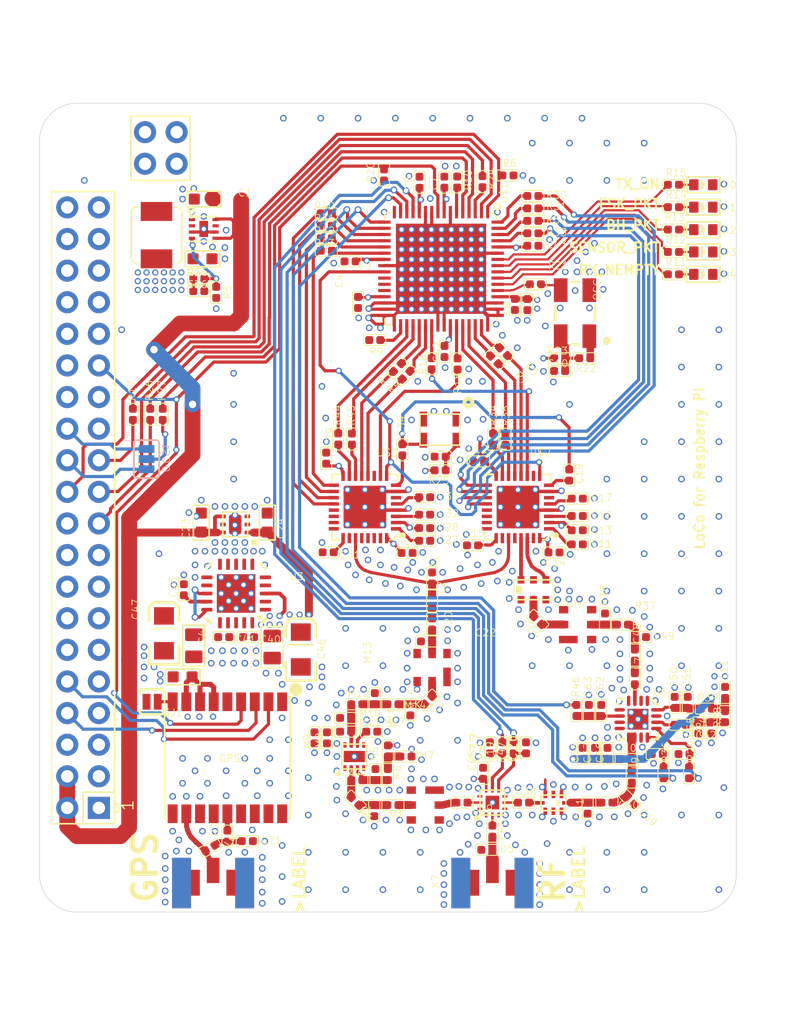
<source format=kicad_pcb>
(kicad_pcb (version 20171130) (host pcbnew "(5.1.10)-1")
  (layers (0 Top signal) (1 $GND signal) (2 Route3 signal) (3 Route4 signal) (4 Route5 signal) (5 Route6 signal) (6 Route7 signal) (7 Route8 signal) (8 Route9 signal) (9 Route10 signal) (10 Route11 signal) (11 Route12 signal) (12 Route13 signal) (13 Route14 signal) (14 $VCC signal) (31 Bottom signal) (34 B.Paste user) (35 F.Paste user) (36 B.SilkS user) (37 F.SilkS user) (38 B.Mask user) (39 F.Mask user) (44 Edge.Cuts user))
  (net 0 "")
  (net 1 3.3V)
  (net 2 1.8V)
  (net 3 GND)
  (net 4 5V)
  (net 5 "Net-(R30-Pad2)")
  (net 6 "Net-(R31-Pad2)")
  (net 7 "Net-(R32-Pad2)")
  (net 8 "Net-(R33-Pad2)")
  (net 9 "Net-(R15-Pad1)")
  (net 10 "Net-(R14-Pad1)")
  (net 11 "Net-(R13-Pad1)")
  (net 12 "Net-(R12-Pad1)")
  (net 13 "Net-(R11-Pad1)")
  (net 14 "Net-(R21-Pad2)")
  (net 15 /3.3VD)
  (net 16 "Net-(R8-Pad2)")
  (net 17 "Net-(R7-Pad2)")
  (net 18 "Net-(R35-Pad2)")
  (net 19 "Net-(R34-Pad2)")
  (net 20 "Net-(R18-Pad2)")
  (net 21 "Net-(R16-Pad1)")
  (net 22 "Net-(R4-Pad2)")
  (net 23 "Net-(R3-Pad2)")
  (net 24 "Net-(R45-Pad2)")
  (net 25 "Net-(R44-Pad2)")
  (net 26 "Net-(R9-Pad2)")
  (net 27 "Net-(U$1-Pad28)")
  (net 28 "Net-(U$1-Pad27)")
  (net 29 "Net-(U$1-Pad26)")
  (net 30 "Net-(U$1-Pad25)")
  (net 31 "Net-(R43-Pad2)")
  (net 32 "Net-(R42-Pad2)")
  (net 33 "Net-(R41-Pad2)")
  (net 34 "Net-(R40-Pad2)")
  (net 35 /PA_G8)
  (net 36 /PA_G16)
  (net 37 /PA_A_CTRL)
  (net 38 /LNA_A_CTRL)
  (net 39 /RADIO_A_EN)
  (net 40 /PPS)
  (net 41 "Net-(R10-Pad2)")
  (net 42 "Net-(R27-Pad2)")
  (net 43 "Net-(R26-Pad2)")
  (net 44 "Net-(R24-Pad2)")
  (net 45 "Net-(R17-Pad2)")
  (net 46 "Net-(R6-Pad1)")
  (net 47 "Net-(R3-Pad1)")
  (net 48 "Net-(R4-Pad1)")
  (net 49 "Net-(R7-Pad1)")
  (net 50 "Net-(R8-Pad1)")
  (net 51 "Net-(D4-Pad+)")
  (net 52 "Net-(D3-Pad+)")
  (net 53 "Net-(D2-Pad+)")
  (net 54 "Net-(D1-Pad+)")
  (net 55 "Net-(D0-Pad+)")
  (net 56 "Net-(R16-Pad2)")
  (net 57 "Net-(C10-Pad1)")
  (net 58 "Net-(OSC1-Pad3)")
  (net 59 "Net-(OSC1-Pad1)")
  (net 60 "Net-(U$2-Pad30)")
  (net 61 "Net-(U$2-Pad29)")
  (net 62 "Net-(L1-Pad2)")
  (net 63 "Net-(C15-Pad1)")
  (net 64 "Net-(U$2-Pad24)")
  (net 65 "Net-(U$2-Pad23)")
  (net 66 "Net-(U$2-Pad22)")
  (net 67 "Net-(U$2-Pad21)")
  (net 68 "Net-(R30-Pad1)")
  (net 69 "Net-(R31-Pad1)")
  (net 70 "Net-(R32-Pad1)")
  (net 71 "Net-(R33-Pad1)")
  (net 72 "Net-(R34-Pad1)")
  (net 73 "Net-(R35-Pad1)")
  (net 74 /CLKO_A)
  (net 75 "Net-(C19-Pad1)")
  (net 76 "Net-(U$2-Pad6)")
  (net 77 "Net-(C17-Pad1)")
  (net 78 "Net-(C16-Pad1)")
  (net 79 "Net-(C11-Pad1)")
  (net 80 "Net-(C18-Pad1)")
  (net 81 "Net-(C19-Pad2)")
  (net 82 "Net-(C20-Pad2)")
  (net 83 "Net-(U$3-Pad30)")
  (net 84 "Net-(U$3-Pad29)")
  (net 85 "Net-(C31-Pad1)")
  (net 86 "Net-(U$3-Pad24)")
  (net 87 "Net-(U$3-Pad23)")
  (net 88 "Net-(U$3-Pad22)")
  (net 89 "Net-(U$3-Pad21)")
  (net 90 "Net-(R40-Pad1)")
  (net 91 "Net-(R41-Pad1)")
  (net 92 "Net-(R42-Pad1)")
  (net 93 "Net-(R43-Pad1)")
  (net 94 "Net-(R44-Pad1)")
  (net 95 "Net-(R45-Pad1)")
  (net 96 "Net-(U$3-Pad11)")
  (net 97 /CLKO_B)
  (net 98 "Net-(C34-Pad1)")
  (net 99 "Net-(U$3-Pad6)")
  (net 100 "Net-(C33-Pad1)")
  (net 101 "Net-(C32-Pad1)")
  (net 102 "Net-(C27-Pad1)")
  (net 103 "Net-(X1-Pad40)")
  (net 104 "Net-(X1-Pad38)")
  (net 105 "Net-(X1-Pad37)")
  (net 106 "Net-(X1-Pad36)")
  (net 107 "Net-(X1-Pad35)")
  (net 108 "Net-(X1-Pad33)")
  (net 109 "Net-(X1-Pad32)")
  (net 110 "Net-(X1-Pad31)")
  (net 111 "Net-(X1-Pad28)")
  (net 112 "Net-(X1-Pad27)")
  (net 113 "Net-(JP1-Pad1)")
  (net 114 "Net-(JP1-Pad3)")
  (net 115 "Net-(R17-Pad1)")
  (net 116 "Net-(R24-Pad1)")
  (net 117 "Net-(R26-Pad1)")
  (net 118 "Net-(X1-Pad18)")
  (net 119 "Net-(X1-Pad16)")
  (net 120 "Net-(X1-Pad15)")
  (net 121 "Net-(X1-Pad13)")
  (net 122 "Net-(X1-Pad12)")
  (net 123 "Net-(X1-Pad11)")
  (net 124 /GPSTX)
  (net 125 /GPSRX)
  (net 126 "Net-(X1-Pad7)")
  (net 127 "Net-(X1-Pad5)")
  (net 128 "Net-(X1-Pad3)")
  (net 129 "Net-(JP1-Pad2)")
  (net 130 "Net-(C20-Pad1)")
  (net 131 "Net-(C2-Pad2)")
  (net 132 "Net-(L4-Pad1)")
  (net 133 "Net-(C36-Pad2)")
  (net 134 "Net-(C2-Pad1)")
  (net 135 "Net-(C21-Pad1)")
  (net 136 "Net-(C38-Pad2)")
  (net 137 "Net-(C38-Pad1)")
  (net 138 "Net-(C66-Pad1)")
  (net 139 "Net-(L7-Pad2)")
  (net 140 "Net-(C50-Pad1)")
  (net 141 "Net-(L8-Pad2)")
  (net 142 "Net-(C52-Pad1)")
  (net 143 "Net-(C53-Pad1)")
  (net 144 "Net-(L10-Pad2)")
  (net 145 "Net-(C62-Pad1)")
  (net 146 "Net-(C39-Pad2)")
  (net 147 "Net-(C37-Pad1)")
  (net 148 "Net-(C26-Pad1)")
  (net 149 "Net-(C66-Pad2)")
  (net 150 "Net-(R37-Pad2)")
  (net 151 "Net-(C64-Pad2)")
  (net 152 "Net-(C48-Pad1)")
  (net 153 "Net-(C48-Pad2)")
  (net 154 "Net-(C54-Pad1)")
  (net 155 /VCC_PA1)
  (net 156 "Net-(C59-Pad1)")
  (net 157 "Net-(C60-Pad2)")
  (net 158 "Net-(C64-Pad1)")
  (net 159 "Net-(M1-Pad2)")
  (net 160 "Net-(C39-Pad1)")
  (net 161 "Net-(M1-Pad1)")
  (net 162 "Net-(U$10-PadP$8)")
  (net 163 "Net-(M10-Pad1)")
  (net 164 "Net-(M17-Pad2)")
  (net 165 "Net-(U$10-PadP$5)")
  (net 166 "Net-(U$10-PadP$4)")
  (net 167 "Net-(M4-Pad1)")
  (net 168 "Net-(M3-Pad2)")
  (net 169 "Net-(U$10-PadP$1)")
  (net 170 "Net-(M16-Pad2)")
  (net 171 "Net-(M12-Pad2)")
  (net 172 "Net-(U$5-PadP$3)")
  (net 173 "Net-(C25-Pad1)")
  (net 174 "Net-(U3-Pad10)")
  (net 175 "Net-(U3-Pad9)")
  (net 176 "Net-(U3-Pad6)")
  (net 177 "Net-(U3-Pad5)")
  (net 178 "Net-(U3-Pad4)")
  (net 179 "Net-(GPS1-Pad18)")
  (net 180 "Net-(GPS1-Pad17)")
  (net 181 "Net-(GPS1-Pad16)")
  (net 182 "Net-(GPS1-Pad15)")
  (net 183 "Net-(GPS1-Pad14)")
  (net 184 "Net-(GPS1-Pad13)")
  (net 185 "Net-(GPS1-Pad11)")
  (net 186 "Net-(GPS1-Pad9)")
  (net 187 "Net-(GPS1-Pad5)")
  (module Radio_RPIv15_868:C0402@1 (layer Top) (at 162.3011 94.0236 180)
    (fp_text reference C10 (at 1.03 0.265) (layer F.SilkS) (effects (font (size 0.57912 0.57912) (thickness 0.057912)) (justify left bottom)))
    (fp_text value 10nF hide)
    (pad 2 smd roundrect (at 0.4445 0 180) (size 0.635 0.635) (layers Top F.Paste F.Mask) (net 3 GND))
    (pad 1 smd roundrect (at -0.4445 0 180) (size 0.635 0.635) (layers Top F.Paste F.Mask) (net 57 "Net-(C10-Pad1)"))
  )
  (module Radio_RPIv15_868:C0402@1 (layer Top) (at 163.7211 107.9536)
    (fp_text reference C11 (at 1.08 0.3) (layer F.SilkS) (effects (font (size 0.57912 0.57912) (thickness 0.057912)) (justify left bottom)))
    (fp_text value 10nF hide)
    (pad 2 smd roundrect (at 0.4445 0) (size 0.635 0.635) (layers Top F.Paste F.Mask) (net 3 GND))
    (pad 1 smd roundrect (at -0.4445 0) (size 0.635 0.635) (layers Top F.Paste F.Mask) (net 79 "Net-(C11-Pad1)"))
  )
  (module Radio_RPIv15_868:C0402@1 (layer Top) (at 155.7911 101.2836)
    (fp_text reference C12 (at -0.97 -0.635) (layer F.SilkS) (effects (font (size 0.57912 0.57912) (thickness 0.057912)) (justify left bottom)))
    (fp_text value 1uF hide)
    (pad 2 smd roundrect (at 0.4445 0) (size 0.635 0.635) (layers Top F.Paste F.Mask) (net 1 3.3V))
    (pad 1 smd roundrect (at -0.4445 0) (size 0.635 0.635) (layers Top F.Paste F.Mask) (net 3 GND))
  )
  (module Radio_RPIv15_868:C0402@1 (layer Top) (at 163.7211 106.8236 180)
    (fp_text reference C13 (at -1.08 -0.33) (layer F.SilkS) (effects (font (size 0.57912 0.57912) (thickness 0.057912)) (justify left bottom)))
    (fp_text value 1uF hide)
    (pad 2 smd roundrect (at 0.4445 0 180) (size 0.635 0.635) (layers Top F.Paste F.Mask) (net 1 3.3V))
    (pad 1 smd roundrect (at -0.4445 0 180) (size 0.635 0.635) (layers Top F.Paste F.Mask) (net 3 GND))
  )
  (module Radio_RPIv15_868:C0402@1 (layer Top) (at 161.8511 108.6036 180)
    (fp_text reference C14 (at 0.77 -1.165) (layer F.SilkS) (effects (font (size 0.57912 0.57912) (thickness 0.057912)) (justify left bottom)))
    (fp_text value 1uF hide)
    (pad 2 smd roundrect (at 0.4445 0 180) (size 0.635 0.635) (layers Top F.Paste F.Mask) (net 1 3.3V))
    (pad 1 smd roundrect (at -0.4445 0 180) (size 0.635 0.635) (layers Top F.Paste F.Mask) (net 3 GND))
  )
  (module Radio_RPIv15_868:C0402@1 (layer Top) (at 155.3011 108.0336 180)
    (fp_text reference C15 (at 0.72 0.645) (layer F.SilkS) (effects (font (size 0.57912 0.57912) (thickness 0.057912)) (justify left bottom)))
    (fp_text value 100nF hide)
    (pad 2 smd roundrect (at 0.4445 0 180) (size 0.635 0.635) (layers Top F.Paste F.Mask) (net 3 GND))
    (pad 1 smd roundrect (at -0.4445 0 180) (size 0.635 0.635) (layers Top F.Paste F.Mask) (net 63 "Net-(C15-Pad1)"))
  )
  (module Radio_RPIv15_868:C0402@1 (layer Top) (at 163.7211 105.6736)
    (fp_text reference C16 (at 1.08 0.28) (layer F.SilkS) (effects (font (size 0.57912 0.57912) (thickness 0.057912)) (justify left bottom)))
    (fp_text value 100nF hide)
    (pad 2 smd roundrect (at 0.4445 0) (size 0.635 0.635) (layers Top F.Paste F.Mask) (net 3 GND))
    (pad 1 smd roundrect (at -0.4445 0) (size 0.635 0.635) (layers Top F.Paste F.Mask) (net 78 "Net-(C16-Pad1)"))
  )
  (module Radio_RPIv15_868:C0402@1 (layer Top) (at 163.7211 104.2736)
    (fp_text reference C17 (at 1.08 0.28) (layer F.SilkS) (effects (font (size 0.57912 0.57912) (thickness 0.057912)) (justify left bottom)))
    (fp_text value 100nF hide)
    (pad 2 smd roundrect (at 0.4445 0) (size 0.635 0.635) (layers Top F.Paste F.Mask) (net 3 GND))
    (pad 1 smd roundrect (at -0.4445 0) (size 0.635 0.635) (layers Top F.Paste F.Mask) (net 77 "Net-(C17-Pad1)"))
  )
  (module Radio_RPIv15_868:C0402@1 (layer Top) (at 152.7011 100.9036 180)
    (fp_text reference C18 (at -0.77 -0.635) (layer F.SilkS) (effects (font (size 0.57912 0.57912) (thickness 0.057912)) (justify left bottom)))
    (fp_text value 100nF hide)
    (pad 2 smd roundrect (at 0.4445 0 180) (size 0.635 0.635) (layers Top F.Paste F.Mask) (net 3 GND))
    (pad 1 smd roundrect (at -0.4445 0 180) (size 0.635 0.635) (layers Top F.Paste F.Mask) (net 80 "Net-(C18-Pad1)"))
  )
  (module Radio_RPIv15_868:C0402@1 (layer Top) (at 163.0711 102.3836 90)
    (fp_text reference C19 (at -0.77 1.165 90) (layer F.SilkS) (effects (font (size 0.57912 0.57912) (thickness 0.057912)) (justify left bottom)))
    (fp_text value 1nF hide)
    (pad 2 smd roundrect (at 0.4445 0 90) (size 0.635 0.635) (layers Top F.Paste F.Mask) (net 81 "Net-(C19-Pad2)"))
    (pad 1 smd roundrect (at -0.4445 0 90) (size 0.635 0.635) (layers Top F.Paste F.Mask) (net 75 "Net-(C19-Pad1)"))
  )
  (module Radio_RPIv15_868:C0402@1 (layer Top) (at 151.4511 107.6636)
    (fp_text reference C27 (at 1.03 0.265) (layer F.SilkS) (effects (font (size 0.57912 0.57912) (thickness 0.057912)) (justify left bottom)))
    (fp_text value 10nF hide)
    (pad 2 smd roundrect (at 0.4445 0) (size 0.635 0.635) (layers Top F.Paste F.Mask) (net 3 GND))
    (pad 1 smd roundrect (at -0.4445 0) (size 0.635 0.635) (layers Top F.Paste F.Mask) (net 102 "Net-(C27-Pad1)"))
  )
  (module Radio_RPIv15_868:C0402@1 (layer Top) (at 151.4511 106.6436 180)
    (fp_text reference C28 (at -1.03 -0.285) (layer F.SilkS) (effects (font (size 0.57912 0.57912) (thickness 0.057912)) (justify left bottom)))
    (fp_text value 1uF hide)
    (pad 2 smd roundrect (at 0.4445 0 180) (size 0.635 0.635) (layers Top F.Paste F.Mask) (net 1 3.3V))
    (pad 1 smd roundrect (at -0.4445 0 180) (size 0.635 0.635) (layers Top F.Paste F.Mask) (net 3 GND))
  )
  (module Radio_RPIv15_868:C0402@1 (layer Top) (at 143.5411 101.0236 270)
    (fp_text reference C29 (at -0.77 -0.635 90) (layer F.SilkS) (effects (font (size 0.57912 0.57912) (thickness 0.057912)) (justify left bottom)))
    (fp_text value 1uF hide)
    (pad 2 smd roundrect (at 0.4445 0 270) (size 0.635 0.635) (layers Top F.Paste F.Mask) (net 1 3.3V))
    (pad 1 smd roundrect (at -0.4445 0 270) (size 0.635 0.635) (layers Top F.Paste F.Mask) (net 3 GND))
  )
  (module Radio_RPIv15_868:C0402@1 (layer Top) (at 150.0411 108.6436 180)
    (fp_text reference C30 (at 0.93 0.265) (layer F.SilkS) (effects (font (size 0.57912 0.57912) (thickness 0.057912)) (justify left bottom)))
    (fp_text value 1uF hide)
    (pad 2 smd roundrect (at 0.4445 0 180) (size 0.635 0.635) (layers Top F.Paste F.Mask) (net 1 3.3V))
    (pad 1 smd roundrect (at -0.4445 0 180) (size 0.635 0.635) (layers Top F.Paste F.Mask) (net 3 GND))
  )
  (module Radio_RPIv15_868:C0402@1 (layer Top) (at 143.7011 108.5936 180)
    (fp_text reference C31 (at -0.87 -0.535) (layer F.SilkS) (effects (font (size 0.57912 0.57912) (thickness 0.057912)) (justify left bottom)))
    (fp_text value 100nF hide)
    (pad 2 smd roundrect (at 0.4445 0 180) (size 0.635 0.635) (layers Top F.Paste F.Mask) (net 3 GND))
    (pad 1 smd roundrect (at -0.4445 0 180) (size 0.635 0.635) (layers Top F.Paste F.Mask) (net 85 "Net-(C31-Pad1)"))
  )
  (module Radio_RPIv15_868:C0402@1 (layer Top) (at 151.4511 105.5636)
    (fp_text reference C32 (at 1.03 0.265) (layer F.SilkS) (effects (font (size 0.57912 0.57912) (thickness 0.057912)) (justify left bottom)))
    (fp_text value 100nF hide)
    (pad 2 smd roundrect (at 0.4445 0) (size 0.635 0.635) (layers Top F.Paste F.Mask) (net 3 GND))
    (pad 1 smd roundrect (at -0.4445 0) (size 0.635 0.635) (layers Top F.Paste F.Mask) (net 101 "Net-(C32-Pad1)"))
  )
  (module Radio_RPIv15_868:C0402@1 (layer Top) (at 151.4511 104.1636)
    (fp_text reference C33 (at 1.03 0.265) (layer F.SilkS) (effects (font (size 0.57912 0.57912) (thickness 0.057912)) (justify left bottom)))
    (fp_text value 100nF hide)
    (pad 2 smd roundrect (at 0.4445 0) (size 0.635 0.635) (layers Top F.Paste F.Mask) (net 3 GND))
    (pad 1 smd roundrect (at -0.4445 0) (size 0.635 0.635) (layers Top F.Paste F.Mask) (net 100 "Net-(C33-Pad1)"))
  )
  (module Radio_RPIv15_868:C0402@1 (layer Top) (at 149.6611 100.3536 90)
    (fp_text reference C34 (at 1.03 0.265 90) (layer F.SilkS) (effects (font (size 0.57912 0.57912) (thickness 0.057912)) (justify left bottom)))
    (fp_text value 1nF hide)
    (pad 2 smd roundrect (at 0.4445 0 90) (size 0.635 0.635) (layers Top F.Paste F.Mask) (net 81 "Net-(C19-Pad2)"))
    (pad 1 smd roundrect (at -0.4445 0 90) (size 0.635 0.635) (layers Top F.Paste F.Mask) (net 98 "Net-(C34-Pad1)"))
  )
  (module Radio_RPIv15_868:C0402@1 (layer Top) (at 146.1011 88.5136 270)
    (fp_text reference C4 (at -1.12 1.165 90) (layer F.SilkS) (effects (font (size 0.57912 0.57912) (thickness 0.057912)) (justify left bottom)))
    (fp_text value 100nF hide)
    (pad 2 smd roundrect (at 0.4445 0 270) (size 0.635 0.635) (layers Top F.Paste F.Mask) (net 3 GND))
    (pad 1 smd roundrect (at -0.4445 0 270) (size 0.635 0.635) (layers Top F.Paste F.Mask) (net 15 /3.3VD))
  )
  (module Radio_RPIv15_868:C0402@1 (layer Top) (at 159.7111 88.6836 270)
    (fp_text reference C5 (at -0.405 -0.943 90) (layer F.SilkS) (effects (font (size 0.57912 0.57912) (thickness 0.057912)) (justify left bottom)))
    (fp_text value 22uF hide)
    (pad 2 smd roundrect (at 0.4445 0 270) (size 0.635 0.635) (layers Top F.Paste F.Mask) (net 3 GND))
    (pad 1 smd roundrect (at -0.4445 0 270) (size 0.635 0.635) (layers Top F.Paste F.Mask) (net 15 /3.3VD))
  )
  (module Radio_RPIv15_868:C0402@1 (layer Top) (at 158.7111 88.6736 270)
    (fp_text reference C6 (at 0.93 0.265 90) (layer F.SilkS) (effects (font (size 0.57912 0.57912) (thickness 0.057912)) (justify left bottom)))
    (fp_text value 100nF hide)
    (pad 2 smd roundrect (at 0.4445 0 270) (size 0.635 0.635) (layers Top F.Paste F.Mask) (net 3 GND))
    (pad 1 smd roundrect (at -0.4445 0 270) (size 0.635 0.635) (layers Top F.Paste F.Mask) (net 15 /3.3VD))
  )
  (module Radio_RPIv15_868:C0402@1 (layer Top) (at 153.0411 78.8436 90)
    (fp_text reference C7 (at -0.71 -0.54 90) (layer F.SilkS) (effects (font (size 0.57912 0.57912) (thickness 0.057912)) (justify left bottom)))
    (fp_text value 1uF hide)
    (pad 2 smd roundrect (at 0.4445 0 90) (size 0.635 0.635) (layers Top F.Paste F.Mask) (net 3 GND))
    (pad 1 smd roundrect (at -0.4445 0 90) (size 0.635 0.635) (layers Top F.Paste F.Mask) (net 2 1.8V))
  )
  (module Radio_RPIv15_868:C0402@1 (layer Top) (at 151.0411 78.8536 90)
    (fp_text reference C8 (at -0.7 -0.54 90) (layer F.SilkS) (effects (font (size 0.57912 0.57912) (thickness 0.057912)) (justify left bottom)))
    (fp_text value 100nF hide)
    (pad 2 smd roundrect (at 0.4445 0 90) (size 0.635 0.635) (layers Top F.Paste F.Mask) (net 3 GND))
    (pad 1 smd roundrect (at -0.4445 0 90) (size 0.635 0.635) (layers Top F.Paste F.Mask) (net 2 1.8V))
  )
  (module Radio_RPIv15_868:C0402@1 (layer Top) (at 145.4611 85.2136 180)
    (fp_text reference C9 (at -0.57 -0.635) (layer F.SilkS) (effects (font (size 0.57912 0.57912) (thickness 0.057912)) (justify left bottom)))
    (fp_text value 100nF hide)
    (pad 2 smd roundrect (at 0.4445 0 180) (size 0.635 0.635) (layers Top F.Paste F.Mask) (net 3 GND))
    (pad 1 smd roundrect (at -0.4445 0 180) (size 0.635 0.635) (layers Top F.Paste F.Mask) (net 2 1.8V))
  )
  (module Radio_RPIv15_868:LED-0603 (layer Top) (at 173.8511 86.2536)
    (fp_text reference D4 (at 1.495 0.365) (layer F.SilkS) (effects (font (size 0.57912 0.57912) (thickness 0.057912)) (justify left bottom)))
    (fp_text value Red hide)
    (pad - smd roundrect (at 0.762 0) (size 0.762 0.889) (layers Top F.Paste F.Mask) (roundrect_rratio 0.125) (net 3 GND))
    (pad + smd roundrect (at -0.762 0) (size 0.762 0.889) (layers Top F.Paste F.Mask) (roundrect_rratio 0.125) (net 51 "Net-(D4-Pad+)"))
  )
  (module Radio_RPIv15_868:LED-0603 (layer Top) (at 173.8511 84.4536)
    (fp_text reference D3 (at 1.495 0.365) (layer F.SilkS) (effects (font (size 0.57912 0.57912) (thickness 0.057912)) (justify left bottom)))
    (fp_text value Green hide)
    (pad - smd roundrect (at 0.762 0) (size 0.762 0.889) (layers Top F.Paste F.Mask) (roundrect_rratio 0.125) (net 3 GND))
    (pad + smd roundrect (at -0.762 0) (size 0.762 0.889) (layers Top F.Paste F.Mask) (roundrect_rratio 0.125) (net 52 "Net-(D3-Pad+)"))
  )
  (module Radio_RPIv15_868:LED-0603 (layer Top) (at 173.8511 82.6636)
    (fp_text reference D2 (at 1.495 0.365) (layer F.SilkS) (effects (font (size 0.57912 0.57912) (thickness 0.057912)) (justify left bottom)))
    (fp_text value Green hide)
    (pad - smd roundrect (at 0.762 0) (size 0.762 0.889) (layers Top F.Paste F.Mask) (roundrect_rratio 0.125) (net 3 GND))
    (pad + smd roundrect (at -0.762 0) (size 0.762 0.889) (layers Top F.Paste F.Mask) (roundrect_rratio 0.125) (net 53 "Net-(D2-Pad+)"))
  )
  (module Radio_RPIv15_868:LED-0603 (layer Top) (at 173.8511 80.8536)
    (fp_text reference D1 (at 1.495 0.365) (layer F.SilkS) (effects (font (size 0.57912 0.57912) (thickness 0.057912)) (justify left bottom)))
    (fp_text value Green hide)
    (pad - smd roundrect (at 0.762 0) (size 0.762 0.889) (layers Top F.Paste F.Mask) (roundrect_rratio 0.125) (net 3 GND))
    (pad + smd roundrect (at -0.762 0) (size 0.762 0.889) (layers Top F.Paste F.Mask) (roundrect_rratio 0.125) (net 54 "Net-(D1-Pad+)"))
  )
  (module Radio_RPIv15_868:LED-0603 (layer Top) (at 173.8511 79.0536)
    (fp_text reference D0 (at 1.495 0.365) (layer F.SilkS) (effects (font (size 0.57912 0.57912) (thickness 0.057912)) (justify left bottom)))
    (fp_text value Green hide)
    (pad - smd roundrect (at 0.762 0) (size 0.762 0.889) (layers Top F.Paste F.Mask) (roundrect_rratio 0.125) (net 3 GND))
    (pad + smd roundrect (at -0.762 0) (size 0.762 0.889) (layers Top F.Paste F.Mask) (roundrect_rratio 0.125) (net 55 "Net-(D0-Pad+)"))
  )
  (module Radio_RPIv15_868:L0402@1 (layer Top) (at 152.0511 110.6536 270)
    (fp_text reference L1 (at -0.985 0.42) (layer F.SilkS) (effects (font (size 0.57912 0.57912) (thickness 0.057912)) (justify left bottom)))
    (fp_text value LQG15HS33NJ02D hide)
    (pad 2 smd roundrect (at 0.4445 0 270) (size 0.635 0.635) (layers Top F.Paste F.Mask) (net 62 "Net-(L1-Pad2)"))
    (pad 1 smd roundrect (at -0.4445 0 270) (size 0.635 0.635) (layers Top F.Paste F.Mask) (net 3 GND))
  )
  (module Radio_RPIv15_868:L0402@1 (layer Top) (at 152.0511 112.5036 270)
    (fp_text reference L2 (at -0.519996 -1.085 90) (layer F.SilkS) (effects (font (size 0.57912 0.57912) (thickness 0.057912)) (justify left bottom)))
    (fp_text value LQG15HS3N9C02D hide)
    (pad 2 smd roundrect (at 0.4445 0 270) (size 0.635 0.635) (layers Top F.Paste F.Mask) (net 82 "Net-(C20-Pad2)"))
    (pad 1 smd roundrect (at -0.4445 0 270) (size 0.635 0.635) (layers Top F.Paste F.Mask) (net 62 "Net-(L1-Pad2)"))
  )
  (module Radio_RPIv15_868:R0402 (layer Top) (at 154.0711 78.8336 270)
    (fp_text reference R10 (at 0.72 -1.23 90) (layer F.SilkS) (effects (font (size 0.57912 0.57912) (thickness 0.057912)) (justify left bottom)))
    (fp_text value 0R hide)
    (pad 2 smd roundrect (at 0.4445 0 270) (size 0.635 0.635) (layers Top F.Paste F.Mask) (net 41 "Net-(R10-Pad2)"))
    (pad 1 smd roundrect (at -0.4445 0 270) (size 0.635 0.635) (layers Top F.Paste F.Mask) (net 3 GND))
  )
  (module Radio_RPIv15_868:R0402 (layer Top) (at 171.4511 86.2536)
    (fp_text reference R11 (at -0.67 -0.635) (layer F.SilkS) (effects (font (size 0.57912 0.57912) (thickness 0.057912)) (justify left bottom)))
    (fp_text value 470R hide)
    (pad 2 smd roundrect (at 0.4445 0) (size 0.635 0.635) (layers Top F.Paste F.Mask) (net 51 "Net-(D4-Pad+)"))
    (pad 1 smd roundrect (at -0.4445 0) (size 0.635 0.635) (layers Top F.Paste F.Mask) (net 13 "Net-(R11-Pad1)"))
  )
  (module Radio_RPIv15_868:R0402 (layer Top) (at 171.4511 84.4536)
    (fp_text reference R12 (at -0.67 -0.635) (layer F.SilkS) (effects (font (size 0.57912 0.57912) (thickness 0.057912)) (justify left bottom)))
    (fp_text value 470R hide)
    (pad 2 smd roundrect (at 0.4445 0) (size 0.635 0.635) (layers Top F.Paste F.Mask) (net 52 "Net-(D3-Pad+)"))
    (pad 1 smd roundrect (at -0.4445 0) (size 0.635 0.635) (layers Top F.Paste F.Mask) (net 12 "Net-(R12-Pad1)"))
  )
  (module Radio_RPIv15_868:R0402 (layer Top) (at 171.4511 82.6536)
    (fp_text reference R13 (at -0.77 -0.635) (layer F.SilkS) (effects (font (size 0.57912 0.57912) (thickness 0.057912)) (justify left bottom)))
    (fp_text value 470R hide)
    (pad 2 smd roundrect (at 0.4445 0) (size 0.635 0.635) (layers Top F.Paste F.Mask) (net 53 "Net-(D2-Pad+)"))
    (pad 1 smd roundrect (at -0.4445 0) (size 0.635 0.635) (layers Top F.Paste F.Mask) (net 11 "Net-(R13-Pad1)"))
  )
  (module Radio_RPIv15_868:R0402 (layer Top) (at 171.4511 80.8536)
    (fp_text reference R14 (at -0.67 -0.635) (layer F.SilkS) (effects (font (size 0.57912 0.57912) (thickness 0.057912)) (justify left bottom)))
    (fp_text value 470R hide)
    (pad 2 smd roundrect (at 0.4445 0) (size 0.635 0.635) (layers Top F.Paste F.Mask) (net 54 "Net-(D1-Pad+)"))
    (pad 1 smd roundrect (at -0.4445 0) (size 0.635 0.635) (layers Top F.Paste F.Mask) (net 10 "Net-(R14-Pad1)"))
  )
  (module Radio_RPIv15_868:R0402 (layer Top) (at 171.4511 79.0536)
    (fp_text reference R15 (at -0.67 -0.635) (layer F.SilkS) (effects (font (size 0.57912 0.57912) (thickness 0.057912)) (justify left bottom)))
    (fp_text value 470R hide)
    (pad 2 smd roundrect (at 0.4445 0) (size 0.635 0.635) (layers Top F.Paste F.Mask) (net 55 "Net-(D0-Pad+)"))
    (pad 1 smd roundrect (at -0.4445 0) (size 0.635 0.635) (layers Top F.Paste F.Mask) (net 9 "Net-(R15-Pad1)"))
  )
  (module Radio_RPIv15_868:R0402 (layer Top) (at 152.0111 93.4336 270)
    (fp_text reference R16 (at 0.93 0.365 90) (layer F.SilkS) (effects (font (size 0.57912 0.57912) (thickness 0.057912)) (justify left bottom)))
    (fp_text value 100R hide)
    (pad 2 smd roundrect (at 0.4445 0 270) (size 0.635 0.635) (layers Top F.Paste F.Mask) (net 56 "Net-(R16-Pad2)"))
    (pad 1 smd roundrect (at -0.4445 0 270) (size 0.635 0.635) (layers Top F.Paste F.Mask) (net 21 "Net-(R16-Pad1)"))
  )
  (module Radio_RPIv15_868:R0402 (layer Top) (at 148.1911 78.2636 90)
    (fp_text reference R20 (at -0.67 -0.735 90) (layer F.SilkS) (effects (font (size 0.57912 0.57912) (thickness 0.057912)) (justify left bottom)))
    (fp_text value 10K hide)
    (pad 2 smd roundrect (at 0.4445 0 90) (size 0.635 0.635) (layers Top F.Paste F.Mask) (net 40 /PPS))
    (pad 1 smd roundrect (at -0.4445 0 90) (size 0.635 0.635) (layers Top F.Paste F.Mask) (net 3 GND))
  )
  (module Radio_RPIv15_868:R0402 (layer Top) (at 160.3511 87.0536 180)
    (fp_text reference R21 (at -0.97 1.165) (layer F.SilkS) (effects (font (size 0.57912 0.57912) (thickness 0.057912)) (justify left bottom)))
    (fp_text value 0R hide)
    (pad 2 smd roundrect (at 0.4445 0 180) (size 0.635 0.635) (layers Top F.Paste F.Mask) (net 14 "Net-(R21-Pad2)"))
    (pad 1 smd roundrect (at -0.4445 0 180) (size 0.635 0.635) (layers Top F.Paste F.Mask) (net 58 "Net-(OSC1-Pad3)"))
  )
  (module Radio_RPIv15_868:R0402 (layer Top) (at 164.3211 92.9936)
    (fp_text reference R22 (at -0.77 1.165) (layer F.SilkS) (effects (font (size 0.57912 0.57912) (thickness 0.057912)) (justify left bottom)))
    (fp_text value 0R hide)
    (pad 2 smd roundrect (at 0.4445 0) (size 0.635 0.635) (layers Top F.Paste F.Mask) (net 59 "Net-(OSC1-Pad1)"))
    (pad 1 smd roundrect (at -0.4445 0) (size 0.635 0.635) (layers Top F.Paste F.Mask) (net 57 "Net-(C10-Pad1)"))
  )
  (module Radio_RPIv15_868:R0402 (layer Top) (at 162.3111 92.9936)
    (fp_text reference R23 (at -1.05 -0.245) (layer F.SilkS) (effects (font (size 0.57912 0.57912) (thickness 0.057912)) (justify left bottom)))
    (fp_text value 0R hide)
    (pad 2 smd roundrect (at 0.4445 0) (size 0.635 0.635) (layers Top F.Paste F.Mask) (net 57 "Net-(C10-Pad1)"))
    (pad 1 smd roundrect (at -0.4445 0) (size 0.635 0.635) (layers Top F.Paste F.Mask) (net 15 /3.3VD))
  )
  (module Radio_RPIv15_868:R0402 (layer Top) (at 152.7011 102.0036)
    (fp_text reference R25 (at -0.97 1.165) (layer F.SilkS) (effects (font (size 0.57912 0.57912) (thickness 0.057912)) (justify left bottom)))
    (fp_text value 0R hide)
    (pad 2 smd roundrect (at 0.4445 0) (size 0.635 0.635) (layers Top F.Paste F.Mask) (net 80 "Net-(C18-Pad1)"))
    (pad 1 smd roundrect (at -0.4445 0) (size 0.635 0.635) (layers Top F.Paste F.Mask) (net 1 3.3V))
  )
  (module Radio_RPIv15_868:R0402 (layer Top) (at 149.263193 93.740425 45)
    (fp_text reference R3 (at -1.969999 0.294647 45) (layer F.SilkS) (effects (font (size 0.57912 0.57912) (thickness 0.057912)) (justify left bottom)))
    (fp_text value 100R hide)
    (pad 2 smd roundrect (at 0.4445 0 45) (size 0.635 0.635) (layers Top F.Paste F.Mask) (net 23 "Net-(R3-Pad2)"))
    (pad 1 smd roundrect (at -0.4445 0 45) (size 0.635 0.635) (layers Top F.Paste F.Mask) (net 47 "Net-(R3-Pad1)"))
  )
  (module Radio_RPIv15_868:R0402 (layer Top) (at 160.1511 79.9536 180)
    (fp_text reference R30 (at -1.03 -0.265) (layer F.SilkS) (effects (font (size 0.57912 0.57912) (thickness 0.057912)) (justify left bottom)))
    (fp_text value 10K hide)
    (pad 2 smd roundrect (at 0.4445 0 180) (size 0.635 0.635) (layers Top F.Paste F.Mask) (net 5 "Net-(R30-Pad2)"))
    (pad 1 smd roundrect (at -0.4445 0 180) (size 0.635 0.635) (layers Top F.Paste F.Mask) (net 68 "Net-(R30-Pad1)"))
  )
  (module Radio_RPIv15_868:R0402 (layer Top) (at 160.1511 80.9536 180)
    (fp_text reference R31 (at -1.03 -0.165) (layer F.SilkS) (effects (font (size 0.57912 0.57912) (thickness 0.057912)) (justify left bottom)))
    (fp_text value 1K hide)
    (pad 2 smd roundrect (at 0.4445 0 180) (size 0.635 0.635) (layers Top F.Paste F.Mask) (net 6 "Net-(R31-Pad2)"))
    (pad 1 smd roundrect (at -0.4445 0 180) (size 0.635 0.635) (layers Top F.Paste F.Mask) (net 69 "Net-(R31-Pad1)"))
  )
  (module Radio_RPIv15_868:R0402 (layer Top) (at 160.1511 81.9536 180)
    (fp_text reference R32 (at -1.03 -0.265) (layer F.SilkS) (effects (font (size 0.57912 0.57912) (thickness 0.057912)) (justify left bottom)))
    (fp_text value 10K hide)
    (pad 2 smd roundrect (at 0.4445 0 180) (size 0.635 0.635) (layers Top F.Paste F.Mask) (net 7 "Net-(R32-Pad2)"))
    (pad 1 smd roundrect (at -0.4445 0 180) (size 0.635 0.635) (layers Top F.Paste F.Mask) (net 70 "Net-(R32-Pad1)"))
  )
  (module Radio_RPIv15_868:R0402 (layer Top) (at 160.1511 82.9536 180)
    (fp_text reference R33 (at -1.03 -0.265) (layer F.SilkS) (effects (font (size 0.57912 0.57912) (thickness 0.057912)) (justify left bottom)))
    (fp_text value 10K hide)
    (pad 2 smd roundrect (at 0.4445 0 180) (size 0.635 0.635) (layers Top F.Paste F.Mask) (net 8 "Net-(R33-Pad2)"))
    (pad 1 smd roundrect (at -0.4445 0 180) (size 0.635 0.635) (layers Top F.Paste F.Mask) (net 71 "Net-(R33-Pad1)"))
  )
  (module Radio_RPIv15_868:R0402 (layer Top) (at 156.9511 99.4936 90)
    (fp_text reference R34 (at 1.03 0.365 90) (layer F.SilkS) (effects (font (size 0.57912 0.57912) (thickness 0.057912)) (justify left bottom)))
    (fp_text value 330R hide)
    (pad 2 smd roundrect (at 0.4445 0 90) (size 0.635 0.635) (layers Top F.Paste F.Mask) (net 19 "Net-(R34-Pad2)"))
    (pad 1 smd roundrect (at -0.4445 0 90) (size 0.635 0.635) (layers Top F.Paste F.Mask) (net 72 "Net-(R34-Pad1)"))
  )
  (module Radio_RPIv15_868:R0402 (layer Top) (at 157.9511 99.5036 90)
    (fp_text reference R35 (at 1.03 0.365 90) (layer F.SilkS) (effects (font (size 0.57912 0.57912) (thickness 0.057912)) (justify left bottom)))
    (fp_text value 330R hide)
    (pad 2 smd roundrect (at 0.4445 0 90) (size 0.635 0.635) (layers Top F.Paste F.Mask) (net 18 "Net-(R35-Pad2)"))
    (pad 1 smd roundrect (at -0.4445 0 90) (size 0.635 0.635) (layers Top F.Paste F.Mask) (net 73 "Net-(R35-Pad1)"))
  )
  (module Radio_RPIv15_868:R0402 (layer Top) (at 149.963231 94.354604 45)
    (fp_text reference R4 (at -1.969999 0.294646 45) (layer F.SilkS) (effects (font (size 0.57912 0.57912) (thickness 0.057912)) (justify left bottom)))
    (fp_text value 100R hide)
    (pad 2 smd roundrect (at 0.4445 0 45) (size 0.635 0.635) (layers Top F.Paste F.Mask) (net 22 "Net-(R4-Pad2)"))
    (pad 1 smd roundrect (at -0.4445 0 45) (size 0.635 0.635) (layers Top F.Paste F.Mask) (net 48 "Net-(R4-Pad1)"))
  )
  (module Radio_RPIv15_868:R0402 (layer Top) (at 143.5511 81.3536)
    (fp_text reference R40 (at -1.03 -0.265) (layer F.SilkS) (effects (font (size 0.57912 0.57912) (thickness 0.057912)) (justify left bottom)))
    (fp_text value 10K hide)
    (pad 2 smd roundrect (at 0.4445 0) (size 0.635 0.635) (layers Top F.Paste F.Mask) (net 34 "Net-(R40-Pad2)"))
    (pad 1 smd roundrect (at -0.4445 0) (size 0.635 0.635) (layers Top F.Paste F.Mask) (net 90 "Net-(R40-Pad1)"))
  )
  (module Radio_RPIv15_868:R0402 (layer Top) (at 143.5511 82.3536)
    (fp_text reference R41 (at -1.03 -0.265) (layer F.SilkS) (effects (font (size 0.57912 0.57912) (thickness 0.057912)) (justify left bottom)))
    (fp_text value 1K hide)
    (pad 2 smd roundrect (at 0.4445 0) (size 0.635 0.635) (layers Top F.Paste F.Mask) (net 33 "Net-(R41-Pad2)"))
    (pad 1 smd roundrect (at -0.4445 0) (size 0.635 0.635) (layers Top F.Paste F.Mask) (net 91 "Net-(R41-Pad1)"))
  )
  (module Radio_RPIv15_868:R0402 (layer Top) (at 143.5511 83.3536)
    (fp_text reference R42 (at -1.03 -0.265) (layer F.SilkS) (effects (font (size 0.57912 0.57912) (thickness 0.057912)) (justify left bottom)))
    (fp_text value 10K hide)
    (pad 2 smd roundrect (at 0.4445 0) (size 0.635 0.635) (layers Top F.Paste F.Mask) (net 32 "Net-(R42-Pad2)"))
    (pad 1 smd roundrect (at -0.4445 0) (size 0.635 0.635) (layers Top F.Paste F.Mask) (net 92 "Net-(R42-Pad1)"))
  )
  (module Radio_RPIv15_868:R0402 (layer Top) (at 143.5511 84.3536)
    (fp_text reference R43 (at -1.03 -0.265) (layer F.SilkS) (effects (font (size 0.57912 0.57912) (thickness 0.057912)) (justify left bottom)))
    (fp_text value 10K hide)
    (pad 2 smd roundrect (at 0.4445 0) (size 0.635 0.635) (layers Top F.Paste F.Mask) (net 31 "Net-(R43-Pad2)"))
    (pad 1 smd roundrect (at -0.4445 0) (size 0.635 0.635) (layers Top F.Paste F.Mask) (net 93 "Net-(R43-Pad1)"))
  )
  (module Radio_RPIv15_868:R0402 (layer Top) (at 144.5111 99.4836 90)
    (fp_text reference R44 (at 1.03 0.265 90) (layer F.SilkS) (effects (font (size 0.57912 0.57912) (thickness 0.057912)) (justify left bottom)))
    (fp_text value 330R hide)
    (pad 2 smd roundrect (at 0.4445 0 90) (size 0.635 0.635) (layers Top F.Paste F.Mask) (net 25 "Net-(R44-Pad2)"))
    (pad 1 smd roundrect (at -0.4445 0 90) (size 0.635 0.635) (layers Top F.Paste F.Mask) (net 94 "Net-(R44-Pad1)"))
  )
  (module Radio_RPIv15_868:R0402 (layer Top) (at 145.6111 99.4936 90)
    (fp_text reference R45 (at 1.03 0.265 90) (layer F.SilkS) (effects (font (size 0.57912 0.57912) (thickness 0.057912)) (justify left bottom)))
    (fp_text value 330R hide)
    (pad 2 smd roundrect (at 0.4445 0 90) (size 0.635 0.635) (layers Top F.Paste F.Mask) (net 24 "Net-(R45-Pad2)"))
    (pad 1 smd roundrect (at -0.4445 0 90) (size 0.635 0.635) (layers Top F.Paste F.Mask) (net 95 "Net-(R45-Pad1)"))
  )
  (module Radio_RPIv15_868:R0402 (layer Top) (at 157.059175 93.131382 135)
    (fp_text reference R7 (at -1.969999 0.164998 -45) (layer F.SilkS) (effects (font (size 0.57912 0.57912) (thickness 0.057912)) (justify left bottom)))
    (fp_text value 100R hide)
    (pad 2 smd roundrect (at 0.4445 0 135) (size 0.635 0.635) (layers Top F.Paste F.Mask) (net 17 "Net-(R7-Pad2)"))
    (pad 1 smd roundrect (at -0.4445 0 135) (size 0.635 0.635) (layers Top F.Paste F.Mask) (net 49 "Net-(R7-Pad1)"))
  )
  (module Radio_RPIv15_868:R0402 (layer Top) (at 157.795534 92.467741 135)
    (fp_text reference R8 (at -1.969999 0.265001 -45) (layer F.SilkS) (effects (font (size 0.57912 0.57912) (thickness 0.057912)) (justify left bottom)))
    (fp_text value 100R hide)
    (pad 2 smd roundrect (at 0.4445 0 135) (size 0.635 0.635) (layers Top F.Paste F.Mask) (net 16 "Net-(R8-Pad2)"))
    (pad 1 smd roundrect (at -0.4445 0 135) (size 0.635 0.635) (layers Top F.Paste F.Mask) (net 50 "Net-(R8-Pad1)"))
  )
  (module Radio_RPIv15_868:R0402 (layer Top) (at 147.4411 91.5336)
    (fp_text reference R9 (at -0.47 1.265) (layer F.SilkS) (effects (font (size 0.57912 0.57912) (thickness 0.057912)) (justify left bottom)))
    (fp_text value 0R hide)
    (pad 2 smd roundrect (at 0.4445 0) (size 0.635 0.635) (layers Top F.Paste F.Mask) (net 26 "Net-(R9-Pad2)"))
    (pad 1 smd roundrect (at -0.4445 0) (size 0.635 0.635) (layers Top F.Paste F.Mask) (net 3 GND))
  )
  (module Radio_RPIv15_868:QFN64G-0.5-9X9MM (layer Top) (at 152.7711 85.8036 270)
    (fp_text reference U$1 (at -5.2 -5.4 90) (layer F.SilkS) (effects (font (size 0.57912 0.57912) (thickness 0.057912)) (justify left bottom)))
    (fp_text value SX1301 hide)
    (pad 65 smd rect (at 0 0 270) (size 7.25 7.25) (layers Top F.Mask) (net 3 GND))
    (pad 64 smd rect (at -3.75 -4.55 180) (size 1 0.25) (layers Top F.Paste F.Mask) (net 5 "Net-(R30-Pad2)"))
    (pad 63 smd rect (at -3.25 -4.55 180) (size 1 0.25) (layers Top F.Paste F.Mask) (net 6 "Net-(R31-Pad2)"))
    (pad 62 smd rect (at -2.75 -4.55 180) (size 1 0.25) (layers Top F.Paste F.Mask) (net 7 "Net-(R32-Pad2)"))
    (pad 61 smd rect (at -2.25 -4.55 180) (size 1 0.25) (layers Top F.Paste F.Mask) (net 8 "Net-(R33-Pad2)"))
    (pad 60 smd rect (at -1.75 -4.55 180) (size 1 0.25) (layers Top F.Paste F.Mask) (net 2 1.8V))
    (pad 59 smd rect (at -1.25 -4.55 180) (size 1 0.25) (layers Top F.Paste F.Mask) (net 3 GND))
    (pad 58 smd rect (at -0.75 -4.55 180) (size 1 0.25) (layers Top F.Paste F.Mask) (net 9 "Net-(R15-Pad1)"))
    (pad 57 smd rect (at -0.25 -4.55 180) (size 1 0.25) (layers Top F.Paste F.Mask) (net 10 "Net-(R14-Pad1)"))
    (pad 56 smd rect (at 0.25 -4.55 180) (size 1 0.25) (layers Top F.Paste F.Mask) (net 11 "Net-(R13-Pad1)"))
    (pad 55 smd rect (at 0.75 -4.55 180) (size 1 0.25) (layers Top F.Paste F.Mask) (net 12 "Net-(R12-Pad1)"))
    (pad 54 smd rect (at 1.25 -4.55 180) (size 1 0.25) (layers Top F.Paste F.Mask) (net 13 "Net-(R11-Pad1)"))
    (pad 53 smd rect (at 1.75 -4.55 180) (size 1 0.25) (layers Top F.Paste F.Mask) (net 14 "Net-(R21-Pad2)"))
    (pad 52 smd rect (at 2.25 -4.55 180) (size 1 0.25) (layers Top F.Paste F.Mask) (net 15 /3.3VD))
    (pad 51 smd rect (at 2.75 -4.55 180) (size 1 0.25) (layers Top F.Paste F.Mask) (net 3 GND))
    (pad 50 smd rect (at 3.25 -4.55 180) (size 1 0.25) (layers Top F.Paste F.Mask) (net 3 GND))
    (pad 49 smd rect (at 3.75 -4.55 180) (size 1 0.25) (layers Top F.Paste F.Mask) (net 3 GND))
    (pad 48 smd rect (at 4.55 -3.75 90) (size 1 0.25) (layers Top F.Paste F.Mask) (net 3 GND))
    (pad 47 smd rect (at 4.55 -3.25 90) (size 1 0.25) (layers Top F.Paste F.Mask) (net 16 "Net-(R8-Pad2)"))
    (pad 46 smd rect (at 4.55 -2.75 90) (size 1 0.25) (layers Top F.Paste F.Mask) (net 17 "Net-(R7-Pad2)"))
    (pad 45 smd rect (at 4.55 -2.25 90) (size 1 0.25) (layers Top F.Paste F.Mask) (net 18 "Net-(R35-Pad2)"))
    (pad 44 smd rect (at 4.55 -1.75 90) (size 1 0.25) (layers Top F.Paste F.Mask) (net 19 "Net-(R34-Pad2)"))
    (pad 43 smd rect (at 4.55 -1.25 90) (size 1 0.25) (layers Top F.Paste F.Mask) (net 20 "Net-(R18-Pad2)"))
    (pad 42 smd rect (at 4.55 -0.75 90) (size 1 0.25) (layers Top F.Paste F.Mask) (net 2 1.8V))
    (pad 41 smd rect (at 4.55 -0.25 90) (size 1 0.25) (layers Top F.Paste F.Mask) (net 3 GND))
    (pad 40 smd rect (at 4.55 0.25 90) (size 1 0.25) (layers Top F.Paste F.Mask) (net 3 GND))
    (pad 39 smd rect (at 4.55 0.75 90) (size 1 0.25) (layers Top F.Paste F.Mask) (net 21 "Net-(R16-Pad1)"))
    (pad 38 smd rect (at 4.55 1.25 90) (size 1 0.25) (layers Top F.Paste F.Mask) (net 22 "Net-(R4-Pad2)"))
    (pad 37 smd rect (at 4.55 1.75 90) (size 1 0.25) (layers Top F.Paste F.Mask) (net 23 "Net-(R3-Pad2)"))
    (pad 36 smd rect (at 4.55 2.25 90) (size 1 0.25) (layers Top F.Paste F.Mask) (net 24 "Net-(R45-Pad2)"))
    (pad 35 smd rect (at 4.55 2.75 90) (size 1 0.25) (layers Top F.Paste F.Mask) (net 25 "Net-(R44-Pad2)"))
    (pad 34 smd rect (at 4.55 3.25 90) (size 1 0.25) (layers Top F.Paste F.Mask) (net 26 "Net-(R9-Pad2)"))
    (pad 33 smd rect (at 4.55 3.75 90) (size 1 0.25) (layers Top F.Paste F.Mask) (net 3 GND))
    (pad 32 smd rect (at 3.75 4.55) (size 1 0.25) (layers Top F.Paste F.Mask) (net 3 GND))
    (pad 31 smd rect (at 3.25 4.55) (size 1 0.25) (layers Top F.Paste F.Mask) (net 3 GND))
    (pad 30 smd rect (at 2.75 4.55) (size 1 0.25) (layers Top F.Paste F.Mask) (net 3 GND))
    (pad 29 smd rect (at 2.25 4.55) (size 1 0.25) (layers Top F.Paste F.Mask) (net 15 /3.3VD))
    (pad 28 smd rect (at 1.75 4.55) (size 1 0.25) (layers Top F.Paste F.Mask) (net 27 "Net-(U$1-Pad28)"))
    (pad 27 smd rect (at 1.25 4.55) (size 1 0.25) (layers Top F.Paste F.Mask) (net 28 "Net-(U$1-Pad27)"))
    (pad 26 smd rect (at 0.75 4.55) (size 1 0.25) (layers Top F.Paste F.Mask) (net 29 "Net-(U$1-Pad26)"))
    (pad 25 smd rect (at 0.25 4.55) (size 1 0.25) (layers Top F.Paste F.Mask) (net 30 "Net-(U$1-Pad25)"))
    (pad 24 smd rect (at -0.25 4.55) (size 1 0.25) (layers Top F.Paste F.Mask) (net 3 GND))
    (pad 23 smd rect (at -0.75 4.55) (size 1 0.25) (layers Top F.Paste F.Mask) (net 2 1.8V))
    (pad 22 smd rect (at -1.25 4.55) (size 1 0.25) (layers Top F.Paste F.Mask) (net 31 "Net-(R43-Pad2)"))
    (pad 21 smd rect (at -1.75 4.55) (size 1 0.25) (layers Top F.Paste F.Mask) (net 32 "Net-(R42-Pad2)"))
    (pad 20 smd rect (at -2.25 4.55) (size 1 0.25) (layers Top F.Paste F.Mask) (net 33 "Net-(R41-Pad2)"))
    (pad 19 smd rect (at -2.75 4.55) (size 1 0.25) (layers Top F.Paste F.Mask) (net 34 "Net-(R40-Pad2)"))
    (pad 18 smd rect (at -3.25 4.55) (size 1 0.25) (layers Top F.Paste F.Mask) (net 35 /PA_G8))
    (pad 17 smd rect (at -3.75 4.55) (size 1 0.25) (layers Top F.Paste F.Mask) (net 36 /PA_G16))
    (pad 16 smd rect (at -4.55 3.75 270) (size 1 0.25) (layers Top F.Paste F.Mask) (net 3 GND))
    (pad 15 smd rect (at -4.55 3.25 270) (size 1 0.25) (layers Top F.Paste F.Mask) (net 37 /PA_A_CTRL))
    (pad 14 smd rect (at -4.55 2.75 270) (size 1 0.25) (layers Top F.Paste F.Mask) (net 38 /LNA_A_CTRL))
    (pad 13 smd rect (at -4.55 2.25 270) (size 1 0.25) (layers Top F.Paste F.Mask) (net 39 /RADIO_A_EN))
    (pad 12 smd rect (at -4.55 1.75 270) (size 1 0.25) (layers Top F.Paste F.Mask) (net 2 1.8V))
    (pad 11 smd rect (at -4.55 1.25 270) (size 1 0.25) (layers Top F.Paste F.Mask) (net 3 GND))
    (pad 10 smd rect (at -4.55 0.75 270) (size 1 0.25) (layers Top F.Paste F.Mask) (net 3 GND))
    (pad 9 smd rect (at -4.55 0.25 270) (size 1 0.25) (layers Top F.Paste F.Mask) (net 40 /PPS))
    (pad 8 smd rect (at -4.55 -0.25 270) (size 1 0.25) (layers Top F.Paste F.Mask) (net 2 1.8V))
    (pad 7 smd rect (at -4.55 -0.75 270) (size 1 0.25) (layers Top F.Paste F.Mask) (net 3 GND))
    (pad 6 smd rect (at -4.55 -1.25 270) (size 1 0.25) (layers Top F.Paste F.Mask) (net 41 "Net-(R10-Pad2)"))
    (pad 5 smd rect (at -4.55 -1.75 270) (size 1 0.25) (layers Top F.Paste F.Mask) (net 42 "Net-(R27-Pad2)"))
    (pad 4 smd rect (at -4.55 -2.25 270) (size 1 0.25) (layers Top F.Paste F.Mask) (net 43 "Net-(R26-Pad2)"))
    (pad 3 smd rect (at -4.55 -2.75 270) (size 1 0.25) (layers Top F.Paste F.Mask) (net 44 "Net-(R24-Pad2)"))
    (pad 2 smd rect (at -4.55 -3.25 270) (size 1 0.25) (layers Top F.Paste F.Mask) (net 45 "Net-(R17-Pad2)"))
    (pad 1 smd rect (at -4.55 -3.75 270) (size 1 0.25) (layers Top F.Paste F.Mask) (net 46 "Net-(R6-Pad1)"))
  )
  (module Radio_RPIv15_868:QFN32G-0.5-5X5MM (layer Top) (at 158.9511 104.9536 180)
    (fp_text reference U$2 (at -0.905 4.025) (layer F.SilkS) (effects (font (size 0.57912 0.57912) (thickness 0.057912)) (justify left bottom)))
    (fp_text value SX1255 hide)
    (pad 33 smd roundrect (at 0 0 180) (size 3.429 3.429) (layers Top F.Mask) (roundrect_rratio 0.05) (net 3 GND))
    (pad 32 smd roundrect (at -1.75 -2.5 90) (size 0.8128 0.2794) (layers Top F.Paste F.Mask) (roundrect_rratio 0.1) (net 1 3.3V))
    (pad 31 smd roundrect (at -1.25 -2.5 90) (size 0.8128 0.2794) (layers Top F.Paste F.Mask) (roundrect_rratio 0.1) (net 3 GND))
    (pad 30 smd roundrect (at -0.75 -2.5 90) (size 0.8128 0.2794) (layers Top F.Paste F.Mask) (roundrect_rratio 0.1) (net 60 "Net-(U$2-Pad30)"))
    (pad 29 smd roundrect (at -0.25 -2.5 90) (size 0.8128 0.2794) (layers Top F.Paste F.Mask) (roundrect_rratio 0.1) (net 61 "Net-(U$2-Pad29)"))
    (pad 28 smd roundrect (at 0.25 -2.5 90) (size 0.8128 0.2794) (layers Top F.Paste F.Mask) (roundrect_rratio 0.1) (net 3 GND))
    (pad 27 smd roundrect (at 0.75 -2.5 90) (size 0.8128 0.2794) (layers Top F.Paste F.Mask) (roundrect_rratio 0.1) (net 62 "Net-(L1-Pad2)"))
    (pad 26 smd roundrect (at 1.25 -2.5 90) (size 0.8128 0.2794) (layers Top F.Paste F.Mask) (roundrect_rratio 0.1) (net 3 GND))
    (pad 25 smd roundrect (at 1.75 -2.5 90) (size 0.8128 0.2794) (layers Top F.Paste F.Mask) (roundrect_rratio 0.1) (net 63 "Net-(C15-Pad1)"))
    (pad 24 smd roundrect (at 2.5 -1.75) (size 0.8128 0.2794) (layers Top F.Paste F.Mask) (roundrect_rratio 0.1) (net 64 "Net-(U$2-Pad24)"))
    (pad 23 smd roundrect (at 2.5 -1.25) (size 0.8128 0.2794) (layers Top F.Paste F.Mask) (roundrect_rratio 0.1) (net 65 "Net-(U$2-Pad23)"))
    (pad 22 smd roundrect (at 2.5 -0.75) (size 0.8128 0.2794) (layers Top F.Paste F.Mask) (roundrect_rratio 0.1) (net 66 "Net-(U$2-Pad22)"))
    (pad 21 smd roundrect (at 2.5 -0.25) (size 0.8128 0.2794) (layers Top F.Paste F.Mask) (roundrect_rratio 0.1) (net 67 "Net-(U$2-Pad21)"))
    (pad 20 smd roundrect (at 2.5 0.25) (size 0.8128 0.2794) (layers Top F.Paste F.Mask) (roundrect_rratio 0.1) (net 68 "Net-(R30-Pad1)"))
    (pad 19 smd roundrect (at 2.5 0.75) (size 0.8128 0.2794) (layers Top F.Paste F.Mask) (roundrect_rratio 0.1) (net 69 "Net-(R31-Pad1)"))
    (pad 18 smd roundrect (at 2.5 1.25) (size 0.8128 0.2794) (layers Top F.Paste F.Mask) (roundrect_rratio 0.1) (net 70 "Net-(R32-Pad1)"))
    (pad 17 smd roundrect (at 2.5 1.75) (size 0.8128 0.2794) (layers Top F.Paste F.Mask) (roundrect_rratio 0.1) (net 71 "Net-(R33-Pad1)"))
    (pad 16 smd roundrect (at 1.75 2.5 270) (size 0.8128 0.2794) (layers Top F.Paste F.Mask) (roundrect_rratio 0.1) (net 1 3.3V))
    (pad 15 smd roundrect (at 1.25 2.5 270) (size 0.8128 0.2794) (layers Top F.Paste F.Mask) (roundrect_rratio 0.1) (net 72 "Net-(R34-Pad1)"))
    (pad 14 smd roundrect (at 0.75 2.5 270) (size 0.8128 0.2794) (layers Top F.Paste F.Mask) (roundrect_rratio 0.1) (net 73 "Net-(R35-Pad1)"))
    (pad 13 smd roundrect (at 0.25 2.5 270) (size 0.8128 0.2794) (layers Top F.Paste F.Mask) (roundrect_rratio 0.1) (net 49 "Net-(R7-Pad1)"))
    (pad 12 smd roundrect (at -0.25 2.5 270) (size 0.8128 0.2794) (layers Top F.Paste F.Mask) (roundrect_rratio 0.1) (net 50 "Net-(R8-Pad1)"))
    (pad 11 smd roundrect (at -0.75 2.5 270) (size 0.8128 0.2794) (layers Top F.Paste F.Mask) (roundrect_rratio 0.1) (net 56 "Net-(R16-Pad2)"))
    (pad 10 smd roundrect (at -1.25 2.5 270) (size 0.8128 0.2794) (layers Top F.Paste F.Mask) (roundrect_rratio 0.1) (net 74 /CLKO_A))
    (pad 9 smd roundrect (at -1.75 2.5 270) (size 0.8128 0.2794) (layers Top F.Paste F.Mask) (roundrect_rratio 0.1) (net 30 "Net-(U$1-Pad25)"))
    (pad 8 smd roundrect (at -2.5 1.75 180) (size 0.8128 0.2794) (layers Top F.Paste F.Mask) (roundrect_rratio 0.1) (net 75 "Net-(C19-Pad1)"))
    (pad 7 smd roundrect (at -2.5 1.25 180) (size 0.8128 0.2794) (layers Top F.Paste F.Mask) (roundrect_rratio 0.1) (net 3 GND))
    (pad 6 smd roundrect (at -2.5 0.75 180) (size 0.8128 0.2794) (layers Top F.Paste F.Mask) (roundrect_rratio 0.1) (net 76 "Net-(U$2-Pad6)"))
    (pad 5 smd roundrect (at -2.5 0.25 180) (size 0.8128 0.2794) (layers Top F.Paste F.Mask) (roundrect_rratio 0.1) (net 77 "Net-(C17-Pad1)"))
    (pad 4 smd roundrect (at -2.5 -0.25 180) (size 0.8128 0.2794) (layers Top F.Paste F.Mask) (roundrect_rratio 0.1) (net 3 GND))
    (pad 3 smd roundrect (at -2.5 -0.75 180) (size 0.8128 0.2794) (layers Top F.Paste F.Mask) (roundrect_rratio 0.1) (net 78 "Net-(C16-Pad1)"))
    (pad 2 smd roundrect (at -2.5 -1.25 180) (size 0.8128 0.2794) (layers Top F.Paste F.Mask) (roundrect_rratio 0.1) (net 1 3.3V))
    (pad 1 smd roundrect (at -2.5 -1.75 180) (size 0.8128 0.2794) (layers Top F.Paste F.Mask) (roundrect_rratio 0.1) (net 79 "Net-(C11-Pad1)"))
  )
  (module Radio_RPIv15_868:QFN32G-0.5-5X5MM (layer Top) (at 146.6511 104.9536 180)
    (fp_text reference U$3 (at -0.905 4.025) (layer F.SilkS) (effects (font (size 0.57912 0.57912) (thickness 0.057912)) (justify left bottom)))
    (fp_text value SX1255 hide)
    (pad 33 smd roundrect (at 0 0 180) (size 3.429 3.429) (layers Top F.Mask) (roundrect_rratio 0.05) (net 3 GND))
    (pad 32 smd roundrect (at -1.75 -2.5 90) (size 0.8128 0.2794) (layers Top F.Paste F.Mask) (roundrect_rratio 0.1) (net 1 3.3V))
    (pad 31 smd roundrect (at -1.25 -2.5 90) (size 0.8128 0.2794) (layers Top F.Paste F.Mask) (roundrect_rratio 0.1) (net 3 GND))
    (pad 30 smd roundrect (at -0.75 -2.5 90) (size 0.8128 0.2794) (layers Top F.Paste F.Mask) (roundrect_rratio 0.1) (net 83 "Net-(U$3-Pad30)"))
    (pad 29 smd roundrect (at -0.25 -2.5 90) (size 0.8128 0.2794) (layers Top F.Paste F.Mask) (roundrect_rratio 0.1) (net 84 "Net-(U$3-Pad29)"))
    (pad 28 smd roundrect (at 0.25 -2.5 90) (size 0.8128 0.2794) (layers Top F.Paste F.Mask) (roundrect_rratio 0.1) (net 3 GND))
    (pad 27 smd roundrect (at 0.75 -2.5 90) (size 0.8128 0.2794) (layers Top F.Paste F.Mask) (roundrect_rratio 0.1) (net 62 "Net-(L1-Pad2)"))
    (pad 26 smd roundrect (at 1.25 -2.5 90) (size 0.8128 0.2794) (layers Top F.Paste F.Mask) (roundrect_rratio 0.1) (net 3 GND))
    (pad 25 smd roundrect (at 1.75 -2.5 90) (size 0.8128 0.2794) (layers Top F.Paste F.Mask) (roundrect_rratio 0.1) (net 85 "Net-(C31-Pad1)"))
    (pad 24 smd roundrect (at 2.5 -1.75) (size 0.8128 0.2794) (layers Top F.Paste F.Mask) (roundrect_rratio 0.1) (net 86 "Net-(U$3-Pad24)"))
    (pad 23 smd roundrect (at 2.5 -1.25) (size 0.8128 0.2794) (layers Top F.Paste F.Mask) (roundrect_rratio 0.1) (net 87 "Net-(U$3-Pad23)"))
    (pad 22 smd roundrect (at 2.5 -0.75) (size 0.8128 0.2794) (layers Top F.Paste F.Mask) (roundrect_rratio 0.1) (net 88 "Net-(U$3-Pad22)"))
    (pad 21 smd roundrect (at 2.5 -0.25) (size 0.8128 0.2794) (layers Top F.Paste F.Mask) (roundrect_rratio 0.1) (net 89 "Net-(U$3-Pad21)"))
    (pad 20 smd roundrect (at 2.5 0.25) (size 0.8128 0.2794) (layers Top F.Paste F.Mask) (roundrect_rratio 0.1) (net 90 "Net-(R40-Pad1)"))
    (pad 19 smd roundrect (at 2.5 0.75) (size 0.8128 0.2794) (layers Top F.Paste F.Mask) (roundrect_rratio 0.1) (net 91 "Net-(R41-Pad1)"))
    (pad 18 smd roundrect (at 2.5 1.25) (size 0.8128 0.2794) (layers Top F.Paste F.Mask) (roundrect_rratio 0.1) (net 92 "Net-(R42-Pad1)"))
    (pad 17 smd roundrect (at 2.5 1.75) (size 0.8128 0.2794) (layers Top F.Paste F.Mask) (roundrect_rratio 0.1) (net 93 "Net-(R43-Pad1)"))
    (pad 16 smd roundrect (at 1.75 2.5 270) (size 0.8128 0.2794) (layers Top F.Paste F.Mask) (roundrect_rratio 0.1) (net 1 3.3V))
    (pad 15 smd roundrect (at 1.25 2.5 270) (size 0.8128 0.2794) (layers Top F.Paste F.Mask) (roundrect_rratio 0.1) (net 94 "Net-(R44-Pad1)"))
    (pad 14 smd roundrect (at 0.75 2.5 270) (size 0.8128 0.2794) (layers Top F.Paste F.Mask) (roundrect_rratio 0.1) (net 95 "Net-(R45-Pad1)"))
    (pad 13 smd roundrect (at 0.25 2.5 270) (size 0.8128 0.2794) (layers Top F.Paste F.Mask) (roundrect_rratio 0.1) (net 47 "Net-(R3-Pad1)"))
    (pad 12 smd roundrect (at -0.25 2.5 270) (size 0.8128 0.2794) (layers Top F.Paste F.Mask) (roundrect_rratio 0.1) (net 48 "Net-(R4-Pad1)"))
    (pad 11 smd roundrect (at -0.75 2.5 270) (size 0.8128 0.2794) (layers Top F.Paste F.Mask) (roundrect_rratio 0.1) (net 96 "Net-(U$3-Pad11)"))
    (pad 10 smd roundrect (at -1.25 2.5 270) (size 0.8128 0.2794) (layers Top F.Paste F.Mask) (roundrect_rratio 0.1) (net 97 /CLKO_B))
    (pad 9 smd roundrect (at -1.75 2.5 270) (size 0.8128 0.2794) (layers Top F.Paste F.Mask) (roundrect_rratio 0.1) (net 30 "Net-(U$1-Pad25)"))
    (pad 8 smd roundrect (at -2.5 1.75 180) (size 0.8128 0.2794) (layers Top F.Paste F.Mask) (roundrect_rratio 0.1) (net 98 "Net-(C34-Pad1)"))
    (pad 7 smd roundrect (at -2.5 1.25 180) (size 0.8128 0.2794) (layers Top F.Paste F.Mask) (roundrect_rratio 0.1) (net 3 GND))
    (pad 6 smd roundrect (at -2.5 0.75 180) (size 0.8128 0.2794) (layers Top F.Paste F.Mask) (roundrect_rratio 0.1) (net 99 "Net-(U$3-Pad6)"))
    (pad 5 smd roundrect (at -2.5 0.25 180) (size 0.8128 0.2794) (layers Top F.Paste F.Mask) (roundrect_rratio 0.1) (net 100 "Net-(C33-Pad1)"))
    (pad 4 smd roundrect (at -2.5 -0.25 180) (size 0.8128 0.2794) (layers Top F.Paste F.Mask) (roundrect_rratio 0.1) (net 3 GND))
    (pad 3 smd roundrect (at -2.5 -0.75 180) (size 0.8128 0.2794) (layers Top F.Paste F.Mask) (roundrect_rratio 0.1) (net 101 "Net-(C32-Pad1)"))
    (pad 2 smd roundrect (at -2.5 -1.25 180) (size 0.8128 0.2794) (layers Top F.Paste F.Mask) (roundrect_rratio 0.1) (net 1 3.3V))
    (pad 1 smd roundrect (at -2.5 -1.75 180) (size 0.8128 0.2794) (layers Top F.Paste F.Mask) (roundrect_rratio 0.1) (net 102 "Net-(C27-Pad1)"))
  )
  (module Radio_RPIv15_868:CRYSTAL-OSC-SMD-5X3 (layer Top) (at 163.5411 89.3736 90)
    (fp_text reference OSC1 (at 0.98 2.125 90) (layer F.SilkS) (effects (font (size 0.57912 0.57912) (thickness 0.057912)) (justify left bottom)))
    (fp_text value OSCILLATOR5X3-PIN1-INDICATED hide)
    (pad 2 smd rect (at 1.85 1.15 90) (size 1.9 1.1) (layers Top F.Paste F.Mask) (net 3 GND))
    (pad 4 smd rect (at -1.85 -1.15 90) (size 1.9 1.1) (layers Top F.Paste F.Mask) (net 57 "Net-(C10-Pad1)"))
    (pad 3 smd rect (at 1.85 -1.15 90) (size 1.9 1.1) (layers Top F.Paste F.Mask) (net 58 "Net-(OSC1-Pad3)"))
    (pad 1 smd rect (at -1.85 1.15 90) (size 1.9 1.1) (layers Top F.Paste F.Mask) (net 59 "Net-(OSC1-Pad1)"))
  )
  (module Radio_RPIv15_868:CRYSTAL-OSC-SMD-3.2X2.5 (layer Top) (at 152.6711 98.7336 180)
    (fp_text reference OSC2 hide)
    (fp_text value OSCILLATOR hide)
    (pad P$4 smd rect (at -1.325 -0.85 270) (size 1.2 0.6) (layers Top F.Paste F.Mask) (net 80 "Net-(C18-Pad1)"))
    (pad P$3 smd rect (at 1.325 -0.85 270) (size 1.2 0.6) (layers Top F.Paste F.Mask) (net 81 "Net-(C19-Pad2)"))
    (pad P$2 smd rect (at 1.325 0.85 270) (size 1.2 0.6) (layers Top F.Paste F.Mask) (net 3 GND))
    (pad P$1 smd rect (at -1.325 0.85 270) (size 1.2 0.6) (layers Top F.Paste F.Mask) (net 3 GND))
  )
  (module Radio_RPIv15_868:C0402@1 (layer Top) (at 153.0511 92.4536 270)
    (fp_text reference C42 (at 0.93 0.265 90) (layer F.SilkS) (effects (font (size 0.57912 0.57912) (thickness 0.057912)) (justify left bottom)))
    (fp_text value 100nF hide)
    (pad 2 smd roundrect (at 0.4445 0 270) (size 0.635 0.635) (layers Top F.Paste F.Mask) (net 3 GND))
    (pad 1 smd roundrect (at -0.4445 0 270) (size 0.635 0.635) (layers Top F.Paste F.Mask) (net 2 1.8V))
  )
  (module Radio_RPIv15_868:C0402@1 (layer Top) (at 160.1511 83.9536)
    (fp_text reference C43 (at 1.03 0.265) (layer F.SilkS) (effects (font (size 0.57912 0.57912) (thickness 0.057912)) (justify left bottom)))
    (fp_text value 100nF hide)
    (pad 2 smd roundrect (at 0.4445 0) (size 0.635 0.635) (layers Top F.Paste F.Mask) (net 3 GND))
    (pad 1 smd roundrect (at -0.4445 0) (size 0.635 0.635) (layers Top F.Paste F.Mask) (net 2 1.8V))
  )
  (module Radio_RPIv15_868:RASPI_BOARD_B+HAT (layer Top) (at 176.5011 137.5036 90)
    (fp_text reference X1 hide)
    (fp_text value RASPI_BOARD_B+#_H hide)
    (fp_line (start 3 0) (end 62 0) (layer Edge.Cuts) (width 0.05))
    (fp_line (start 65 -3) (end 65 -53) (layer Edge.Cuts) (width 0.05))
    (fp_line (start 62 -56) (end 3 -56) (layer Edge.Cuts) (width 0.05))
    (fp_line (start 0 -3) (end 0 -53) (layer Edge.Cuts) (width 0.05))
    (fp_text user 1 (at 8.0525 -48.3725 90) (layer F.SilkS) (effects (font (size 0.9652 0.9652) (thickness 0.1016)) (justify left bottom)))
    (fp_arc (start 3 -53) (end 3 -56) (angle -90) (layer Edge.Cuts) (width 0.05))
    (fp_arc (start 62 -53) (end 65 -53) (angle -90) (layer Edge.Cuts) (width 0.05))
    (fp_arc (start 62 -3) (end 62 0) (angle -90) (layer Edge.Cuts) (width 0.05))
    (fp_arc (start 3 -3) (end 0 -3) (angle -90) (layer Edge.Cuts) (width 0.05))
    (pad POE_2 thru_hole circle (at 62.676 -47.52 90) (size 1.778 1.778) (drill 1) (layers *.Cu *.Mask))
    (pad POE_4 thru_hole circle (at 62.676 -44.98 90) (size 1.778 1.778) (drill 1) (layers *.Cu *.Mask))
    (pad POE_1 thru_hole circle (at 60.136 -47.52 90) (size 1.778 1.778) (drill 1) (layers *.Cu *.Mask))
    (pad POE_3 thru_hole circle (at 60.136 -44.98 90) (size 1.778 1.778) (drill 1) (layers *.Cu *.Mask))
    (pad 40 thru_hole circle (at 56.63 -53.77 90) (size 1.778 1.778) (drill 1) (layers *.Cu *.Mask) (net 103 "Net-(X1-Pad40)"))
    (pad 39 thru_hole circle (at 56.63 -51.23 90) (size 1.778 1.778) (drill 1) (layers *.Cu *.Mask) (net 3 GND))
    (pad 38 thru_hole circle (at 54.09 -53.77 90) (size 1.778 1.778) (drill 1) (layers *.Cu *.Mask) (net 104 "Net-(X1-Pad38)"))
    (pad 37 thru_hole circle (at 54.09 -51.23 90) (size 1.778 1.778) (drill 1) (layers *.Cu *.Mask) (net 105 "Net-(X1-Pad37)"))
    (pad 36 thru_hole circle (at 51.55 -53.77 90) (size 1.778 1.778) (drill 1) (layers *.Cu *.Mask) (net 106 "Net-(X1-Pad36)"))
    (pad 35 thru_hole circle (at 51.55 -51.23 90) (size 1.778 1.778) (drill 1) (layers *.Cu *.Mask) (net 107 "Net-(X1-Pad35)"))
    (pad 34 thru_hole circle (at 49.01 -53.77 90) (size 1.778 1.778) (drill 1) (layers *.Cu *.Mask) (net 3 GND))
    (pad 33 thru_hole circle (at 49.01 -51.23 90) (size 1.778 1.778) (drill 1) (layers *.Cu *.Mask) (net 108 "Net-(X1-Pad33)"))
    (pad 32 thru_hole circle (at 46.47 -53.77 90) (size 1.778 1.778) (drill 1) (layers *.Cu *.Mask) (net 109 "Net-(X1-Pad32)"))
    (pad 31 thru_hole circle (at 46.47 -51.23 90) (size 1.778 1.778) (drill 1) (layers *.Cu *.Mask) (net 110 "Net-(X1-Pad31)"))
    (pad 30 thru_hole circle (at 43.93 -53.77 90) (size 1.778 1.778) (drill 1) (layers *.Cu *.Mask) (net 3 GND))
    (pad 29 thru_hole circle (at 43.93 -51.23 90) (size 1.778 1.778) (drill 1) (layers *.Cu *.Mask) (net 40 /PPS))
    (pad 28 thru_hole circle (at 41.39 -53.77 90) (size 1.778 1.778) (drill 1) (layers *.Cu *.Mask) (net 111 "Net-(X1-Pad28)"))
    (pad 27 thru_hole circle (at 41.39 -51.23 90) (size 1.778 1.778) (drill 1) (layers *.Cu *.Mask) (net 112 "Net-(X1-Pad27)"))
    (pad 26 thru_hole circle (at 38.85 -53.77 90) (size 1.778 1.778) (drill 1) (layers *.Cu *.Mask) (net 113 "Net-(JP1-Pad1)"))
    (pad 25 thru_hole circle (at 38.85 -51.23 90) (size 1.778 1.778) (drill 1) (layers *.Cu *.Mask) (net 3 GND))
    (pad 24 thru_hole circle (at 36.31 -53.77 90) (size 1.778 1.778) (drill 1) (layers *.Cu *.Mask) (net 114 "Net-(JP1-Pad3)"))
    (pad 23 thru_hole circle (at 36.31 -51.23 90) (size 1.778 1.778) (drill 1) (layers *.Cu *.Mask) (net 115 "Net-(R17-Pad1)"))
    (pad 22 thru_hole circle (at 33.77 -53.77 90) (size 1.778 1.778) (drill 1) (layers *.Cu *.Mask) (net 46 "Net-(R6-Pad1)"))
    (pad 21 thru_hole circle (at 33.77 -51.23 90) (size 1.778 1.778) (drill 1) (layers *.Cu *.Mask) (net 116 "Net-(R24-Pad1)"))
    (pad 20 thru_hole circle (at 31.23 -53.77 90) (size 1.778 1.778) (drill 1) (layers *.Cu *.Mask) (net 3 GND))
    (pad 19 thru_hole circle (at 31.23 -51.23 90) (size 1.778 1.778) (drill 1) (layers *.Cu *.Mask) (net 117 "Net-(R26-Pad1)"))
    (pad 18 thru_hole circle (at 28.69 -53.77 90) (size 1.778 1.778) (drill 1) (layers *.Cu *.Mask) (net 118 "Net-(X1-Pad18)"))
    (pad 17 thru_hole circle (at 28.69 -51.23 90) (size 1.778 1.778) (drill 1) (layers *.Cu *.Mask) (net 15 /3.3VD))
    (pad 16 thru_hole circle (at 26.15 -53.77 90) (size 1.778 1.778) (drill 1) (layers *.Cu *.Mask) (net 119 "Net-(X1-Pad16)"))
    (pad 15 thru_hole circle (at 26.15 -51.23 90) (size 1.778 1.778) (drill 1) (layers *.Cu *.Mask) (net 120 "Net-(X1-Pad15)"))
    (pad 14 thru_hole circle (at 23.61 -53.77 90) (size 1.778 1.778) (drill 1) (layers *.Cu *.Mask) (net 3 GND))
    (pad 13 thru_hole circle (at 23.61 -51.23 90) (size 1.778 1.778) (drill 1) (layers *.Cu *.Mask) (net 121 "Net-(X1-Pad13)"))
    (pad 12 thru_hole circle (at 21.07 -53.77 90) (size 1.778 1.778) (drill 1) (layers *.Cu *.Mask) (net 122 "Net-(X1-Pad12)"))
    (pad 11 thru_hole circle (at 21.07 -51.23 90) (size 1.778 1.778) (drill 1) (layers *.Cu *.Mask) (net 123 "Net-(X1-Pad11)"))
    (pad 10 thru_hole circle (at 18.53 -53.77 90) (size 1.778 1.778) (drill 1) (layers *.Cu *.Mask) (net 124 /GPSTX))
    (pad 9 thru_hole circle (at 18.53 -51.23 90) (size 1.778 1.778) (drill 1) (layers *.Cu *.Mask) (net 3 GND))
    (pad 8 thru_hole circle (at 15.99 -53.77 90) (size 1.778 1.778) (drill 1) (layers *.Cu *.Mask) (net 125 /GPSRX))
    (pad 7 thru_hole circle (at 15.99 -51.23 90) (size 1.778 1.778) (drill 1) (layers *.Cu *.Mask) (net 126 "Net-(X1-Pad7)"))
    (pad 6 thru_hole circle (at 13.45 -53.77 90) (size 1.778 1.778) (drill 1) (layers *.Cu *.Mask) (net 3 GND))
    (pad 5 thru_hole circle (at 13.45 -51.23 90) (size 1.778 1.778) (drill 1) (layers *.Cu *.Mask) (net 127 "Net-(X1-Pad5)"))
    (pad 4 thru_hole circle (at 10.91 -53.77 90) (size 1.778 1.778) (drill 1) (layers *.Cu *.Mask) (net 4 5V))
    (pad 3 thru_hole circle (at 10.91 -51.23 90) (size 1.778 1.778) (drill 1) (layers *.Cu *.Mask) (net 128 "Net-(X1-Pad3)"))
    (pad 2 thru_hole circle (at 8.37 -53.77 90) (size 1.778 1.778) (drill 1) (layers *.Cu *.Mask) (net 4 5V))
    (pad 1 thru_hole rect (at 8.37 -51.23 90) (size 1.778 1.778) (drill 1) (layers *.Cu *.Mask) (net 15 /3.3VD))
    (pad "" np_thru_hole circle (at 61.5 -52.5 90) (size 2.75 2.75) (drill 2.75) (layers *.Cu *.Mask))
    (pad "" np_thru_hole circle (at 61.5 -3.5 90) (size 2.75 2.75) (drill 2.75) (layers *.Cu *.Mask))
    (pad "" np_thru_hole circle (at 3.5 -52.5 90) (size 2.75 2.75) (drill 2.75) (layers *.Cu *.Mask))
    (pad "" np_thru_hole circle (at 3.5 -3.5 90) (size 2.75 2.75) (drill 2.75) (layers *.Cu *.Mask))
  )
  (module Radio_RPIv15_868:PAD-JUMPER-3-NO_YES_SILK (layer Bottom) (at 129.1011 101.1036 270)
    (fp_text reference JP1 (at -1.27 1.27 90) (layer B.SilkS) (effects (font (size 0.38608 0.38608) (thickness 0.030886)) (justify right bottom mirror)))
    (fp_text value JUMPER-PAD-3-NOYES_SILK hide)
    (pad 3 smd rect (at 0.8128 0 270) (size 0.635 1.27) (layers Bottom B.Mask) (net 114 "Net-(JP1-Pad3)"))
    (pad 2 smd rect (at 0 0 270) (size 0.635 1.27) (layers Bottom B.Mask) (net 129 "Net-(JP1-Pad2)"))
    (pad 1 smd rect (at -0.8128 0 270) (size 0.635 1.27) (layers Bottom B.Mask) (net 113 "Net-(JP1-Pad1)"))
  )
  (module Radio_RPIv15_868:R0402 (layer Top) (at 158.1511 78.3036)
    (fp_text reference R6 (at -0.47 -0.635) (layer F.SilkS) (effects (font (size 0.57912 0.57912) (thickness 0.057912)) (justify left bottom)))
    (fp_text value 10K hide)
    (pad 2 smd roundrect (at 0.4445 0) (size 0.635 0.635) (layers Top F.Paste F.Mask) (net 3 GND))
    (pad 1 smd roundrect (at -0.4445 0) (size 0.635 0.635) (layers Top F.Paste F.Mask) (net 46 "Net-(R6-Pad1)"))
  )
  (module Radio_RPIv15_868:EPCOS_SAW_FILTER (layer Top) (at 152.0511 117.8536 180)
    (fp_text reference U$4 hide)
    (fp_text value B39921B3728U410 hide)
    (pad P$1 smd rect (at -1.2 -0.75 270) (size 1.5 0.6) (layers Top F.Paste F.Mask) (net 3 GND))
    (pad P$6 smd rect (at -1.2 1.125 270) (size 0.75 0.6) (layers Top F.Paste F.Mask) (net 3 GND))
    (pad P$5 smd rect (at 0 1.125 270) (size 0.75 0.6) (layers Top F.Paste F.Mask) (net 130 "Net-(C20-Pad1)"))
    (pad P$4 smd rect (at 1.2 1.125 270) (size 0.75 0.6) (layers Top F.Paste F.Mask) (net 3 GND))
    (pad P$2 smd rect (at 0 -1.125 270) (size 0.75 0.6) (layers Top F.Paste F.Mask) (net 131 "Net-(C2-Pad2)"))
    (pad P$3 smd rect (at 1.2 -1.125 270) (size 0.75 0.6) (layers Top F.Paste F.Mask) (net 3 GND))
  )
  (module Radio_RPIv15_868:C0603@1 (layer Top) (at 133.7011 80.2036 180)
    (fp_text reference C1 (at -2.72 0.161) (layer F.SilkS) (effects (font (size 0.57912 0.57912) (thickness 0.057912)) (justify left bottom)))
    (fp_text value 10uF hide)
    (pad 2 smd roundrect (at 0.762 0 180) (size 0.889 0.889) (layers Top F.Paste F.Mask) (roundrect_rratio 0.125) (net 3 GND))
    (pad 1 smd roundrect (at -0.762 0 180) (size 0.889 0.889) (layers Top F.Paste F.Mask) (roundrect_rratio 0.125) (net 4 5V))
  )
  (module Radio_RPIv15_868:C0603@1 (layer Top) (at 133.6011 85.0036)
    (fp_text reference C35 (at -1.27 1.411) (layer F.SilkS) (effects (font (size 0.57912 0.57912) (thickness 0.057912)) (justify left bottom)))
    (fp_text value 10uF hide)
    (pad 2 smd roundrect (at 0.762 0) (size 0.889 0.889) (layers Top F.Paste F.Mask) (roundrect_rratio 0.125) (net 3 GND))
    (pad 1 smd roundrect (at -0.762 0) (size 0.889 0.889) (layers Top F.Paste F.Mask) (roundrect_rratio 0.125) (net 2 1.8V))
  )
  (module Radio_RPIv15_868:1616BZ (layer Top) (at 129.9011 83.1036 270)
    (fp_text reference L4)
    (fp_text value 1uH hide)
    (pad 2 smd rect (at 1.905 0) (size 2.54 1.524) (layers Top F.Paste F.Mask) (net 2 1.8V))
    (pad 1 smd rect (at -1.905 0) (size 2.54 1.524) (layers Top F.Paste F.Mask) (net 132 "Net-(L4-Pad1)"))
  )
  (module Radio_RPIv15_868:R0402 (layer Top) (at 133.3011 86.6036 180)
    (fp_text reference R1 (at 1.03 0.165) (layer F.SilkS) (effects (font (size 0.57912 0.57912) (thickness 0.057912)) (justify left bottom)))
    (fp_text value 0R hide)
    (pad 2 smd roundrect (at 0.4445 0 180) (size 0.635 0.635) (layers Top F.Paste F.Mask) (net 2 1.8V))
    (pad 1 smd roundrect (at -0.4445 0 180) (size 0.635 0.635) (layers Top F.Paste F.Mask) (net 133 "Net-(C36-Pad2)"))
  )
  (module Radio_RPIv15_868:R0402 (layer Top) (at 134.7011 87.7036 90)
    (fp_text reference R5 (at -0.57 1.265 90) (layer F.SilkS) (effects (font (size 0.57912 0.57912) (thickness 0.057912)) (justify left bottom)))
    (fp_text value DNP hide)
    (pad 2 smd roundrect (at 0.4445 0 90) (size 0.635 0.635) (layers Top F.Paste F.Mask) (net 133 "Net-(C36-Pad2)"))
    (pad 1 smd roundrect (at -0.4445 0 90) (size 0.635 0.635) (layers Top F.Paste F.Mask) (net 3 GND))
  )
  (module Radio_RPIv15_868:C0402@1 (layer Top) (at 133.3011 87.6036)
    (fp_text reference C36 (at -1 -0.2) (layer F.SilkS) (effects (font (size 0.57912 0.57912) (thickness 0.057912)) (justify left bottom)))
    (fp_text value DNP hide)
    (pad 2 smd roundrect (at 0.4445 0) (size 0.635 0.635) (layers Top F.Paste F.Mask) (net 133 "Net-(C36-Pad2)"))
    (pad 1 smd roundrect (at -0.4445 0) (size 0.635 0.635) (layers Top F.Paste F.Mask) (net 2 1.8V))
  )
  (module Radio_RPIv15_868:C0402@1 (layer Top) (at 151.742518 120.482891 45)
    (fp_text reference C2 (at -0.469998 1.165001 45) (layer F.SilkS) (effects (font (size 0.57912 0.57912) (thickness 0.057912)) (justify left bottom)))
    (fp_text value 56pF hide)
    (pad 2 smd roundrect (at 0.4445 0 45) (size 0.635 0.635) (layers Top F.Paste F.Mask) (net 131 "Net-(C2-Pad2)"))
    (pad 1 smd roundrect (at -0.4445 0 45) (size 0.635 0.635) (layers Top F.Paste F.Mask) (net 134 "Net-(C2-Pad1)"))
  )
  (module Radio_RPIv15_868:C0603 (layer Top) (at 132.0011 118.6036)
    (fp_text reference C3)
    (fp_text value 10uF hide)
    (pad 2 smd roundrect (at 0.762 0) (size 0.889 0.889) (layers Top F.Paste F.Mask) (roundrect_rratio 0.125) (net 15 /3.3VD))
    (pad 1 smd roundrect (at -0.762 0) (size 0.889 0.889) (layers Top F.Paste F.Mask) (roundrect_rratio 0.125) (net 3 GND))
  )
  (module Radio_RPIv15_868:GPS18P-SMD-1.1-10X9.6MM (layer Top) (at 135.6011 125.1036 270)
    (fp_text reference GPS1 (at 0.395 0.7) (layer F.SilkS) (effects (font (size 0.57912 0.57912) (thickness 0.057912)) (justify left bottom)))
    (fp_text value "MAX-7Q-0(18p-10x9.6mm)" hide)
    (pad 18 smd rect (at 4.5 -4.4 270) (size 1.5 0.8) (layers Top F.Paste F.Mask) (net 179 "Net-(GPS1-Pad18)"))
    (pad 17 smd rect (at 4.5 -3.3 270) (size 1.5 0.8) (layers Top F.Paste F.Mask) (net 180 "Net-(GPS1-Pad17)"))
    (pad 16 smd rect (at 4.5 -2.2 270) (size 1.5 0.8) (layers Top F.Paste F.Mask) (net 181 "Net-(GPS1-Pad16)"))
    (pad 15 smd rect (at 4.5 -1.1 270) (size 1.5 0.8) (layers Top F.Paste F.Mask) (net 182 "Net-(GPS1-Pad15)"))
    (pad 14 smd rect (at 4.5 0 270) (size 1.5 0.8) (layers Top F.Paste F.Mask) (net 183 "Net-(GPS1-Pad14)"))
    (pad 13 smd rect (at 4.5 1.1 270) (size 1.5 0.8) (layers Top F.Paste F.Mask) (net 184 "Net-(GPS1-Pad13)"))
    (pad 12 smd rect (at 4.5 2.2 270) (size 1.5 0.8) (layers Top F.Paste F.Mask) (net 3 GND))
    (pad 11 smd rect (at 4.5 3.3 270) (size 1.5 0.8) (layers Top F.Paste F.Mask) (net 185 "Net-(GPS1-Pad11)"))
    (pad 10 smd rect (at 4.5 4.4 270) (size 1.5 0.8) (layers Top F.Paste F.Mask) (net 3 GND))
    (pad 9 smd rect (at -4.5 4.4 270) (size 1.5 0.8) (layers Top F.Paste F.Mask) (net 186 "Net-(GPS1-Pad9)"))
    (pad 8 smd rect (at -4.5 3.3 270) (size 1.5 0.8) (layers Top F.Paste F.Mask) (net 15 /3.3VD))
    (pad 7 smd rect (at -4.5 2.2 270) (size 1.5 0.8) (layers Top F.Paste F.Mask) (net 15 /3.3VD))
    (pad 6 smd rect (at -4.5 1.1 270) (size 1.5 0.8) (layers Top F.Paste F.Mask) (net 15 /3.3VD))
    (pad 5 smd rect (at -4.5 0 270) (size 1.5 0.8) (layers Top F.Paste F.Mask) (net 187 "Net-(GPS1-Pad5)"))
    (pad 4 smd rect (at -4.5 -1.1 270) (size 1.5 0.8) (layers Top F.Paste F.Mask) (net 40 /PPS))
    (pad 3 smd rect (at -4.5 -2.2 270) (size 1.5 0.8) (layers Top F.Paste F.Mask) (net 125 /GPSRX))
    (pad 2 smd rect (at -4.5 -3.3 270) (size 1.5 0.8) (layers Top F.Paste F.Mask) (net 124 /GPSTX))
    (pad 1 smd rect (at -4.5 -4.4 270) (size 1.5 0.8) (layers Top F.Paste F.Mask) (net 3 GND))
  )
  (module Radio_RPIv15_868:L0402 (layer Top) (at 134.214496 132.3536 210)
    (fp_text reference L6 (at -1.393202 -0.821604 -120) (layer F.SilkS) (effects (font (size 0.57912 0.57912) (thickness 0.057912)) (justify left bottom)))
    (fp_text value LQG15HS27NJ02 hide)
    (pad 2 smd roundrect (at 0.4445 0 210) (size 0.635 0.635) (layers Top F.Paste F.Mask) (net 185 "Net-(GPS1-Pad11)"))
    (pad 1 smd roundrect (at -0.4445 0 210) (size 0.635 0.635) (layers Top F.Paste F.Mask) (net 135 "Net-(C21-Pad1)"))
  )
  (module Radio_RPIv15_868:C0402 (layer Top) (at 137.2011 131.8036)
    (fp_text reference C21 (at 1.03 0.265) (layer F.SilkS) (effects (font (size 0.57912 0.57912) (thickness 0.057912)) (justify left bottom)))
    (fp_text value GRM1555C1E470JZ01 hide)
    (pad 2 smd roundrect (at 0.4445 0) (size 0.635 0.635) (layers Top F.Paste F.Mask) (net 3 GND))
    (pad 1 smd roundrect (at -0.4445 0) (size 0.635 0.635) (layers Top F.Paste F.Mask) (net 135 "Net-(C21-Pad1)"))
  )
  (module Radio_RPIv15_868:R0402 (layer Top) (at 135.6011 131.4036 90)
    (fp_text reference R2 (at -0.07 -0.635 90) (layer F.SilkS) (effects (font (size 0.57912 0.57912) (thickness 0.057912)) (justify left bottom)))
    (fp_text value 10R hide)
    (pad 2 smd roundrect (at 0.4445 0 90) (size 0.635 0.635) (layers Top F.Paste F.Mask) (net 183 "Net-(GPS1-Pad14)"))
    (pad 1 smd roundrect (at -0.4445 0 90) (size 0.635 0.635) (layers Top F.Paste F.Mask) (net 135 "Net-(C21-Pad1)"))
  )
  (module Radio_RPIv15_868:SMA_EDGELAUNCH_UFL (layer Top) (at 134.4511 137.2036 90)
    (fp_text reference X4 hide)
    (fp_text value uFL hide)
    (fp_poly (pts (xy 1.016 -1.0652) (xy 1.016 -3.175) (xy 3.0988 -3.175) (xy 3.0988 -1.0652)) (layer Top) (width 0))
    (fp_poly (pts (xy 3.0988 1.0652) (xy 3.0988 3.175) (xy 1.016 3.175) (xy 1.016 1.0652)) (layer Top) (width 0))
    (fp_text user >LABEL (at 5.08 6.35 90) (layer F.SilkS) (effects (font (size 0.9652 0.9652) (thickness 0.18288)) (justify right top)))
    (pad GND@4 smd rect (at 2.032 2.54 180) (size 1.524 4.064) (layers Bottom B.Mask) (net 3 GND))
    (pad GND@3 smd rect (at 2.032 -2.54 180) (size 1.524 4.064) (layers Bottom B.Mask) (net 3 GND))
    (pad P smd rect (at 3.048 0 180) (size 1.016 2.032) (layers Top F.Mask) (net 185 "Net-(GPS1-Pad11)"))
    (pad GND@1 smd rect (at 2.032 2.54 180) (size 1.524 4.064) (layers Top F.Mask) (net 3 GND))
    (pad GND@2 smd rect (at 2.032 -2.54 180) (size 1.524 4.064) (layers Top F.Mask) (net 3 GND))
  )
  (module Radio_RPIv15_868:R0402 (layer Top) (at 154.1011 93.4536 90)
    (fp_text reference R18 (at -2.47 0.365 90) (layer F.SilkS) (effects (font (size 0.60325 0.60325) (thickness 0.060325)) (justify left bottom)))
    (fp_text value 100R hide)
    (pad 2 smd roundrect (at 0.4445 0 90) (size 0.635 0.635) (layers Top F.Paste F.Mask) (net 20 "Net-(R18-Pad2)"))
    (pad 1 smd roundrect (at -0.4445 0 90) (size 0.635 0.635) (layers Top F.Paste F.Mask) (net 97 /CLKO_B))
  )
  (module Radio_RPIv15_868:WSON (layer Top) (at 133.7011 82.6036 270)
    (fp_text reference U1 hide)
    (fp_text value TPS62061 hide)
    (pad PAD smd rect (at 0 0 270) (size 1.3 0.7) (layers Top F.Mask) (net 3 GND))
    (pad 1 smd rect (at -0.75 0.95 270) (size 0.25 0.5) (layers Top F.Paste F.Mask) (net 3 GND))
    (pad 4 smd rect (at 0.75 0.95 270) (size 0.25 0.5) (layers Top F.Paste F.Mask) (net 133 "Net-(C36-Pad2)"))
    (pad 3 smd rect (at 0.25 0.95 270) (size 0.25 0.5) (layers Top F.Paste F.Mask) (net 3 GND))
    (pad 2 smd rect (at -0.25 0.95 270) (size 0.25 0.5) (layers Top F.Paste F.Mask) (net 132 "Net-(L4-Pad1)"))
    (pad 7 smd rect (at -0.25 -0.95 270) (size 0.25 0.5) (layers Top F.Paste F.Mask) (net 4 5V))
    (pad 8 smd rect (at -0.75 -0.95 270) (size 0.25 0.5) (layers Top F.Paste F.Mask) (net 4 5V))
    (pad 5 smd rect (at 0.75 -0.95 270) (size 0.25 0.5) (layers Top F.Paste F.Mask) (net 4 5V))
    (pad 6 smd rect (at 0.25 -0.95 270) (size 0.25 0.5) (layers Top F.Paste F.Mask) (net 3 GND))
  )
  (module Radio_RPIv15_868:C0402@1 (layer Top) (at 152.0511 114.3536 90)
    (fp_text reference C20 (at -0.67 1.665 90) (layer F.SilkS) (effects (font (size 0.57912 0.57912) (thickness 0.057912)) (justify left bottom)))
    (fp_text value 56pF hide)
    (pad 2 smd roundrect (at 0.4445 0 90) (size 0.635 0.635) (layers Top F.Paste F.Mask) (net 82 "Net-(C20-Pad2)"))
    (pad 1 smd roundrect (at -0.4445 0 90) (size 0.635 0.635) (layers Top F.Paste F.Mask) (net 130 "Net-(C20-Pad1)"))
  )
  (module Radio_RPIv15_868:C0402@1 (layer Top) (at 151.6011 115.7536 180)
    (fp_text reference C22 (at -3.87 0.365) (layer F.SilkS) (effects (font (size 0.57912 0.57912) (thickness 0.057912)) (justify left bottom)))
    (fp_text value 5.6pF hide)
    (pad 2 smd roundrect (at 0.4445 0 180) (size 0.635 0.635) (layers Top F.Paste F.Mask) (net 3 GND))
    (pad 1 smd roundrect (at -0.4445 0 180) (size 0.635 0.635) (layers Top F.Paste F.Mask) (net 130 "Net-(C20-Pad1)"))
  )
  (module Radio_RPIv15_868:PAD-JUMPER-2-NO_YES_SILK (layer Top) (at 129.5511 120.6036 180)
    (fp_text reference SJ1 (at -0.858 -1.22) (layer F.SilkS) (effects (font (size 0.57912 0.57912) (thickness 0.057912)) (justify left bottom)))
    (fp_text value JUMPER-PAD-2-NOYES_SILK hide)
    (pad 2 smd rect (at 0.45 0 180) (size 0.635 1.27) (layers Top F.Mask) (net 3 GND))
    (pad 1 smd rect (at -0.45 0 180) (size 0.635 1.27) (layers Top F.Mask) (net 186 "Net-(GPS1-Pad9)"))
  )
  (module Radio_RPIv15_868:R0402 (layer Top) (at 128.0011 97.5036 90)
    (fp_text reference R17 (at 1.03 0.265 90) (layer F.SilkS) (effects (font (size 0.57912 0.57912) (thickness 0.057912)) (justify left bottom)))
    (fp_text value 0R hide)
    (pad 2 smd roundrect (at 0.4445 0 90) (size 0.635 0.635) (layers Top F.Paste F.Mask) (net 45 "Net-(R17-Pad2)"))
    (pad 1 smd roundrect (at -0.4445 0 90) (size 0.635 0.635) (layers Top F.Paste F.Mask) (net 115 "Net-(R17-Pad1)"))
  )
  (module Radio_RPIv15_868:R0402 (layer Top) (at 156.1011 78.8036 270)
    (fp_text reference R24 (at 0.67 -1.065 90) (layer F.SilkS) (effects (font (size 0.57912 0.57912) (thickness 0.057912)) (justify left bottom)))
    (fp_text value 0R hide)
    (pad 2 smd roundrect (at 0.4445 0 270) (size 0.635 0.635) (layers Top F.Paste F.Mask) (net 44 "Net-(R24-Pad2)"))
    (pad 1 smd roundrect (at -0.4445 0 270) (size 0.635 0.635) (layers Top F.Paste F.Mask) (net 116 "Net-(R24-Pad1)"))
  )
  (module Radio_RPIv15_868:R0402 (layer Top) (at 129.4011 97.5036 90)
    (fp_text reference R26 (at 1.03 0.265 90) (layer F.SilkS) (effects (font (size 0.57912 0.57912) (thickness 0.057912)) (justify left bottom)))
    (fp_text value 0R hide)
    (pad 2 smd roundrect (at 0.4445 0 90) (size 0.635 0.635) (layers Top F.Paste F.Mask) (net 43 "Net-(R26-Pad2)"))
    (pad 1 smd roundrect (at -0.4445 0 90) (size 0.635 0.635) (layers Top F.Paste F.Mask) (net 117 "Net-(R26-Pad1)"))
  )
  (module Radio_RPIv15_868:R0402 (layer Top) (at 130.4011 97.5036 90)
    (fp_text reference R27 (at 1.03 0.265 90) (layer F.SilkS) (effects (font (size 0.57912 0.57912) (thickness 0.057912)) (justify left bottom)))
    (fp_text value 0R hide)
    (pad 2 smd roundrect (at 0.4445 0 90) (size 0.635 0.635) (layers Top F.Paste F.Mask) (net 42 "Net-(R27-Pad2)"))
    (pad 1 smd roundrect (at -0.4445 0 90) (size 0.635 0.635) (layers Top F.Paste F.Mask) (net 129 "Net-(JP1-Pad2)"))
  )
  (module Radio_RPIv15_868:C0402@1 (layer Top) (at 159.4011 128.7036)
    (fp_text reference C38 (at -0.67 -0.535) (layer F.SilkS) (effects (font (size 0.57912 0.57912) (thickness 0.057912)) (justify left bottom)))
    (fp_text value 56pF hide)
    (pad 2 smd roundrect (at 0.4445 0) (size 0.635 0.635) (layers Top F.Paste F.Mask) (net 136 "Net-(C38-Pad2)"))
    (pad 1 smd roundrect (at -0.4445 0) (size 0.635 0.635) (layers Top F.Paste F.Mask) (net 137 "Net-(C38-Pad1)"))
  )
  (module Radio_RPIv15_868:C0402 (layer Top) (at 156.4511 132.5036)
    (fp_text reference D5 (at 1.03 0.265) (layer F.SilkS) (effects (font (size 0.57912 0.57912) (thickness 0.057912)) (justify left bottom)))
    (fp_text value " LXES15AAA1-133" hide)
    (pad 2 smd roundrect (at 0.4445 0) (size 0.635 0.635) (layers Top F.Paste F.Mask) (net 138 "Net-(C66-Pad1)"))
    (pad 1 smd roundrect (at -0.4445 0) (size 0.635 0.635) (layers Top F.Paste F.Mask) (net 3 GND))
  )
  (module Radio_RPIv15_868:QFN16-3X3MM (layer Top) (at 168.6011 122.0036 270)
    (fp_text reference U6 (at -1.859 -1.16) (layer F.SilkS) (effects (font (size 0.57912 0.57912) (thickness 0.057912)) (justify left bottom)))
    (fp_text value RFPA0133 hide)
    (pad EXT smd rect (at 0 0 270) (size 1.68 1.68) (layers Top F.Mask) (net 3 GND))
    (pad 4 smd roundrect (at -1.475 0.75 270) (size 0.85 0.28) (layers Top F.Mask) (roundrect_rratio 0.5) (net 3 GND))
    (pad 3 smd roundrect (at -1.475 0.25 270) (size 0.85 0.28) (layers Top F.Mask) (roundrect_rratio 0.5) (net 139 "Net-(L7-Pad2)"))
    (pad 2 smd roundrect (at -1.475 -0.25 270) (size 0.85 0.28) (layers Top F.Mask) (roundrect_rratio 0.5) (net 3 GND))
    (pad 1 smd roundrect (at -1.475 -0.75 270) (size 0.85 0.28) (layers Top F.Mask) (roundrect_rratio 0.5) (net 3 GND))
    (pad 16 smd roundrect (at -0.75 -1.475 180) (size 0.85 0.28) (layers Top F.Mask) (roundrect_rratio 0.5) (net 140 "Net-(C50-Pad1)"))
    (pad 15 smd roundrect (at -0.25 -1.475 180) (size 0.85 0.28) (layers Top F.Mask) (roundrect_rratio 0.5) (net 3 GND))
    (pad 14 smd roundrect (at 0.25 -1.475 180) (size 0.85 0.28) (layers Top F.Mask) (roundrect_rratio 0.5) (net 141 "Net-(L8-Pad2)"))
    (pad 13 smd roundrect (at 0.75 -1.475 180) (size 0.85 0.28) (layers Top F.Mask) (roundrect_rratio 0.5) (net 142 "Net-(C52-Pad1)"))
    (pad 12 smd roundrect (at 1.475 -0.75 90) (size 0.85 0.28) (layers Top F.Mask) (roundrect_rratio 0.5) (net 143 "Net-(C53-Pad1)"))
    (pad 11 smd roundrect (at 1.475 -0.25 90) (size 0.85 0.28) (layers Top F.Mask) (roundrect_rratio 0.5) (net 3 GND))
    (pad 10 smd roundrect (at 1.475 0.25 90) (size 0.85 0.28) (layers Top F.Mask) (roundrect_rratio 0.5) (net 144 "Net-(L10-Pad2)"))
    (pad 9 smd roundrect (at 1.475 0.75 90) (size 0.85 0.28) (layers Top F.Mask) (roundrect_rratio 0.5) (net 144 "Net-(L10-Pad2)"))
    (pad 8 smd roundrect (at 0.75 1.475) (size 0.85 0.28) (layers Top F.Mask) (roundrect_rratio 0.5) (net 3 GND))
    (pad 7 smd roundrect (at 0.25 1.475) (size 0.85 0.28) (layers Top F.Mask) (roundrect_rratio 0.5) (net 3 GND))
    (pad 6 smd roundrect (at -0.25 1.475) (size 0.85 0.28) (layers Top F.Mask) (roundrect_rratio 0.5) (net 145 "Net-(C62-Pad1)"))
    (pad 5 smd roundrect (at -0.75 1.475) (size 0.85 0.28) (layers Top F.Mask) (roundrect_rratio 0.5) (net 3 GND))
  )
  (module Radio_RPIv15_868:QFN12-2X2MM (layer Top) (at 157.9011 129.7036 90)
    (fp_text reference U$7 hide)
    (fp_text value RFSW1012 hide)
    (pad P$12 smd rect (at 0.5 -2) (size 0.4 0.2) (layers Top F.Paste F.Mask) (net 3 GND))
    (pad P$11 smd rect (at 1 -2) (size 0.4 0.2) (layers Top F.Paste F.Mask) (net 146 "Net-(C39-Pad2)"))
    (pad P$10 smd rect (at 1.5 -2) (size 0.4 0.2) (layers Top F.Paste F.Mask) (net 3 GND))
    (pad P$9 smd rect (at 2 -1.5 270) (size 0.4 0.2) (layers Top F.Paste F.Mask) (net 1 3.3V))
    (pad P$8 smd rect (at 2 -1 270) (size 0.4 0.2) (layers Top F.Paste F.Mask) (net 147 "Net-(C37-Pad1)"))
    (pad P$7 smd rect (at 2 -0.5 270) (size 0.4 0.2) (layers Top F.Paste F.Mask) (net 148 "Net-(C26-Pad1)"))
    (pad P$6 smd rect (at 1.5 0 180) (size 0.4 0.2) (layers Top F.Paste F.Mask) (net 3 GND))
    (pad P$5 smd rect (at 1 0 180) (size 0.4 0.2) (layers Top F.Paste F.Mask) (net 137 "Net-(C38-Pad1)"))
    (pad P$4 smd rect (at 0.5 0 180) (size 0.4 0.2) (layers Top F.Paste F.Mask) (net 3 GND))
    (pad P$3 smd rect (at 0 -0.5 90) (size 0.4 0.2) (layers Top F.Paste F.Mask) (net 3 GND))
    (pad P$2 smd rect (at 0 -1 90) (size 0.4 0.2) (layers Top F.Paste F.Mask) (net 149 "Net-(C66-Pad2)"))
    (pad P$1 smd rect (at 0 -1.5 90) (size 0.4 0.2) (layers Top F.Paste F.Mask) (net 3 GND))
    (pad PAD smd rect (at 1 -1 90) (size 1.1 1.1) (layers Top F.Paste F.Mask) (net 3 GND))
  )
  (module Radio_RPIv15_868:EPCOS_SAW_FILTER (layer Top) (at 163.7511 114.4036 90)
    (fp_text reference U$8 hide)
    (fp_text value B39921B3728U410 hide)
    (pad P$1 smd rect (at -1.2 -0.75 180) (size 1.5 0.6) (layers Top F.Paste F.Mask) (net 3 GND))
    (pad P$6 smd rect (at -1.2 1.125 180) (size 0.75 0.6) (layers Top F.Paste F.Mask) (net 3 GND))
    (pad P$5 smd rect (at 0 1.125 180) (size 0.75 0.6) (layers Top F.Paste F.Mask) (net 150 "Net-(R37-Pad2)"))
    (pad P$4 smd rect (at 1.2 1.125 180) (size 0.75 0.6) (layers Top F.Paste F.Mask) (net 3 GND))
    (pad P$2 smd rect (at 0 -1.125 180) (size 0.75 0.6) (layers Top F.Paste F.Mask) (net 151 "Net-(C64-Pad2)"))
    (pad P$3 smd rect (at 1.2 -1.125 180) (size 0.75 0.6) (layers Top F.Paste F.Mask) (net 3 GND))
  )
  (module Radio_RPIv15_868:L0402@1 (layer Top) (at 168.3511 118.7536 270)
    (fp_text reference L7 (at -0.67 -0.635 90) (layer F.SilkS) (effects (font (size 0.57912 0.57912) (thickness 0.057912)) (justify left bottom)))
    (fp_text value 8.2uH hide)
    (pad 2 smd roundrect (at 0.4445 0 270) (size 0.635 0.635) (layers Top F.Paste F.Mask) (net 139 "Net-(L7-Pad2)"))
    (pad 1 smd roundrect (at -0.4445 0 270) (size 0.635 0.635) (layers Top F.Paste F.Mask) (net 152 "Net-(C48-Pad1)"))
  )
  (module Radio_RPIv15_868:C0402@1 (layer Top) (at 168.3511 116.8536 90)
    (fp_text reference C48 (at 0.87 0.535 90) (layer F.SilkS) (effects (font (size 0.57912 0.57912) (thickness 0.057912)) (justify left bottom)))
    (fp_text value 56pF hide)
    (pad 2 smd roundrect (at 0.4445 0 90) (size 0.635 0.635) (layers Top F.Paste F.Mask) (net 153 "Net-(C48-Pad2)"))
    (pad 1 smd roundrect (at -0.4445 0 90) (size 0.635 0.635) (layers Top F.Paste F.Mask) (net 152 "Net-(C48-Pad1)"))
  )
  (module Radio_RPIv15_868:C0402@1 (layer Top) (at 168.8011 115.4036)
    (fp_text reference C49 (at 1.03 0.265) (layer F.SilkS) (effects (font (size 0.57912 0.57912) (thickness 0.057912)) (justify left bottom)))
    (fp_text value DNP/220R hide)
    (pad 2 smd roundrect (at 0.4445 0) (size 0.635 0.635) (layers Top F.Paste F.Mask) (net 3 GND))
    (pad 1 smd roundrect (at -0.4445 0) (size 0.635 0.635) (layers Top F.Paste F.Mask) (net 153 "Net-(C48-Pad2)"))
  )
  (module Radio_RPIv15_868:C0402@1 (layer Top) (at 171.5511 120.6536 90)
    (fp_text reference C50 (at 1.13 0.265 90) (layer F.SilkS) (effects (font (size 0.57912 0.57912) (thickness 0.057912)) (justify left bottom)))
    (fp_text value 100pF hide)
    (pad 2 smd roundrect (at 0.4445 0 90) (size 0.635 0.635) (layers Top F.Paste F.Mask) (net 3 GND))
    (pad 1 smd roundrect (at -0.4445 0 90) (size 0.635 0.635) (layers Top F.Paste F.Mask) (net 140 "Net-(C50-Pad1)"))
  )
  (module Radio_RPIv15_868:C0402@1 (layer Top) (at 172.6011 120.6536 90)
    (fp_text reference C51 (at 1.13 0.265 90) (layer F.SilkS) (effects (font (size 0.57912 0.57912) (thickness 0.057912)) (justify left bottom)))
    (fp_text value 2.2uF hide)
    (pad 2 smd roundrect (at 0.4445 0 90) (size 0.635 0.635) (layers Top F.Paste F.Mask) (net 3 GND))
    (pad 1 smd roundrect (at -0.4445 0 90) (size 0.635 0.635) (layers Top F.Paste F.Mask) (net 140 "Net-(C50-Pad1)"))
  )
  (module Radio_RPIv15_868:C0402@1 (layer Top) (at 172.3011 124.8036 180)
    (fp_text reference C52 (at -0.87 1.165) (layer F.SilkS) (effects (font (size 0.57912 0.57912) (thickness 0.057912)) (justify left bottom)))
    (fp_text value 56pF hide)
    (pad 2 smd roundrect (at 0.4445 0 180) (size 0.635 0.635) (layers Top F.Paste F.Mask) (net 3 GND))
    (pad 1 smd roundrect (at -0.4445 0 180) (size 0.635 0.635) (layers Top F.Paste F.Mask) (net 142 "Net-(C52-Pad1)"))
  )
  (module Radio_RPIv15_868:C0402@1 (layer Top) (at 170.1511 124.8036 180)
    (fp_text reference C53 (at -1.27 1.165) (layer F.SilkS) (effects (font (size 0.57912 0.57912) (thickness 0.057912)) (justify left bottom)))
    (fp_text value 56pF hide)
    (pad 2 smd roundrect (at 0.4445 0 180) (size 0.635 0.635) (layers Top F.Paste F.Mask) (net 3 GND))
    (pad 1 smd roundrect (at -0.4445 0 180) (size 0.635 0.635) (layers Top F.Paste F.Mask) (net 143 "Net-(C53-Pad1)"))
  )
  (module Radio_RPIv15_868:L0402@1 (layer Top) (at 172.0011 122.4536 180)
    (fp_text reference L8 (at -0.67 -0.535) (layer F.SilkS) (effects (font (size 0.57912 0.57912) (thickness 0.057912)) (justify left bottom)))
    (fp_text value 6.8nH hide)
    (pad 2 smd roundrect (at 0.4445 0 180) (size 0.635 0.635) (layers Top F.Paste F.Mask) (net 141 "Net-(L8-Pad2)"))
    (pad 1 smd roundrect (at -0.4445 0 180) (size 0.635 0.635) (layers Top F.Paste F.Mask) (net 154 "Net-(C54-Pad1)"))
  )
  (module Radio_RPIv15_868:C0402@1 (layer Top) (at 174.5011 122.7036 270)
    (fp_text reference C54 (at 0.83 0.265 90) (layer F.SilkS) (effects (font (size 0.57912 0.57912) (thickness 0.057912)) (justify left bottom)))
    (fp_text value 56pF hide)
    (pad 2 smd roundrect (at 0.4445 0 270) (size 0.635 0.635) (layers Top F.Paste F.Mask) (net 3 GND))
    (pad 1 smd roundrect (at -0.4445 0 270) (size 0.635 0.635) (layers Top F.Paste F.Mask) (net 154 "Net-(C54-Pad1)"))
  )
  (module Radio_RPIv15_868:C0402@1 (layer Top) (at 173.4511 122.7036 270)
    (fp_text reference C55 (at 0.83 0.265 90) (layer F.SilkS) (effects (font (size 0.57912 0.57912) (thickness 0.057912)) (justify left bottom)))
    (fp_text value 2.2uF hide)
    (pad 2 smd roundrect (at 0.4445 0 270) (size 0.635 0.635) (layers Top F.Paste F.Mask) (net 3 GND))
    (pad 1 smd roundrect (at -0.4445 0 270) (size 0.635 0.635) (layers Top F.Paste F.Mask) (net 154 "Net-(C54-Pad1)"))
  )
  (module Radio_RPIv15_868:R0402 (layer Top) (at 175.6011 121.8036 90)
    (fp_text reference R28 (at -0.93 -0.265 90) (layer F.SilkS) (effects (font (size 0.57912 0.57912) (thickness 0.057912)) (justify left bottom)))
    (fp_text value 3.9R hide)
    (pad 2 smd roundrect (at 0.4445 0 90) (size 0.635 0.635) (layers Top F.Paste F.Mask) (net 155 /VCC_PA1))
    (pad 1 smd roundrect (at -0.4445 0 90) (size 0.635 0.635) (layers Top F.Paste F.Mask) (net 154 "Net-(C54-Pad1)"))
  )
  (module Radio_RPIv15_868:L0402@1 (layer Top) (at 168.1011 126.6536 270)
    (fp_text reference L9 (at -0.57 -0.635 90) (layer F.SilkS) (effects (font (size 0.57912 0.57912) (thickness 0.057912)) (justify left bottom)))
    (fp_text value 2.7nH hide)
    (pad 2 smd roundrect (at 0.4445 0 270) (size 0.635 0.635) (layers Top F.Paste F.Mask) (net 156 "Net-(C59-Pad1)"))
    (pad 1 smd roundrect (at -0.4445 0 270) (size 0.635 0.635) (layers Top F.Paste F.Mask) (net 144 "Net-(L10-Pad2)"))
  )
  (module Radio_RPIv15_868:L0402@1 (layer Top) (at 167.6511 125.2036)
    (fp_text reference L10 (at -0.77 -0.535) (layer F.SilkS) (effects (font (size 0.57912 0.57912) (thickness 0.057912)) (justify left bottom)))
    (fp_text value 18nH hide)
    (pad 2 smd roundrect (at 0.4445 0) (size 0.635 0.635) (layers Top F.Paste F.Mask) (net 144 "Net-(L10-Pad2)"))
    (pad 1 smd roundrect (at -0.4445 0) (size 0.635 0.635) (layers Top F.Paste F.Mask) (net 155 /VCC_PA1))
  )
  (module Radio_RPIv15_868:C0402@1 (layer Top) (at 166.1511 124.7536 270)
    (fp_text reference C56 (at 0.83 0.265 90) (layer F.SilkS) (effects (font (size 0.57912 0.57912) (thickness 0.057912)) (justify left bottom)))
    (fp_text value 56pF hide)
    (pad 2 smd roundrect (at 0.4445 0 270) (size 0.635 0.635) (layers Top F.Paste F.Mask) (net 155 /VCC_PA1))
    (pad 1 smd roundrect (at -0.4445 0 270) (size 0.635 0.635) (layers Top F.Paste F.Mask) (net 3 GND))
  )
  (module Radio_RPIv15_868:C0402@1 (layer Top) (at 165.1511 124.7536 270)
    (fp_text reference C57 (at 0.83 0.265 90) (layer F.SilkS) (effects (font (size 0.57912 0.57912) (thickness 0.057912)) (justify left bottom)))
    (fp_text value 2.2uF hide)
    (pad 2 smd roundrect (at 0.4445 0 270) (size 0.635 0.635) (layers Top F.Paste F.Mask) (net 155 /VCC_PA1))
    (pad 1 smd roundrect (at -0.4445 0 270) (size 0.635 0.635) (layers Top F.Paste F.Mask) (net 3 GND))
  )
  (module Radio_RPIv15_868:C0402@1 (layer Top) (at 164.1511 124.7536 270)
    (fp_text reference C58 (at 0.83 0.265 90) (layer F.SilkS) (effects (font (size 0.57912 0.57912) (thickness 0.057912)) (justify left bottom)))
    (fp_text value DNP hide)
    (pad 2 smd roundrect (at 0.4445 0 270) (size 0.635 0.635) (layers Top F.Paste F.Mask) (net 155 /VCC_PA1))
    (pad 1 smd roundrect (at -0.4445 0 270) (size 0.635 0.635) (layers Top F.Paste F.Mask) (net 3 GND))
  )
  (module Radio_RPIv15_868:C0402@1 (layer Top) (at 167.98039 128.532888 315)
    (fp_text reference C59 (at 1.063451 0.284241 135) (layer F.SilkS) (effects (font (size 0.57912 0.57912) (thickness 0.057912)) (justify left bottom)))
    (fp_text value 5.6pF hide)
    (pad 2 smd roundrect (at 0.4445 0 315) (size 0.635 0.635) (layers Top F.Paste F.Mask) (net 3 GND))
    (pad 1 smd roundrect (at -0.4445 0 315) (size 0.635 0.635) (layers Top F.Paste F.Mask) (net 156 "Net-(C59-Pad1)"))
  )
  (module Radio_RPIv15_868:C0402@1 (layer Top) (at 166.1011 128.7036 180)
    (fp_text reference C60 (at -0.87 -0.535) (layer F.SilkS) (effects (font (size 0.57912 0.57912) (thickness 0.057912)) (justify left bottom)))
    (fp_text value 56pF hide)
    (pad 2 smd roundrect (at 0.4445 0 180) (size 0.635 0.635) (layers Top F.Paste F.Mask) (net 157 "Net-(C60-Pad2)"))
    (pad 1 smd roundrect (at -0.4445 0 180) (size 0.635 0.635) (layers Top F.Paste F.Mask) (net 156 "Net-(C59-Pad1)"))
  )
  (module Radio_RPIv15_868:C0402@1 (layer Top) (at 164.5511 129.1536 90)
    (fp_text reference C61 (at -0.93 -0.265 90) (layer F.SilkS) (effects (font (size 0.57912 0.57912) (thickness 0.057912)) (justify left bottom)))
    (fp_text value DNP hide)
    (pad 2 smd roundrect (at 0.4445 0 90) (size 0.635 0.635) (layers Top F.Paste F.Mask) (net 157 "Net-(C60-Pad2)"))
    (pad 1 smd roundrect (at -0.4445 0 90) (size 0.635 0.635) (layers Top F.Paste F.Mask) (net 3 GND))
  )
  (module Radio_RPIv15_868:C0402@1 (layer Top) (at 165.6511 121.3036 90)
    (fp_text reference C62 (at 1.03 0.265 90) (layer F.SilkS) (effects (font (size 0.57912 0.57912) (thickness 0.057912)) (justify left bottom)))
    (fp_text value 100pF hide)
    (pad 2 smd roundrect (at 0.4445 0 90) (size 0.635 0.635) (layers Top F.Paste F.Mask) (net 3 GND))
    (pad 1 smd roundrect (at -0.4445 0 90) (size 0.635 0.635) (layers Top F.Paste F.Mask) (net 145 "Net-(C62-Pad1)"))
  )
  (module Radio_RPIv15_868:C0402@1 (layer Top) (at 164.6511 121.3036 90)
    (fp_text reference C63 (at 1.03 0.265 90) (layer F.SilkS) (effects (font (size 0.57912 0.57912) (thickness 0.057912)) (justify left bottom)))
    (fp_text value 0.1uF hide)
    (pad 2 smd roundrect (at 0.4445 0 90) (size 0.635 0.635) (layers Top F.Paste F.Mask) (net 3 GND))
    (pad 1 smd roundrect (at -0.4445 0 90) (size 0.635 0.635) (layers Top F.Paste F.Mask) (net 145 "Net-(C62-Pad1)"))
  )
  (module Radio_RPIv15_868:R0402 (layer Top) (at 172.7011 126.3036 270)
    (fp_text reference R29 (at -0.87 -0.535 90) (layer F.SilkS) (effects (font (size 0.57912 0.57912) (thickness 0.057912)) (justify left bottom)))
    (fp_text value 300R hide)
    (pad 2 smd roundrect (at 0.4445 0 270) (size 0.635 0.635) (layers Top F.Paste F.Mask) (net 36 /PA_G16))
    (pad 1 smd roundrect (at -0.4445 0 270) (size 0.635 0.635) (layers Top F.Paste F.Mask) (net 142 "Net-(C52-Pad1)"))
  )
  (module Radio_RPIv15_868:R0402 (layer Top) (at 170.6511 126.3036 270)
    (fp_text reference R36 (at -0.77 -0.535 90) (layer F.SilkS) (effects (font (size 0.57912 0.57912) (thickness 0.057912)) (justify left bottom)))
    (fp_text value 300R hide)
    (pad 2 smd roundrect (at 0.4445 0 270) (size 0.635 0.635) (layers Top F.Paste F.Mask) (net 35 /PA_G8))
    (pad 1 smd roundrect (at -0.4445 0 270) (size 0.635 0.635) (layers Top F.Paste F.Mask) (net 143 "Net-(C53-Pad1)"))
  )
  (module Radio_RPIv15_868:C0402@1 (layer Top) (at 160.536453 114.076825 315)
    (fp_text reference C64 (at -0.704316 1.203481 135) (layer F.SilkS) (effects (font (size 0.57912 0.57912) (thickness 0.057912)) (justify left bottom)))
    (fp_text value 56pF hide)
    (pad 2 smd roundrect (at 0.4445 0 315) (size 0.635 0.635) (layers Top F.Paste F.Mask) (net 151 "Net-(C64-Pad2)"))
    (pad 1 smd roundrect (at -0.4445 0 315) (size 0.635 0.635) (layers Top F.Paste F.Mask) (net 158 "Net-(C64-Pad1)"))
  )
  (module Radio_RPIv15_868:R0402 (layer Top) (at 167.3511 114.4036 180)
    (fp_text reference R37 (at -0.97 1.165) (layer F.SilkS) (effects (font (size 0.57912 0.57912) (thickness 0.057912)) (justify left bottom)))
    (fp_text value 36.5R hide)
    (pad 2 smd roundrect (at 0.4445 0 180) (size 0.635 0.635) (layers Top F.Paste F.Mask) (net 150 "Net-(R37-Pad2)"))
    (pad 1 smd roundrect (at -0.4445 0 180) (size 0.635 0.635) (layers Top F.Paste F.Mask) (net 153 "Net-(C48-Pad2)"))
  )
  (module Radio_RPIv15_868:R0402 (layer Top) (at 165.9511 113.9536 90)
    (fp_text reference R38 (at 1.03 0.265 90) (layer F.SilkS) (effects (font (size 0.57912 0.57912) (thickness 0.057912)) (justify left bottom)))
    (fp_text value 150R hide)
    (pad 2 smd roundrect (at 0.4445 0 90) (size 0.635 0.635) (layers Top F.Paste F.Mask) (net 3 GND))
    (pad 1 smd roundrect (at -0.4445 0 90) (size 0.635 0.635) (layers Top F.Paste F.Mask) (net 150 "Net-(R37-Pad2)"))
  )
  (module Radio_RPIv15_868:R0402 (layer Top) (at 174.1011 121.1536)
    (fp_text reference R39 (at -0.77 -0.535) (layer F.SilkS) (effects (font (size 0.57912 0.57912) (thickness 0.057912)) (justify left bottom)))
    (fp_text value 49.9R hide)
    (pad 2 smd roundrect (at 0.4445 0) (size 0.635 0.635) (layers Top F.Paste F.Mask) (net 155 /VCC_PA1))
    (pad 1 smd roundrect (at -0.4445 0) (size 0.635 0.635) (layers Top F.Paste F.Mask) (net 140 "Net-(C50-Pad1)"))
  )
  (module Radio_RPIv15_868:L0402@1 (layer Top) (at 175.6011 119.8536 270)
    (fp_text reference L11 (at -1.03 -0.265 90) (layer F.SilkS) (effects (font (size 0.57912 0.57912) (thickness 0.057912)) (justify left bottom)))
    (fp_text value "120R @ 100M" hide)
    (pad 2 smd roundrect (at 0.4445 0 270) (size 0.635 0.635) (layers Top F.Paste F.Mask) (net 155 /VCC_PA1))
    (pad 1 smd roundrect (at -0.4445 0 270) (size 0.635 0.635) (layers Top F.Paste F.Mask) (net 1 3.3V))
  )
  (module Radio_RPIv15_868:R0402 (layer Top) (at 163.6511 121.3036 90)
    (fp_text reference R46 (at 1.03 0.265 90) (layer F.SilkS) (effects (font (size 0.57912 0.57912) (thickness 0.057912)) (justify left bottom)))
    (fp_text value 36.5R hide)
    (pad 2 smd roundrect (at 0.4445 0 90) (size 0.635 0.635) (layers Top F.Paste F.Mask) (net 37 /PA_A_CTRL))
    (pad 1 smd roundrect (at -0.4445 0 90) (size 0.635 0.635) (layers Top F.Paste F.Mask) (net 145 "Net-(C62-Pad1)"))
  )
  (module Radio_RPIv15_868:C0402@1 (layer Top) (at 156.1511 126.3536 270)
    (fp_text reference C65 (at -0.13 0.535 90) (layer F.SilkS) (effects (font (size 0.57912 0.57912) (thickness 0.057912)) (justify left bottom)))
    (fp_text value 0.1uF hide)
    (pad 2 smd roundrect (at 0.4445 0 270) (size 0.635 0.635) (layers Top F.Paste F.Mask) (net 1 3.3V))
    (pad 1 smd roundrect (at -0.4445 0 270) (size 0.635 0.635) (layers Top F.Paste F.Mask) (net 3 GND))
  )
  (module Radio_RPIv15_868:C0402@1 (layer Top) (at 156.9011 131.0036 90)
    (fp_text reference C66 (at -0.77 1.165 90) (layer F.SilkS) (effects (font (size 0.57912 0.57912) (thickness 0.057912)) (justify left bottom)))
    (fp_text value 56pF hide)
    (pad 2 smd roundrect (at 0.4445 0 90) (size 0.635 0.635) (layers Top F.Paste F.Mask) (net 149 "Net-(C66-Pad2)"))
    (pad 1 smd roundrect (at -0.4445 0 90) (size 0.635 0.635) (layers Top F.Paste F.Mask) (net 138 "Net-(C66-Pad1)"))
  )
  (module Radio_RPIv15_868:SMA_EDGELAUNCH_UFL (layer Top) (at 156.9011 137.2036 90)
    (fp_text reference X7 (at 2.75 -4.9 90) (layer F.SilkS) (effects (font (size 0.57912 0.57912) (thickness 0.057912)) (justify right top)))
    (fp_text value uFL hide)
    (fp_poly (pts (xy 1.016 -1.0652) (xy 1.016 -3.175) (xy 3.0988 -3.175) (xy 3.0988 -1.0652)) (layer Top) (width 0))
    (fp_poly (pts (xy 3.0988 1.0652) (xy 3.0988 3.175) (xy 1.016 3.175) (xy 1.016 1.0652)) (layer Top) (width 0))
    (fp_text user >LABEL (at 5.08 6.35 90) (layer F.SilkS) (effects (font (size 0.9652 0.9652) (thickness 0.18288)) (justify right top)))
    (pad GND@4 smd rect (at 2.032 2.54 180) (size 1.524 4.064) (layers Bottom B.Mask) (net 3 GND))
    (pad GND@3 smd rect (at 2.032 -2.54 180) (size 1.524 4.064) (layers Bottom B.Mask) (net 3 GND))
    (pad P smd rect (at 3.048 0 180) (size 1.016 2.032) (layers Top F.Mask) (net 138 "Net-(C66-Pad1)"))
    (pad GND@1 smd rect (at 2.032 2.54 180) (size 1.524 4.064) (layers Top F.Mask) (net 3 GND))
    (pad GND@2 smd rect (at 2.032 -2.54 180) (size 1.524 4.064) (layers Top F.Mask) (net 3 GND))
  )
  (module Radio_RPIv15_868:EPCOS_SAW_FILTER (layer Top) (at 151.5011 128.9036 270)
    (fp_text reference U$9 hide)
    (fp_text value EPCOS_SAW_FILTER hide)
    (pad P$1 smd rect (at -1.2 -0.75) (size 1.5 0.6) (layers Top F.Paste F.Mask) (net 3 GND))
    (pad P$6 smd rect (at -1.2 1.125) (size 0.75 0.6) (layers Top F.Paste F.Mask) (net 3 GND))
    (pad P$5 smd rect (at 0 1.125) (size 0.75 0.6) (layers Top F.Paste F.Mask) (net 159 "Net-(M1-Pad2)"))
    (pad P$4 smd rect (at 1.2 1.125) (size 0.75 0.6) (layers Top F.Paste F.Mask) (net 3 GND))
    (pad P$2 smd rect (at 0 -1.125) (size 0.75 0.6) (layers Top F.Paste F.Mask) (net 160 "Net-(C39-Pad1)"))
    (pad P$3 smd rect (at 1.2 -1.125) (size 0.75 0.6) (layers Top F.Paste F.Mask) (net 3 GND))
  )
  (module Radio_RPIv15_868:C0402@1 (layer Top) (at 148.9011 128.9036)
    (fp_text reference M1 (at -0.37 1.165) (layer F.SilkS) (effects (font (size 0.57912 0.57912) (thickness 0.057912)) (justify left bottom)))
    (fp_text value 8.2nH hide)
    (pad 2 smd roundrect (at 0.4445 0) (size 0.635 0.635) (layers Top F.Paste F.Mask) (net 159 "Net-(M1-Pad2)"))
    (pad 1 smd roundrect (at -0.4445 0) (size 0.635 0.635) (layers Top F.Paste F.Mask) (net 161 "Net-(M1-Pad1)"))
  )
  (module Radio_RPIv15_868:8DFN (layer Top) (at 145.8011 125.0036 90)
    (fp_text reference U$10 hide)
    (fp_text value SKY67150_396LF hide)
    (pad P$8 smd rect (at 0.925 -0.75 180) (size 0.25 0.45) (layers Top F.Paste F.Mask) (net 162 "Net-(U$10-PadP$8)"))
    (pad P$7 smd rect (at 0.925 -0.25 180) (size 0.25 0.45) (layers Top F.Paste F.Mask) (net 163 "Net-(M10-Pad1)"))
    (pad P$6 smd rect (at 0.925 0.25 180) (size 0.25 0.45) (layers Top F.Paste F.Mask) (net 164 "Net-(M17-Pad2)"))
    (pad P$5 smd rect (at 0.925 0.75 180) (size 0.25 0.45) (layers Top F.Paste F.Mask) (net 165 "Net-(U$10-PadP$5)"))
    (pad P$4 smd rect (at -0.925 0.75 180) (size 0.25 0.45) (layers Top F.Paste F.Mask) (net 166 "Net-(U$10-PadP$4)"))
    (pad P$3 smd rect (at -0.925 0.25 180) (size 0.25 0.45) (layers Top F.Paste F.Mask) (net 167 "Net-(M4-Pad1)"))
    (pad P$2 smd rect (at -0.925 -0.25 180) (size 0.25 0.45) (layers Top F.Paste F.Mask) (net 168 "Net-(M3-Pad2)"))
    (pad P$1 smd rect (at -0.925 -0.75 180) (size 0.25 0.45) (layers Top F.Paste F.Mask) (net 169 "Net-(U$10-PadP$1)"))
    (pad PAD smd rect (at 0 0 270) (size 0.9 1.7) (layers Top F.Paste F.Mask) (net 3 GND))
  )
  (module Radio_RPIv15_868:C0402@1 (layer Top) (at 147.4011 129.3536 270)
    (fp_text reference M2 (at 0.83 0.265 90) (layer F.SilkS) (effects (font (size 0.57912 0.57912) (thickness 0.057912)) (justify left bottom)))
    (fp_text value DNP hide)
    (pad 2 smd roundrect (at 0.4445 0 270) (size 0.635 0.635) (layers Top F.Paste F.Mask) (net 3 GND))
    (pad 1 smd roundrect (at -0.4445 0 270) (size 0.635 0.635) (layers Top F.Paste F.Mask) (net 161 "Net-(M1-Pad1)"))
  )
  (module Radio_RPIv15_868:C0402@1 (layer Top) (at 145.859678 128.6036 135)
    (fp_text reference M3 (at -0.633605 -0.564292 -45) (layer F.SilkS) (effects (font (size 0.57912 0.57912) (thickness 0.057912)) (justify left bottom)))
    (fp_text value 20pF hide)
    (pad 2 smd roundrect (at 0.4445 0 135) (size 0.635 0.635) (layers Top F.Paste F.Mask) (net 168 "Net-(M3-Pad2)"))
    (pad 1 smd roundrect (at -0.4445 0 135) (size 0.635 0.635) (layers Top F.Paste F.Mask) (net 161 "Net-(M1-Pad1)"))
  )
  (module Radio_RPIv15_868:C0402@1 (layer Top) (at 147.5011 126.4536 270)
    (fp_text reference M5 (at -1.03 -0.265 90) (layer F.SilkS) (effects (font (size 0.57912 0.57912) (thickness 0.057912)) (justify left bottom)))
    (fp_text value 1000pF hide)
    (pad 2 smd roundrect (at 0.4445 0 270) (size 0.635 0.635) (layers Top F.Paste F.Mask) (net 167 "Net-(M4-Pad1)"))
    (pad 1 smd roundrect (at -0.4445 0 270) (size 0.635 0.635) (layers Top F.Paste F.Mask) (net 3 GND))
  )
  (module Radio_RPIv15_868:L0402@1 (layer Top) (at 146.0011 126.9036 180)
    (fp_text reference M4 (at 0.93 0.265) (layer F.SilkS) (effects (font (size 0.57912 0.57912) (thickness 0.057912)) (justify left bottom)))
    (fp_text value 100nH hide)
    (pad 2 smd roundrect (at 0.4445 0 180) (size 0.635 0.635) (layers Top F.Paste F.Mask) (net 168 "Net-(M3-Pad2)"))
    (pad 1 smd roundrect (at -0.4445 0 180) (size 0.635 0.635) (layers Top F.Paste F.Mask) (net 167 "Net-(M4-Pad1)"))
  )
  (module Radio_RPIv15_868:R0402 (layer Top) (at 148.5011 126.4536 90)
    (fp_text reference M6 (at -0.47 1.065 90) (layer F.SilkS) (effects (font (size 0.57912 0.57912) (thickness 0.057912)) (justify left bottom)))
    (fp_text value 9.1K)
    (pad 2 smd roundrect (at 0.4445 0 90) (size 0.635 0.635) (layers Top F.Paste F.Mask) (net 170 "Net-(M16-Pad2)"))
    (pad 1 smd roundrect (at -0.4445 0 90) (size 0.635 0.635) (layers Top F.Paste F.Mask) (net 167 "Net-(M4-Pad1)"))
  )
  (module Radio_RPIv15_868:C0402@1 (layer Top) (at 149.9511 125.0036)
    (fp_text reference M7 (at 1.03 0.265) (layer F.SilkS) (effects (font (size 0.57912 0.57912) (thickness 0.057912)) (justify left bottom)))
    (fp_text value DNP hide)
    (pad 2 smd roundrect (at 0.4445 0) (size 0.635 0.635) (layers Top F.Paste F.Mask) (net 3 GND))
    (pad 1 smd roundrect (at -0.4445 0) (size 0.635 0.635) (layers Top F.Paste F.Mask) (net 170 "Net-(M16-Pad2)"))
  )
  (module Radio_RPIv15_868:R0402 (layer Top) (at 148.5011 124.5536 270)
    (fp_text reference M16 (at -1.77 -0.635 90) (layer F.SilkS) (effects (font (size 0.57912 0.57912) (thickness 0.057912)) (justify left bottom)))
    (fp_text value 0R)
    (pad 2 smd roundrect (at 0.4445 0 270) (size 0.635 0.635) (layers Top F.Paste F.Mask) (net 170 "Net-(M16-Pad2)"))
    (pad 1 smd roundrect (at -0.4445 0 270) (size 0.635 0.635) (layers Top F.Paste F.Mask) (net 1 3.3V))
  )
  (module Radio_RPIv15_868:C0402@1 (layer Top) (at 143.6011 123.5036 270)
    (fp_text reference M8 (at 0.83 0.265 90) (layer F.SilkS) (effects (font (size 0.57912 0.57912) (thickness 0.057912)) (justify left bottom)))
    (fp_text value 10nF hide)
    (pad 2 smd roundrect (at 0.4445 0 270) (size 0.635 0.635) (layers Top F.Paste F.Mask) (net 3 GND))
    (pad 1 smd roundrect (at -0.4445 0 270) (size 0.635 0.635) (layers Top F.Paste F.Mask) (net 1 3.3V))
  )
  (module Radio_RPIv15_868:C0402@1 (layer Top) (at 142.6011 123.5036 270)
    (fp_text reference M9 (at 0.93 0.265 90) (layer F.SilkS) (effects (font (size 0.57912 0.57912) (thickness 0.057912)) (justify left bottom)))
    (fp_text value 10pF hide)
    (pad 2 smd roundrect (at 0.4445 0 270) (size 0.635 0.635) (layers Top F.Paste F.Mask) (net 3 GND))
    (pad 1 smd roundrect (at -0.4445 0 270) (size 0.635 0.635) (layers Top F.Paste F.Mask) (net 1 3.3V))
  )
  (module Radio_RPIv15_868:L0402@1 (layer Top) (at 145.1011 121.9036 180)
    (fp_text reference M10 (at -1.03 0.035) (layer F.SilkS) (effects (font (size 0.57912 0.57912) (thickness 0.057912)) (justify left bottom)))
    (fp_text value 10nH hide)
    (pad 2 smd roundrect (at 0.4445 0 180) (size 0.635 0.635) (layers Top F.Paste F.Mask) (net 1 3.3V))
    (pad 1 smd roundrect (at -0.4445 0 180) (size 0.635 0.635) (layers Top F.Paste F.Mask) (net 163 "Net-(M10-Pad1)"))
  )
  (module Radio_RPIv15_868:R0402 (layer Top) (at 145.1011 123.0036)
    (fp_text reference M11 (at 1.03 -0.435) (layer F.SilkS) (effects (font (size 0.57912 0.57912) (thickness 0.057912)) (justify left bottom)))
    (fp_text value 562R)
    (pad 2 smd roundrect (at 0.4445 0) (size 0.635 0.635) (layers Top F.Paste F.Mask) (net 163 "Net-(M10-Pad1)"))
    (pad 1 smd roundrect (at -0.4445 0) (size 0.635 0.635) (layers Top F.Paste F.Mask) (net 1 3.3V))
  )
  (module Radio_RPIv15_868:C0402@1 (layer Top) (at 146.0011 120.8036)
    (fp_text reference M12 (at -0.77 -0.535) (layer F.SilkS) (effects (font (size 0.57912 0.57912) (thickness 0.057912)) (justify left bottom)))
    (fp_text value 10pF hide)
    (pad 2 smd roundrect (at 0.4445 0) (size 0.635 0.635) (layers Top F.Paste F.Mask) (net 171 "Net-(M12-Pad2)"))
    (pad 1 smd roundrect (at -0.4445 0) (size 0.635 0.635) (layers Top F.Paste F.Mask) (net 163 "Net-(M10-Pad1)"))
  )
  (module Radio_RPIv15_868:C0402@1 (layer Top) (at 147.4511 120.3536 270)
    (fp_text reference M13 (at -2.77 0.265 90) (layer F.SilkS) (effects (font (size 0.57912 0.57912) (thickness 0.057912)) (justify left bottom)))
    (fp_text value 2.2pF hide)
    (pad 2 smd roundrect (at 0.4445 0 270) (size 0.635 0.635) (layers Top F.Paste F.Mask) (net 171 "Net-(M12-Pad2)"))
    (pad 1 smd roundrect (at -0.4445 0 270) (size 0.635 0.635) (layers Top F.Paste F.Mask) (net 3 GND))
  )
  (module Radio_RPIv15_868:C0402@1 (layer Top) (at 148.9011 120.8036 180)
    (fp_text reference M14 (at -0.87 -0.435) (layer F.SilkS) (effects (font (size 0.57912 0.57912) (thickness 0.057912)) (justify left bottom)))
    (fp_text value 0R hide)
    (pad 2 smd roundrect (at 0.4445 0 180) (size 0.635 0.635) (layers Top F.Paste F.Mask) (net 171 "Net-(M12-Pad2)"))
    (pad 1 smd roundrect (at -0.4445 0 180) (size 0.635 0.635) (layers Top F.Paste F.Mask) (net 134 "Net-(C2-Pad1)"))
  )
  (module Radio_RPIv15_868:C0402@1 (layer Top) (at 150.3011 121.2536 270)
    (fp_text reference M15 (at 0.03 -0.535 90) (layer F.SilkS) (effects (font (size 0.57912 0.57912) (thickness 0.057912)) (justify left bottom)))
    (fp_text value 1K hide)
    (pad 2 smd roundrect (at 0.4445 0 270) (size 0.635 0.635) (layers Top F.Paste F.Mask) (net 3 GND))
    (pad 1 smd roundrect (at -0.4445 0 270) (size 0.635 0.635) (layers Top F.Paste F.Mask) (net 134 "Net-(C2-Pad1)"))
  )
  (module Radio_RPIv15_868:C0402@1 (layer Top) (at 147.2011 123.0036 180)
    (fp_text reference M17 (at -0.93 0.435) (layer F.SilkS) (effects (font (size 0.57912 0.57912) (thickness 0.057912)) (justify left bottom)))
    (fp_text value 1000pF hide)
    (pad 2 smd roundrect (at 0.4445 0 180) (size 0.635 0.635) (layers Top F.Paste F.Mask) (net 164 "Net-(M17-Pad2)"))
    (pad 1 smd roundrect (at -0.4445 0 180) (size 0.635 0.635) (layers Top F.Paste F.Mask) (net 3 GND))
  )
  (module Radio_RPIv15_868:C0402@1 (layer Top) (at 154.4511 128.7036)
    (fp_text reference C39 (at 0.77 0.835) (layer F.SilkS) (effects (font (size 0.57912 0.57912) (thickness 0.057912)) (justify left bottom)))
    (fp_text value 56pF hide)
    (pad 2 smd roundrect (at 0.4445 0) (size 0.635 0.635) (layers Top F.Paste F.Mask) (net 146 "Net-(C39-Pad2)"))
    (pad 1 smd roundrect (at -0.4445 0) (size 0.635 0.635) (layers Top F.Paste F.Mask) (net 160 "Net-(C39-Pad1)"))
  )
  (module Radio_RPIv15_868:BALUN_1206 (layer Top) (at 158.6011 110.8036 180)
    (fp_text reference U13 hide)
    (fp_text value 0900BL18B100 hide)
    (fp_text user >Name (at -3.3 -2.2 180) (layer F.SilkS) (effects (font (size 0.4826 0.4826) (thickness 0.04064)) (justify left bottom)))
    (pad P$6 smd rect (at -0.6 0 90) (size 0.6 0.55) (layers Top F.Paste F.Mask) (net 61 "Net-(U$2-Pad29)"))
    (pad P$5 smd rect (at -1.6 0 90) (size 0.6 0.55) (layers Top F.Paste F.Mask))
    (pad P$4 smd rect (at -2.6 0 90) (size 0.6 0.55) (layers Top F.Paste F.Mask) (net 60 "Net-(U$2-Pad30)"))
    (pad P$3 smd rect (at -2.6 -1.6 90) (size 0.6 0.55) (layers Top F.Paste F.Mask) (net 3 GND))
    (pad P$2 smd rect (at -1.6 -1.6 90) (size 0.6 0.55) (layers Top F.Paste F.Mask) (net 158 "Net-(C64-Pad1)"))
    (pad P$1 smd rect (at -0.6 -1.6 90) (size 0.6 0.55) (layers Top F.Paste F.Mask) (net 3 GND))
  )
  (module Radio_RPIv15_868:0915LP15B026 (layer Top) (at 160.8011 129.3536)
    (fp_text reference U$6 hide)
    (fp_text value 0915LP15B026 hide)
    (pad 8 smd rect (at 2 -0.625 90) (size 0.3 0.6) (layers Top F.Paste F.Mask) (net 157 "Net-(C60-Pad2)"))
    (pad 4 smd rect (at 0 -0.625 90) (size 0.3 0.6) (layers Top F.Paste F.Mask) (net 136 "Net-(C38-Pad2)"))
    (pad 7 smd rect (at 1.65 0.05) (size 0.3 0.6) (layers Top F.Paste F.Mask) (net 3 GND))
    (pad 6 smd rect (at 1 0.05) (size 0.3 0.6) (layers Top F.Paste F.Mask))
    (pad 5 smd rect (at 0.35 0.05) (size 0.3 0.6) (layers Top F.Paste F.Mask) (net 3 GND))
    (pad 3 smd rect (at 0.35 -1.3) (size 0.3 0.6) (layers Top F.Paste F.Mask) (net 3 GND))
    (pad 1 smd rect (at 1.65 -1.3) (size 0.3 0.6) (layers Top F.Paste F.Mask) (net 3 GND))
    (pad 2 smd rect (at 1 -1.3) (size 0.3 0.6) (layers Top F.Paste F.Mask))
  )
  (module Radio_RPIv15_868:WSON6 (layer Top) (at 137.2011 107.0036 180)
    (fp_text reference U$5 hide)
    (fp_text value LP5912 hide)
    (pad PAD smd roundrect (at 0.975 0.65 270) (size 1.6 1) (layers Top F.Paste F.Mask) (roundrect_rratio 0.2) (net 3 GND))
    (pad P$4 smd roundrect (at 1.95 1.3 180) (size 0.45 0.3) (layers Top F.Paste F.Mask) (roundrect_rratio 0.2) (net 4 5V))
    (pad P$5 smd roundrect (at 1.95 0.65 180) (size 0.45 0.3) (layers Top F.Paste F.Mask) (roundrect_rratio 0.2) (net 3 GND))
    (pad P$6 smd roundrect (at 1.95 0 180) (size 0.45 0.3) (layers Top F.Paste F.Mask) (roundrect_rratio 0.2) (net 4 5V))
    (pad P$3 smd roundrect (at 0 1.3 180) (size 0.45 0.3) (layers Top F.Paste F.Mask) (roundrect_rratio 0.2) (net 172 "Net-(U$5-PadP$3)"))
    (pad P$2 smd roundrect (at 0 0.65 180) (size 0.45 0.3) (layers Top F.Paste F.Mask) (roundrect_rratio 0.2) (net 3 GND))
    (pad P$1 smd roundrect (at 0 0 180) (size 0.45 0.3) (layers Top F.Paste F.Mask) (roundrect_rratio 0.2) (net 1 3.3V))
  )
  (module Radio_RPIv15_868:C0603@1 (layer Top) (at 133.5011 106.2036 90)
    (fp_text reference C23 (at -1.37 -0.889 90) (layer F.SilkS) (effects (font (size 0.57912 0.57912) (thickness 0.057912)) (justify left bottom)))
    (fp_text value 10uF hide)
    (pad 2 smd roundrect (at 0.762 0 90) (size 0.889 0.889) (layers Top F.Paste F.Mask) (roundrect_rratio 0.125) (net 3 GND))
    (pad 1 smd roundrect (at -0.762 0 90) (size 0.889 0.889) (layers Top F.Paste F.Mask) (roundrect_rratio 0.125) (net 4 5V))
  )
  (module Radio_RPIv15_868:C0603@1 (layer Top) (at 138.8011 106.2036 90)
    (fp_text reference C24 (at -1.37 1.411 90) (layer F.SilkS) (effects (font (size 0.57912 0.57912) (thickness 0.057912)) (justify left bottom)))
    (fp_text value 10uF hide)
    (pad 2 smd roundrect (at 0.762 0 90) (size 0.889 0.889) (layers Top F.Paste F.Mask) (roundrect_rratio 0.125) (net 3 GND))
    (pad 1 smd roundrect (at -0.762 0 90) (size 0.889 0.889) (layers Top F.Paste F.Mask) (roundrect_rratio 0.125) (net 1 3.3V))
  )
  (module Radio_RPIv15_868:S-PVQFN-N20 (layer Top) (at 136.3011 111.9036 180)
    (fp_text reference U3 (at -4.24 1.025) (layer F.SilkS) (effects (font (size 0.57912 0.57912) (thickness 0.057912)) (justify left bottom)))
    (fp_text value TPS7A470)
    (pad EXP smd rect (at 0 0 180) (size 3.1 3.1) (layers Top F.Paste F.Mask) (net 3 GND))
    (pad 20 smd roundrect (at -1.3 -2.35 180) (size 0.3 0.9) (layers Top F.Paste F.Mask) (net 1 3.3V))
    (pad 19 smd roundrect (at -0.65 -2.35 180) (size 0.3 0.9) (layers Top F.Paste F.Mask) (net 3 GND))
    (pad 18 smd roundrect (at 0 -2.35 180) (size 0.3 0.9) (layers Top F.Paste F.Mask) (net 3 GND))
    (pad 17 smd roundrect (at 0.65 -2.35 180) (size 0.3 0.9) (layers Top F.Paste F.Mask) (net 3 GND))
    (pad 16 smd roundrect (at 1.3 -2.35 180) (size 0.3 0.9) (layers Top F.Paste F.Mask) (net 4 5V))
    (pad 15 smd roundrect (at 2.35 -1.3 180) (size 0.9 0.3) (layers Top F.Paste F.Mask) (net 4 5V))
    (pad 14 smd roundrect (at 2.35 -0.65 180) (size 0.9 0.3) (layers Top F.Paste F.Mask) (net 173 "Net-(C25-Pad1)"))
    (pad 13 smd roundrect (at 2.35 0 180) (size 0.9 0.3) (layers Top F.Paste F.Mask) (net 4 5V))
    (pad 12 smd roundrect (at 2.35 0.65 180) (size 0.9 0.3) (layers Top F.Paste F.Mask) (net 3 GND))
    (pad 11 smd roundrect (at 2.35 1.3 180) (size 0.9 0.3) (layers Top F.Paste F.Mask) (net 3 GND))
    (pad 10 smd roundrect (at 1.3 2.35 180) (size 0.3 0.9) (layers Top F.Paste F.Mask) (net 174 "Net-(U3-Pad10)"))
    (pad 9 smd roundrect (at 0.65 2.35 180) (size 0.3 0.9) (layers Top F.Paste F.Mask) (net 175 "Net-(U3-Pad9)"))
    (pad 8 smd roundrect (at 0 2.35 180) (size 0.3 0.9) (layers Top F.Paste F.Mask) (net 3 GND))
    (pad 7 smd roundrect (at -0.65 2.35 180) (size 0.3 0.9) (layers Top F.Paste F.Mask) (net 3 GND))
    (pad 6 smd roundrect (at -1.3 2.35 180) (size 0.3 0.9) (layers Top F.Paste F.Mask) (net 176 "Net-(U3-Pad6)"))
    (pad 5 smd roundrect (at -2.35 1.3 180) (size 0.9 0.3) (layers Top F.Paste F.Mask) (net 177 "Net-(U3-Pad5)"))
    (pad 4 smd roundrect (at -2.35 0.65 180) (size 0.9 0.3) (layers Top F.Paste F.Mask) (net 178 "Net-(U3-Pad4)"))
    (pad 3 smd roundrect (at -2.35 0 180) (size 0.9 0.3) (layers Top F.Paste F.Mask) (net 1 3.3V))
    (pad 2 smd roundrect (at -2.35 -0.65 180) (size 0.9 0.3) (layers Top F.Paste F.Mask) (net 3 GND))
    (pad 1 smd roundrect (at -2.35 -1.3 180) (size 0.9 0.3) (layers Top F.Paste F.Mask) (net 1 3.3V))
  )
  (module Radio_RPIv15_868:C0402@1 (layer Top) (at 132.1011 111.6036 90)
    (fp_text reference C25 (at -0.67 -0.535 90) (layer F.SilkS) (effects (font (size 0.57912 0.57912) (thickness 0.057912)) (justify left bottom)))
    (fp_text value DNP hide)
    (pad 2 smd roundrect (at 0.4445 0 90) (size 0.635 0.635) (layers Top F.Paste F.Mask) (net 3 GND))
    (pad 1 smd roundrect (at -0.4445 0 90) (size 0.635 0.635) (layers Top F.Paste F.Mask) (net 173 "Net-(C25-Pad1)"))
  )
  (module Radio_RPIv15_868:C0402@1 (layer Top) (at 137.3011 115.4036 180)
    (fp_text reference C40 (at -0.87 -0.535) (layer F.SilkS) (effects (font (size 0.57912 0.57912) (thickness 0.057912)) (justify left bottom)))
    (fp_text value DNP hide)
    (pad 2 smd roundrect (at 0.4445 0 180) (size 0.635 0.635) (layers Top F.Paste F.Mask) (net 3 GND))
    (pad 1 smd roundrect (at -0.4445 0 180) (size 0.635 0.635) (layers Top F.Paste F.Mask) (net 1 3.3V))
  )
  (module Radio_RPIv15_868:C0402@1 (layer Top) (at 135.3011 115.4036 180)
    (fp_text reference C41 (at -0.87 -0.535) (layer F.SilkS) (effects (font (size 0.57912 0.57912) (thickness 0.057912)) (justify left bottom)))
    (fp_text value DNP hide)
    (pad 2 smd roundrect (at 0.4445 0 180) (size 0.635 0.635) (layers Top F.Paste F.Mask) (net 4 5V))
    (pad 1 smd roundrect (at -0.4445 0 180) (size 0.635 0.635) (layers Top F.Paste F.Mask) (net 3 GND))
  )
  (module Radio_RPIv15_868:C0805@1 (layer Top) (at 132.9011 116.1036 90)
    (fp_text reference C44 (at 0.105 1.043 90) (layer F.SilkS) (effects (font (size 0.57912 0.57912) (thickness 0.057912)) (justify left bottom)))
    (fp_text value DNP hide)
    (pad 2 smd roundrect (at 0.889 0 90) (size 1.016 1.397) (layers Top F.Paste F.Mask) (roundrect_rratio 0.125) (net 4 5V))
    (pad 1 smd roundrect (at -0.889 0 90) (size 1.016 1.397) (layers Top F.Paste F.Mask) (roundrect_rratio 0.125) (net 3 GND))
  )
  (module Radio_RPIv15_868:C0805@1 (layer Top) (at 139.2011 116.2036 90)
    (fp_text reference C45 (at -2.005 -1.043 90) (layer F.SilkS) (effects (font (size 0.57912 0.57912) (thickness 0.057912)) (justify left bottom)))
    (fp_text value DNP hide)
    (pad 2 smd roundrect (at 0.889 0 90) (size 1.016 1.397) (layers Top F.Paste F.Mask) (roundrect_rratio 0.125) (net 1 3.3V))
    (pad 1 smd roundrect (at -0.889 0 90) (size 1.016 1.397) (layers Top F.Paste F.Mask) (roundrect_rratio 0.125) (net 3 GND))
  )
  (module Radio_RPIv15_868:EIA3216 (layer Top) (at 141.5011 116.4036 90)
    (fp_text reference C46 (at -0.84 2.019 90) (layer F.SilkS) (effects (font (size 0.57912 0.57912) (thickness 0.057912)) (justify left bottom)))
    (fp_text value DNP)
    (pad A smd rect (at 1.4 0 180) (size 1.6 1.4) (layers Top F.Paste F.Mask) (net 1 3.3V))
    (pad C smd rect (at -1.4 0 180) (size 1.6 1.4) (layers Top F.Paste F.Mask) (net 3 GND))
  )
  (module Radio_RPIv15_868:EIA3216 (layer Top) (at 130.5011 115.1036 90)
    (fp_text reference C47 (at 1.04 -1.919 90) (layer F.SilkS) (effects (font (size 0.57912 0.57912) (thickness 0.057912)) (justify left bottom)))
    (fp_text value DNP)
    (pad A smd rect (at 1.4 0 180) (size 1.6 1.4) (layers Top F.Paste F.Mask) (net 4 5V))
    (pad C smd rect (at -1.4 0 180) (size 1.6 1.4) (layers Top F.Paste F.Mask) (net 3 GND))
  )
  (module Radio_RPIv15_868:R0402 (layer Top) (at 157.7011 124.3036 90)
    (fp_text reference R19 (at -1.27 -0.635 90) (layer F.SilkS) (effects (font (size 0.60325 0.60325) (thickness 0.0635)) (justify left bottom)))
    (fp_text value 300R)
    (pad 2 smd roundrect (at 0.4445 0 90) (size 0.635 0.635) (layers Top F.Paste F.Mask) (net 39 /RADIO_A_EN))
    (pad 1 smd roundrect (at -0.4445 0 90) (size 0.635 0.635) (layers Top F.Paste F.Mask) (net 147 "Net-(C37-Pad1)"))
  )
  (module Radio_RPIv15_868:R0402 (layer Top) (at 158.6011 124.3036 90)
    (fp_text reference R47 (at -1.27 -0.635 90) (layer F.SilkS) (effects (font (size 0.60325 0.60325) (thickness 0.0635)) (justify left bottom)))
    (fp_text value 300R)
    (pad 2 smd roundrect (at 0.4445 0 90) (size 0.635 0.635) (layers Top F.Paste F.Mask) (net 38 /LNA_A_CTRL))
    (pad 1 smd roundrect (at -0.4445 0 90) (size 0.635 0.635) (layers Top F.Paste F.Mask) (net 148 "Net-(C26-Pad1)"))
  )
  (module Radio_RPIv15_868:C0402@1 (layer Top) (at 159.6011 124.3036 90)
    (fp_text reference C26 (at -1.27 -0.635 90) (layer F.SilkS) (effects (font (size 0.84455 0.84455) (thickness 0.09779)) (justify left bottom)))
    (fp_text value 56pF)
    (pad 2 smd roundrect (at 0.4445 0 90) (size 0.635 0.635) (layers Top F.Paste F.Mask) (net 3 GND))
    (pad 1 smd roundrect (at -0.4445 0 90) (size 0.635 0.635) (layers Top F.Paste F.Mask) (net 148 "Net-(C26-Pad1)"))
  )
  (module Radio_RPIv15_868:C0402@1 (layer Top) (at 156.7011 124.3036 90)
    (fp_text reference C37 (at -1.27 -0.635 90) (layer F.SilkS) (effects (font (size 0.84455 0.84455) (thickness 0.09779)) (justify left bottom)))
    (fp_text value 56pF)
    (pad 2 smd roundrect (at 0.4445 0 90) (size 0.635 0.635) (layers Top F.Paste F.Mask) (net 3 GND))
    (pad 1 smd roundrect (at -0.4445 0 90) (size 0.635 0.635) (layers Top F.Paste F.Mask) (net 147 "Net-(C37-Pad1)"))
  )
  (gr_text "LoCo for Raspberry Pi" (at 173.99 108.458 90) (layer F.SilkS) (effects (font (size 0.77216 0.77216) (thickness 0.16256)) (justify left bottom)))
  (gr_text RF (at 162.8511 137.0036 90) (layer F.SilkS) (effects (font (size 1.9 1.9) (thickness 0.4)) (justify left bottom)))
  (gr_text CS (at 130.3011 101.5036 -90) (layer B.SilkS) (effects (font (size 0.57912 0.57912) (thickness 0.06096)) (justify left bottom mirror)))
  (gr_text TX_ON (at 170.4511 79.4536) (layer F.SilkS) (effects (font (size 0.77216 0.77216) (thickness 0.16256)) (justify right bottom)))
  (gr_text FSK_PKT (at 170.4511 81.0536) (layer F.SilkS) (effects (font (size 0.77216 0.77216) (thickness 0.16256)) (justify right bottom)))
  (gr_text BH_PKT (at 170.4511 82.7536) (layer F.SilkS) (effects (font (size 0.77216 0.77216) (thickness 0.16256)) (justify right bottom)))
  (gr_text SENSOR_PKT (at 170.4511 84.5536) (layer F.SilkS) (effects (font (size 0.77216 0.77216) (thickness 0.16256)) (justify right bottom)))
  (gr_text RX_NEMPTY (at 170.4511 86.3536) (layer F.SilkS) (effects (font (size 0.77216 0.77216) (thickness 0.16256)) (justify right bottom)))
  (gr_text 1 (at 130.3011 100.4036 -90) (layer B.SilkS) (effects (font (size 0.57912 0.57912) (thickness 0.06096)) (justify left bottom mirror)))
  (gr_text 0 (at 130.3011 102.2036 -90) (layer B.SilkS) (effects (font (size 0.57912 0.57912) (thickness 0.06096)) (justify left bottom mirror)))
  (gr_text GPS (at 130.1011 137.0036 90) (layer F.SilkS) (effects (font (size 1.9 1.9) (thickness 0.4)) (justify left bottom)))
  (segment (start 162.6566 106.2036) (end 161.4511 106.2036) (width 0.254) (layer Top) (net 1))
  (segment (start 162.6566 106.2036) (end 163.2766 106.8236) (width 0.254) (layer Top) (net 1))
  (segment (start 156.2356 101.2836) (end 156.2811 101.2836) (width 0.3048) (layer Top) (net 1))
  (segment (start 157.2011 102.4536) (end 157.2011 102.2036) (width 0.3048) (layer Top) (net 1))
  (segment (start 156.9511 101.8536) (end 157.2011 102.2036) (width 0.3048) (layer Top) (net 1))
  (segment (start 156.9511 101.8536) (end 156.2811 101.2836) (width 0.3048) (layer Top) (net 1))
  (segment (start 156.2811 101.2836) (end 156.2511 101.2536) (width 0.3048) (layer Top) (net 1))
  (via (at 150.2511 106.6036) (size 0.5032) (drill 0.3) (layers Top Bottom) (net 1))
  (via (at 148.9511 107.9036) (size 0.5032) (drill 0.3) (layers Top Bottom) (net 1))
  (via (at 144.5511 101.6536) (size 0.5032) (drill 0.3) (layers Top Bottom) (net 1))
  (via (at 162.4511 106.4536) (size 0.5032) (drill 0.3) (layers Top Bottom) (net 1))
  (via (at 151.5011 102.0536) (size 0.5032) (drill 0.3) (layers Top Bottom) (net 1))
  (segment (start 144.9011 102.4536) (end 144.8011 101.9036) (width 0.254) (layer Top) (net 1))
  (segment (start 144.8011 101.9036) (end 144.5511 101.6536) (width 0.254) (layer Top) (net 1))
  (segment (start 144.5511 101.6536) (end 143.7266 101.6536) (width 0.254) (layer Top) (net 1))
  (segment (start 143.7266 101.6536) (end 143.5411 101.4681) (width 0.254) (layer Top) (net 1))
  (segment (start 152.2566 102.0036) (end 151.5011 102.0036) (width 0.254) (layer Top) (net 1))
  (segment (start 151.5011 102.0036) (end 151.5111 102.0436) (width 0.254) (layer Top) (net 1))
  (segment (start 151.5111 102.0436) (end 151.5011 102.0536) (width 0.254) (layer Top) (net 1))
  (segment (start 149.1511 106.2036) (end 149.8511 106.2036) (width 0.254) (layer Top) (net 1))
  (segment (start 150.2511 106.6036) (end 149.8511 106.2036) (width 0.254) (layer Top) (net 1))
  (segment (start 151.0066 106.6436) (end 150.1911 106.6436) (width 0.254) (layer Top) (net 1))
  (segment (start 150.1911 106.6436) (end 150.2511 106.6036) (width 0.254) (layer Top) (net 1))
  (segment (start 148.4011 107.4536) (end 148.5011 107.4536) (width 0.254) (layer Top) (net 1))
  (segment (start 148.9511 107.9036) (end 148.5011 107.4536) (width 0.254) (layer Top) (net 1))
  (segment (start 162.4511 106.4536) (end 162.4511 106.4091) (width 0.254) (layer Top) (net 1))
  (segment (start 162.4511 106.4091) (end 162.6566 106.2036) (width 0.254) (layer Top) (net 1))
  (via (at 155.9011 99.4536) (size 0.5032) (drill 0.3) (layers Top Bottom) (net 1))
  (segment (start 155.9011 99.4536) (end 155.9011 100.6491) (width 0.254) (layer Top) (net 1))
  (segment (start 155.9011 100.6491) (end 156.2011 100.9491) (width 0.254) (layer Top) (net 1))
  (segment (start 156.2011 100.9491) (end 156.2011 101.2036) (width 0.254) (layer Top) (net 1))
  (segment (start 156.2011 101.2036) (end 156.2356 101.2836) (width 0.254) (layer Top) (net 1))
  (via (at 141.4011 113.6036) (size 0.5032) (drill 0.3) (layers Top Bottom) (net 1))
  (via (at 139.8011 114.4036) (size 0.5032) (drill 0.3) (layers Top Bottom) (net 1))
  (via (at 143.6511 121.9036) (size 0.5032) (drill 0.3) (layers Top Bottom) (net 1))
  (via (at 142.6011 121.9036) (size 0.5032) (drill 0.3) (layers Top Bottom) (net 1))
  (via (at 155.4011 126.8036) (size 0.5032) (drill 0.3) (layers Top Bottom) (net 1))
  (via (at 175.6011 118.5536) (size 0.5032) (drill 0.3) (layers Top Bottom) (net 1))
  (via (at 174.7511 119.4036) (size 0.5032) (drill 0.3) (layers Top Bottom) (net 1))
  (via (at 174.7511 118.5536) (size 0.5032) (drill 0.3) (layers Top Bottom) (net 1))
  (via (at 149.2511 124.1036) (size 0.5032) (drill 0.3) (layers Top Bottom) (net 1))
  (via (at 142.1511 113.6036) (size 0.5032) (drill 0.3) (layers Top Bottom) (net 1))
  (via (at 139.0011 114.4036) (size 0.5032) (drill 0.3) (layers Top Bottom) (net 1))
  (via (at 140.6011 113.6036) (size 0.5032) (drill 0.3) (layers Top Bottom) (net 1))
  (via (at 139.8011 113.7036) (size 0.5032) (drill 0.3) (layers Top Bottom) (net 1))
  (segment (start 156.4011 127.7036) (end 156.4011 127.0481) (width 0.2) (layer Top) (net 1))
  (segment (start 156.4011 127.0481) (end 156.1511 126.7981) (width 0.2) (layer Top) (net 1))
  (segment (start 156.1511 126.7981) (end 155.3566 126.7981) (width 0.2) (layer Top) (net 1))
  (segment (start 155.3566 126.7981) (end 155.4011 126.8036) (width 0.2) (layer Top) (net 1))
  (segment (start 149.5966 108.6436) (end 149.5966 108.5491) (width 0.254) (layer Top) (net 1))
  (segment (start 149.5966 108.5491) (end 148.9511 107.9036) (width 0.254) (layer Top) (net 1))
  (via (at 161.3511 107.5536) (size 0.5032) (drill 0.3) (layers Top Bottom) (net 1))
  (segment (start 160.7011 107.4536) (end 160.8011 107.5536) (width 0.254) (layer Top) (net 1))
  (segment (start 161.3511 107.5536) (end 160.8011 107.5536) (width 0.254) (layer Top) (net 1))
  (segment (start 161.4066 108.6036) (end 161.3511 108.5481) (width 0.254) (layer Top) (net 1))
  (segment (start 161.3511 108.5481) (end 161.3511 107.5536) (width 0.254) (layer Top) (net 1))
  (segment (start 149.2511 124.1036) (end 149.2956 124.1091) (width 0.3048) (layer Top) (net 1))
  (segment (start 149.2956 124.1091) (end 148.5011 124.1091) (width 0.3048) (layer Top) (net 1))
  (segment (start 137.7011 107.0036) (end 138.7631 107.0036) (width 0.64) (layer Top) (net 1))
  (segment (start 138.7631 107.0036) (end 138.8011 106.9656) (width 0.64) (layer Top) (net 1))
  (via (at 139.0011 113.7036) (size 0.5032) (drill 0.3) (layers Top Bottom) (net 1))
  (via (at 138.3011 114.4036) (size 0.5032) (drill 0.3) (layers Top Bottom) (net 1))
  (segment (start 138.6511 111.9036) (end 139.8011 111.9036) (width 0.3048) (layer Top) (net 1))
  (segment (start 139.8011 111.9036) (end 140.2011 112.3036) (width 0.3048) (layer Top) (net 1))
  (segment (start 140.2011 112.3036) (end 140.2011 113.3036) (width 0.3048) (layer Top) (net 1))
  (segment (start 140.2011 113.3036) (end 139.8011 113.7036) (width 0.3048) (layer Top) (net 1))
  (segment (start 138.8011 106.9656) (end 142.1511 110.3156) (width 0.64) (layer Top) (net 1))
  (segment (start 142.1511 110.3156) (end 142.1511 113.6036) (width 0.64) (layer Top) (net 1))
  (segment (start 137.2011 107.0036) (end 137.7011 107.0036) (width 0.3048) (layer Top) (net 1))
  (segment (start 132.8566 86.6036) (end 132.8566 87.6036) (width 0.254) (layer Top) (net 2))
  (segment (start 151.0211 79.2181) (end 151.0211 81.2536) (width 0.254) (layer Top) (net 2))
  (segment (start 151.0211 79.2181) (end 151.0411 79.2981) (width 0.254) (layer Top) (net 2))
  (via (at 151.1511 80.2536) (size 0.5032) (drill 0.3) (layers Top Bottom) (net 2))
  (via (at 153.2011 80.2036) (size 0.5032) (drill 0.3) (layers Top Bottom) (net 2))
  (via (at 158.8011 84.1036) (size 0.5032) (drill 0.3) (layers Top Bottom) (net 2))
  (via (at 153.4011 91.5036) (size 0.5032) (drill 0.3) (layers Top Bottom) (net 2))
  (via (at 146.8011 85.1536) (size 0.5032) (drill 0.3) (layers Top Bottom) (net 2))
  (via (at 129.8011 87.5036) (size 0.5032) (drill 0.3) (layers Top Bottom) (net 2))
  (via (at 129.1011 86.1036) (size 0.5032) (drill 0.3) (layers Top Bottom) (net 2))
  (segment (start 151.0211 81.2536) (end 151.0211 80.2736) (width 0.254) (layer Top) (net 2))
  (segment (start 151.0211 80.2736) (end 151.1511 80.2536) (width 0.254) (layer Top) (net 2))
  (segment (start 153.0211 80.4036) (end 153.0211 81.2536) (width 0.254) (layer Top) (net 2))
  (segment (start 153.0211 80.4036) (end 153.0211 79.3081) (width 0.254) (layer Top) (net 2))
  (segment (start 153.0211 79.3081) (end 153.0411 79.2881) (width 0.254) (layer Top) (net 2))
  (segment (start 153.2011 80.2036) (end 153.1011 80.2236) (width 0.254) (layer Top) (net 2))
  (segment (start 153.1011 80.2236) (end 153.0211 80.4036) (width 0.254) (layer Top) (net 2))
  (segment (start 158.8011 84.0536) (end 157.3211 84.0536) (width 0.254) (layer Top) (net 2))
  (segment (start 158.8011 84.0536) (end 159.6066 84.0536) (width 0.254) (layer Top) (net 2))
  (segment (start 159.6066 84.0536) (end 159.7066 83.9536) (width 0.254) (layer Top) (net 2))
  (segment (start 158.8011 84.1036) (end 158.7511 84.1036) (width 0.254) (layer Top) (net 2))
  (segment (start 158.7511 84.1036) (end 158.8011 84.0536) (width 0.254) (layer Top) (net 2))
  (segment (start 153.5211 91.3836) (end 153.5211 90.3536) (width 0.254) (layer Top) (net 2))
  (segment (start 153.4011 91.5036) (end 153.0011 91.9036) (width 0.254) (layer Top) (net 2))
  (segment (start 153.0011 91.9036) (end 153.0011 92.0591) (width 0.254) (layer Top) (net 2))
  (segment (start 153.0011 92.0591) (end 153.0511 92.0091) (width 0.254) (layer Top) (net 2))
  (segment (start 153.4011 91.5036) (end 153.5211 91.3836) (width 0.254) (layer Top) (net 2))
  (segment (start 148.2211 85.0536) (end 146.7011 85.0536) (width 0.28) (layer Top) (net 2))
  (segment (start 146.7011 85.0536) (end 145.7656 85.0536) (width 0.28) (layer Top) (net 2))
  (segment (start 145.7656 85.0536) (end 145.7656 85.0536) (width 0.28) (layer Top) (net 2))
  (segment (start 145.7656 85.0536) (end 145.9056 85.2136) (width 0.28) (layer Top) (net 2))
  (segment (start 146.8011 85.1536) (end 146.8011 85.1536) (width 0.28) (layer Top) (net 2))
  (segment (start 146.8011 85.1536) (end 146.7011 85.0536) (width 0.28) (layer Top) (net 2))
  (via (at 130.5011 86.1036) (size 0.5032) (drill 0.3) (layers Top Bottom) (net 2))
  (via (at 130.5011 86.8036) (size 0.5032) (drill 0.3) (layers Top Bottom) (net 2))
  (via (at 130.5011 87.5036) (size 0.5032) (drill 0.3) (layers Top Bottom) (net 2))
  (via (at 129.8011 86.1036) (size 0.5032) (drill 0.3) (layers Top Bottom) (net 2))
  (via (at 129.8011 86.8036) (size 0.5032) (drill 0.3) (layers Top Bottom) (net 2))
  (via (at 131.2011 86.8036) (size 0.5032) (drill 0.3) (layers Top Bottom) (net 2))
  (via (at 131.2011 86.1036) (size 0.5032) (drill 0.3) (layers Top Bottom) (net 2))
  (via (at 128.4011 87.5036) (size 0.5032) (drill 0.3) (layers Top Bottom) (net 2))
  (via (at 129.1011 87.5036) (size 0.5032) (drill 0.3) (layers Top Bottom) (net 2))
  (via (at 128.4011 86.8036) (size 0.5032) (drill 0.3) (layers Top Bottom) (net 2))
  (via (at 129.1011 86.8036) (size 0.5032) (drill 0.3) (layers Top Bottom) (net 2))
  (via (at 131.9011 86.1036) (size 0.5032) (drill 0.3) (layers Top Bottom) (net 2))
  (via (at 131.9011 86.8036) (size 0.5032) (drill 0.3) (layers Top Bottom) (net 2))
  (via (at 131.9011 87.5036) (size 0.5032) (drill 0.3) (layers Top Bottom) (net 2))
  (via (at 131.2011 87.5036) (size 0.5032) (drill 0.3) (layers Top Bottom) (net 2))
  (via (at 128.4011 86.1036) (size 0.5032) (drill 0.3) (layers Top Bottom) (net 2))
  (via (at 165.1011 107.9536) (size 0.5334) (drill 0.3302) (layers Top Bottom) (net 3))
  (via (at 134.7011 89.0036) (size 0.5334) (drill 0.3302) (layers Top Bottom) (net 3))
  (segment (start 149.5011 82.4036) (end 149.6011 82.4036) (width 0.254) (layer Top) (net 3))
  (segment (start 149.6011 82.4036) (end 149.6011 82.5036) (width 0.254) (layer Top) (net 3))
  (segment (start 149.6011 82.5036) (end 149.5511 82.5536) (width 0.254) (layer Top) (net 3))
  (segment (start 151.5211 81.2536) (end 151.5211 82.3836) (width 0.254) (layer Top) (net 3))
  (segment (start 151.5211 82.3836) (end 151.4261 82.4786) (width 0.254) (layer Top) (net 3))
  (segment (start 151.4261 82.4786) (end 151.3511 82.5536) (width 0.254) (layer Top) (net 3))
  (segment (start 152.0211 81.2536) (end 152.0211 82.3836) (width 0.254) (layer Top) (net 3))
  (segment (start 152.0211 82.3836) (end 151.8511 82.5536) (width 0.254) (layer Top) (net 3))
  (segment (start 151.8511 82.5536) (end 153.4511 82.5536) (width 0.254) (layer Top) (net 3))
  (segment (start 153.4511 82.5536) (end 153.5511 82.4536) (width 0.254) (layer Top) (net 3))
  (segment (start 153.5211 81.2536) (end 153.5211 82.4236) (width 0.254) (layer Top) (net 3))
  (segment (start 153.5211 82.4236) (end 153.5511 82.4536) (width 0.254) (layer Top) (net 3))
  (segment (start 149.5511 82.5536) (end 151.3511 82.5536) (width 0.254) (layer Top) (net 3))
  (segment (start 148.2211 85.5536) (end 149.8511 85.5536) (width 0.254) (layer Top) (net 3))
  (segment (start 149.8511 85.5536) (end 149.8511 88.3536) (width 0.254) (layer Top) (net 3))
  (segment (start 149.8511 88.3536) (end 149.6511 88.5536) (width 0.254) (layer Top) (net 3))
  (segment (start 152.5211 90.3536) (end 152.5211 88.9836) (width 0.254) (layer Top) (net 3))
  (segment (start 152.5211 88.9836) (end 152.5511 88.9536) (width 0.254) (layer Top) (net 3))
  (segment (start 149.8511 88.3536) (end 150.1011 88.3536) (width 0.254) (layer Top) (net 3))
  (segment (start 150.1011 88.3536) (end 151.8911 88.3536) (width 0.254) (layer Top) (net 3))
  (segment (start 151.8911 88.3536) (end 152.5211 88.9836) (width 0.254) (layer Top) (net 3))
  (segment (start 153.0211 89.1836) (end 153.2511 89.0536) (width 0.254) (layer Top) (net 3))
  (segment (start 153.2511 89.0536) (end 155.4511 89.0536) (width 0.254) (layer Top) (net 3))
  (segment (start 155.4511 89.0536) (end 155.5511 88.9536) (width 0.254) (layer Top) (net 3))
  (segment (start 156.5211 90.3536) (end 156.5211 89.6236) (width 0.254) (layer Top) (net 3))
  (segment (start 156.5211 89.6236) (end 156.2511 89.3536) (width 0.254) (layer Top) (net 3))
  (segment (start 156.0511 89.1536) (end 155.7511 89.1536) (width 0.254) (layer Top) (net 3))
  (segment (start 155.7511 89.1536) (end 155.5511 88.9536) (width 0.254) (layer Top) (net 3))
  (segment (start 157.3211 88.5536) (end 155.8511 88.5536) (width 0.254) (layer Top) (net 3))
  (segment (start 155.8511 88.5536) (end 155.8511 88.6536) (width 0.254) (layer Top) (net 3))
  (segment (start 155.8511 88.6536) (end 156.2511 89.0536) (width 0.254) (layer Top) (net 3))
  (segment (start 156.2511 89.0536) (end 157.3511 89.0536) (width 0.254) (layer Top) (net 3))
  (segment (start 157.3511 89.0536) (end 157.3511 89.4536) (width 0.254) (layer Top) (net 3))
  (segment (start 157.3511 89.4536) (end 157.2511 89.5536) (width 0.254) (layer Top) (net 3))
  (segment (start 157.2511 89.5536) (end 156.5511 89.5536) (width 0.254) (layer Top) (net 3))
  (segment (start 156.5511 89.5536) (end 156.3511 89.3536) (width 0.254) (layer Top) (net 3))
  (segment (start 156.3511 89.3536) (end 156.2511 89.3536) (width 0.254) (layer Top) (net 3))
  (segment (start 156.2511 89.3536) (end 156.0511 89.1536) (width 0.254) (layer Top) (net 3))
  (segment (start 153.0211 90.3536) (end 153.0211 89.1836) (width 0.254) (layer Top) (net 3))
  (segment (start 153.0211 89.1836) (end 153.0211 89.0836) (width 0.254) (layer Top) (net 3))
  (segment (start 153.0211 89.0836) (end 153.1511 88.9536) (width 0.254) (layer Top) (net 3))
  (segment (start 149.5511 82.5536) (end 149.5511 85.2536) (width 0.254) (layer Top) (net 3))
  (segment (start 149.5511 85.2536) (end 149.8511 85.5536) (width 0.254) (layer Top) (net 3))
  (segment (start 151.8911 88.3536) (end 151.8911 86.6836) (width 0.254) (layer Top) (net 3))
  (segment (start 151.8911 86.6836) (end 152.7711 85.8036) (width 0.254) (layer Top) (net 3))
  (segment (start 153.1511 88.9536) (end 153.1511 86.4536) (width 0.254) (layer Top) (net 3))
  (segment (start 153.1511 86.4536) (end 152.6511 85.9536) (width 0.254) (layer Top) (net 3))
  (segment (start 152.6511 85.9536) (end 152.6511 85.8536) (width 0.254) (layer Top) (net 3))
  (segment (start 152.6511 85.8536) (end 152.7511 85.7536) (width 0.254) (layer Top) (net 3))
  (segment (start 152.7711 85.8036) (end 154.7011 85.8036) (width 0.254) (layer Top) (net 3))
  (segment (start 154.7011 85.8036) (end 155.9511 84.5536) (width 0.254) (layer Top) (net 3))
  (segment (start 155.9511 84.5536) (end 157.3211 84.5536) (width 0.254) (layer Top) (net 3))
  (segment (start 157.3211 84.5536) (end 157.3511 84.5536) (width 0.254) (layer Top) (net 3))
  (via (at 165.1011 106.7536) (size 0.5334) (drill 0.3302) (layers Top Bottom) (net 3))
  (via (at 165.1011 105.6536) (size 0.5334) (drill 0.3302) (layers Top Bottom) (net 3))
  (via (at 165.1011 104.2536) (size 0.5334) (drill 0.3302) (layers Top Bottom) (net 3))
  (via (at 158.9511 104.9536) (size 0.5334) (drill 0.3302) (layers Top Bottom) (net 3))
  (via (at 146.6511 104.9536) (size 0.5334) (drill 0.3302) (layers Top Bottom) (net 3))
  (via (at 143.5511 99.7036) (size 0.5334) (drill 0.3302) (layers Top Bottom) (net 3))
  (via (at 152.2011 97.2536) (size 0.5334) (drill 0.3302) (layers Top Bottom) (net 3))
  (via (at 153.2011 97.2536) (size 0.5334) (drill 0.3302) (layers Top Bottom) (net 3))
  (via (at 154.9011 97.9536) (size 0.5334) (drill 0.3302) (layers Top Bottom) (net 3))
  (via (at 153.1011 93.7536) (size 0.5334) (drill 0.3302) (layers Top Bottom) (net 3))
  (via (at 157.7011 91.1536) (size 0.5334) (drill 0.3302) (layers Top Bottom) (net 3))
  (via (at 158.9011 92.1536) (size 0.5334) (drill 0.3302) (layers Top Bottom) (net 3))
  (via (at 157.2011 90.2536) (size 0.5334) (drill 0.3302) (layers Top Bottom) (net 3))
  (via (at 161.0011 94.0536) (size 0.5334) (drill 0.3302) (layers Top Bottom) (net 3))
  (via (at 163.7011 86.0536) (size 0.5334) (drill 0.3302) (layers Top Bottom) (net 3))
  (via (at 163.7011 85.1536) (size 0.5334) (drill 0.3302) (layers Top Bottom) (net 3))
  (via (at 153.1011 77.5536) (size 0.5334) (drill 0.3302) (layers Top Bottom) (net 3))
  (via (at 154.0011 77.5536) (size 0.5334) (drill 0.3302) (layers Top Bottom) (net 3))
  (via (at 150.2011 78.3536) (size 0.5334) (drill 0.3302) (layers Top Bottom) (net 3))
  (via (at 134.4011 84.0536) (size 0.5334) (drill 0.3302) (layers Top Bottom) (net 3))
  (via (at 135.4011 84.1036) (size 0.5334) (drill 0.3302) (layers Top Bottom) (net 3))
  (via (at 135.4011 85.0036) (size 0.5334) (drill 0.3302) (layers Top Bottom) (net 3))
  (via (at 132.9011 79.3536) (size 0.5334) (drill 0.3302) (layers Top Bottom) (net 3))
  (via (at 132.0011 80.2036) (size 0.5334) (drill 0.3302) (layers Top Bottom) (net 3))
  (via (at 132.0011 79.4036) (size 0.5334) (drill 0.3302) (layers Top Bottom) (net 3))
  (via (at 154.8011 107.1536) (size 0.5334) (drill 0.3302) (layers Top Bottom) (net 3))
  (via (at 154.0011 107.9536) (size 0.5334) (drill 0.3302) (layers Top Bottom) (net 3))
  (via (at 146.9511 89.0036) (size 0.5334) (drill 0.3302) (layers Top Bottom) (net 3))
  (via (at 150.1511 105.0536) (size 0.5334) (drill 0.3302) (layers Top Bottom) (net 3))
  (via (at 150.1511 103.5536) (size 0.5334) (drill 0.3302) (layers Top Bottom) (net 3))
  (segment (start 151.8511 82.5536) (end 151.5011 82.5536) (width 0.1778) (layer Top) (net 3))
  (segment (start 151.5011 82.5536) (end 151.4261 82.4786) (width 0.1778) (layer Top) (net 3))
  (segment (start 148.2211 89.0536) (end 147.1011 89.0536) (width 0.254) (layer Top) (net 3))
  (segment (start 148.2211 89.0536) (end 149.3511 89.0536) (width 0.254) (layer Top) (net 3))
  (segment (start 149.3511 89.0536) (end 150.1011 88.3536) (width 0.254) (layer Top) (net 3))
  (segment (start 148.2211 89.5536) (end 147.2011 89.5536) (width 0.254) (layer Top) (net 3))
  (segment (start 147.2011 89.5536) (end 147.0011 89.7536) (width 0.254) (layer Top) (net 3))
  (segment (start 147.0011 89.7536) (end 147.5011 90.2536) (width 0.254) (layer Top) (net 3))
  (segment (start 147.5011 90.2536) (end 148.1011 90.2536) (width 0.254) (layer Top) (net 3))
  (segment (start 148.1011 90.2536) (end 148.2011 90.1536) (width 0.254) (layer Top) (net 3))
  (segment (start 148.2011 90.1536) (end 148.2011 89.6536) (width 0.254) (layer Top) (net 3))
  (segment (start 148.2011 89.6536) (end 148.3011 89.5536) (width 0.254) (layer Top) (net 3))
  (segment (start 148.3011 89.5536) (end 149.0011 89.5536) (width 0.254) (layer Top) (net 3))
  (segment (start 149.0011 90.3536) (end 149.0011 89.5536) (width 0.254) (layer Top) (net 3))
  (segment (start 149.0011 89.5536) (end 149.5011 89.0536) (width 0.254) (layer Top) (net 3))
  (via (at 147.9011 90.5536) (size 0.5334) (drill 0.3302) (layers Top Bottom) (net 3))
  (via (at 146.9511 89.7536) (size 0.5334) (drill 0.3302) (layers Top Bottom) (net 3))
  (segment (start 148.2211 88.5536) (end 147.4011 88.5536) (width 0.254) (layer Top) (net 3))
  (segment (start 147.2011 88.7536) (end 147.4011 88.5536) (width 0.254) (layer Top) (net 3))
  (segment (start 148.2211 88.5536) (end 149.6511 88.5536) (width 0.254) (layer Top) (net 3))
  (via (at 149.6011 82.6536) (size 0.5334) (drill 0.3302) (layers Top Bottom) (net 3))
  (via (at 149.6011 83.4536) (size 0.5334) (drill 0.3302) (layers Top Bottom) (net 3))
  (via (at 150.4011 82.6536) (size 0.5334) (drill 0.3302) (layers Top Bottom) (net 3))
  (via (at 150.4011 83.4536) (size 0.5334) (drill 0.3302) (layers Top Bottom) (net 3))
  (via (at 149.6011 84.2536) (size 0.5334) (drill 0.3302) (layers Top Bottom) (net 3))
  (via (at 150.4011 84.2536) (size 0.5334) (drill 0.3302) (layers Top Bottom) (net 3))
  (via (at 151.2011 82.6536) (size 0.5334) (drill 0.3302) (layers Top Bottom) (net 3))
  (via (at 151.2011 83.4536) (size 0.5334) (drill 0.3302) (layers Top Bottom) (net 3))
  (via (at 152.0011 82.6536) (size 0.5334) (drill 0.3302) (layers Top Bottom) (net 3))
  (via (at 152.0011 83.4536) (size 0.5334) (drill 0.3302) (layers Top Bottom) (net 3))
  (via (at 151.2011 84.2536) (size 0.5334) (drill 0.3302) (layers Top Bottom) (net 3))
  (via (at 152.0011 84.2536) (size 0.5334) (drill 0.3302) (layers Top Bottom) (net 3))
  (via (at 152.8011 82.6536) (size 0.5334) (drill 0.3302) (layers Top Bottom) (net 3))
  (via (at 152.8011 83.4536) (size 0.5334) (drill 0.3302) (layers Top Bottom) (net 3))
  (via (at 153.6011 82.6536) (size 0.5334) (drill 0.3302) (layers Top Bottom) (net 3))
  (via (at 153.6011 83.4536) (size 0.5334) (drill 0.3302) (layers Top Bottom) (net 3))
  (via (at 152.8011 84.2536) (size 0.5334) (drill 0.3302) (layers Top Bottom) (net 3))
  (via (at 153.6011 84.2536) (size 0.5334) (drill 0.3302) (layers Top Bottom) (net 3))
  (via (at 154.4011 82.6536) (size 0.5334) (drill 0.3302) (layers Top Bottom) (net 3))
  (via (at 154.4011 83.4536) (size 0.5334) (drill 0.3302) (layers Top Bottom) (net 3))
  (via (at 155.2011 82.6536) (size 0.5334) (drill 0.3302) (layers Top Bottom) (net 3))
  (via (at 155.2011 83.4536) (size 0.5334) (drill 0.3302) (layers Top Bottom) (net 3))
  (via (at 154.4011 84.2536) (size 0.5334) (drill 0.3302) (layers Top Bottom) (net 3))
  (via (at 155.2011 84.2536) (size 0.5334) (drill 0.3302) (layers Top Bottom) (net 3))
  (via (at 156.0011 82.6536) (size 0.5334) (drill 0.3302) (layers Top Bottom) (net 3))
  (via (at 156.0011 83.4536) (size 0.5334) (drill 0.3302) (layers Top Bottom) (net 3))
  (via (at 156.0011 84.2536) (size 0.5334) (drill 0.3302) (layers Top Bottom) (net 3))
  (via (at 149.6011 87.4536) (size 0.5334) (drill 0.3302) (layers Top Bottom) (net 3))
  (via (at 149.6011 88.2536) (size 0.5334) (drill 0.3302) (layers Top Bottom) (net 3))
  (via (at 150.4011 87.4536) (size 0.5334) (drill 0.3302) (layers Top Bottom) (net 3))
  (via (at 150.4011 88.2536) (size 0.5334) (drill 0.3302) (layers Top Bottom) (net 3))
  (via (at 149.6011 89.0536) (size 0.5334) (drill 0.3302) (layers Top Bottom) (net 3))
  (via (at 150.4011 89.0536) (size 0.5334) (drill 0.3302) (layers Top Bottom) (net 3))
  (via (at 151.2011 87.4536) (size 0.5334) (drill 0.3302) (layers Top Bottom) (net 3))
  (via (at 151.2011 88.2536) (size 0.5334) (drill 0.3302) (layers Top Bottom) (net 3))
  (via (at 152.0011 87.4536) (size 0.5334) (drill 0.3302) (layers Top Bottom) (net 3))
  (via (at 152.0011 88.2536) (size 0.5334) (drill 0.3302) (layers Top Bottom) (net 3))
  (via (at 151.2011 89.0536) (size 0.5334) (drill 0.3302) (layers Top Bottom) (net 3))
  (via (at 152.0011 89.0536) (size 0.5334) (drill 0.3302) (layers Top Bottom) (net 3))
  (via (at 152.8011 87.4536) (size 0.5334) (drill 0.3302) (layers Top Bottom) (net 3))
  (via (at 152.8011 88.2536) (size 0.5334) (drill 0.3302) (layers Top Bottom) (net 3))
  (via (at 153.6011 87.4536) (size 0.5334) (drill 0.3302) (layers Top Bottom) (net 3))
  (via (at 153.6011 88.2536) (size 0.5334) (drill 0.3302) (layers Top Bottom) (net 3))
  (via (at 152.8011 89.0536) (size 0.5334) (drill 0.3302) (layers Top Bottom) (net 3))
  (via (at 153.6011 89.0536) (size 0.5334) (drill 0.3302) (layers Top Bottom) (net 3))
  (via (at 154.4011 87.4536) (size 0.5334) (drill 0.3302) (layers Top Bottom) (net 3))
  (via (at 154.4011 88.2536) (size 0.5334) (drill 0.3302) (layers Top Bottom) (net 3))
  (via (at 155.2011 87.4536) (size 0.5334) (drill 0.3302) (layers Top Bottom) (net 3))
  (via (at 155.2011 88.2536) (size 0.5334) (drill 0.3302) (layers Top Bottom) (net 3))
  (via (at 154.4011 89.0536) (size 0.5334) (drill 0.3302) (layers Top Bottom) (net 3))
  (via (at 155.2011 89.0536) (size 0.5334) (drill 0.3302) (layers Top Bottom) (net 3))
  (via (at 156.0011 87.4536) (size 0.5334) (drill 0.3302) (layers Top Bottom) (net 3))
  (via (at 156.0011 88.2536) (size 0.5334) (drill 0.3302) (layers Top Bottom) (net 3))
  (via (at 156.0011 89.0536) (size 0.5334) (drill 0.3302) (layers Top Bottom) (net 3))
  (via (at 149.6011 85.0536) (size 0.5334) (drill 0.3302) (layers Top Bottom) (net 3))
  (via (at 149.6011 85.8536) (size 0.5334) (drill 0.3302) (layers Top Bottom) (net 3))
  (via (at 150.4011 85.0536) (size 0.5334) (drill 0.3302) (layers Top Bottom) (net 3))
  (via (at 150.4011 85.8536) (size 0.5334) (drill 0.3302) (layers Top Bottom) (net 3))
  (via (at 149.6011 86.6536) (size 0.5334) (drill 0.3302) (layers Top Bottom) (net 3))
  (via (at 150.4011 86.6536) (size 0.5334) (drill 0.3302) (layers Top Bottom) (net 3))
  (via (at 151.2011 85.0536) (size 0.5334) (drill 0.3302) (layers Top Bottom) (net 3))
  (via (at 151.2011 85.8536) (size 0.5334) (drill 0.3302) (layers Top Bottom) (net 3))
  (via (at 152.0011 85.0536) (size 0.5334) (drill 0.3302) (layers Top Bottom) (net 3))
  (via (at 152.0011 85.8536) (size 0.5334) (drill 0.3302) (layers Top Bottom) (net 3))
  (via (at 151.2011 86.6536) (size 0.5334) (drill 0.3302) (layers Top Bottom) (net 3))
  (via (at 152.0011 86.6536) (size 0.5334) (drill 0.3302) (layers Top Bottom) (net 3))
  (via (at 152.8011 85.0536) (size 0.5334) (drill 0.3302) (layers Top Bottom) (net 3))
  (via (at 152.8011 85.8536) (size 0.5334) (drill 0.3302) (layers Top Bottom) (net 3))
  (via (at 153.6011 85.0536) (size 0.5334) (drill 0.3302) (layers Top Bottom) (net 3))
  (via (at 153.6011 85.8536) (size 0.5334) (drill 0.3302) (layers Top Bottom) (net 3))
  (via (at 152.8011 86.6536) (size 0.5334) (drill 0.3302) (layers Top Bottom) (net 3))
  (via (at 153.6011 86.6536) (size 0.5334) (drill 0.3302) (layers Top Bottom) (net 3))
  (via (at 154.4011 85.0536) (size 0.5334) (drill 0.3302) (layers Top Bottom) (net 3))
  (via (at 154.4011 85.8536) (size 0.5334) (drill 0.3302) (layers Top Bottom) (net 3))
  (via (at 155.2011 85.0536) (size 0.5334) (drill 0.3302) (layers Top Bottom) (net 3))
  (via (at 155.2011 85.8536) (size 0.5334) (drill 0.3302) (layers Top Bottom) (net 3))
  (via (at 154.4011 86.6536) (size 0.5334) (drill 0.3302) (layers Top Bottom) (net 3))
  (via (at 155.2011 86.6536) (size 0.5334) (drill 0.3302) (layers Top Bottom) (net 3))
  (via (at 156.0011 85.0536) (size 0.5334) (drill 0.3302) (layers Top Bottom) (net 3))
  (via (at 156.0011 85.8536) (size 0.5334) (drill 0.3302) (layers Top Bottom) (net 3))
  (via (at 156.0011 86.6536) (size 0.5334) (drill 0.3302) (layers Top Bottom) (net 3))
  (via (at 161.5011 83.4536) (size 0.5334) (drill 0.3302) (layers Top Bottom) (net 3))
  (via (at 144.1511 85.3536) (size 0.5334) (drill 0.3302) (layers Top Bottom) (net 3))
  (via (at 151.5011 100.9536) (size 0.5334) (drill 0.3302) (layers Top Bottom) (net 3))
  (via (at 154.3011 101.1536) (size 0.5334) (drill 0.3302) (layers Top Bottom) (net 3))
  (via (at 159.3511 78.3036) (size 0.5334) (drill 0.3302) (layers Top Bottom) (net 3))
  (via (at 157.3011 81.2536) (size 0.5334) (drill 0.3302) (layers Top Bottom) (net 3))
  (via (at 147.0011 90.5536) (size 0.5334) (drill 0.3302) (layers Top Bottom) (net 3))
  (via (at 130.2011 118.9536) (size 0.5334) (drill 0.3302) (layers Top Bottom) (net 3))
  (via (at 140.0011 121.9036) (size 0.5334) (drill 0.3302) (layers Top Bottom) (net 3))
  (via (at 141.0011 120.5036) (size 0.5334) (drill 0.3302) (layers Top Bottom) (net 3))
  (via (at 140.0011 119.2036) (size 0.5334) (drill 0.3302) (layers Top Bottom) (net 3))
  (via (at 130.2011 118.4036) (size 0.5334) (drill 0.3302) (layers Top Bottom) (net 3))
  (via (at 131.2011 131.0036) (size 0.5334) (drill 0.3302) (layers Top Bottom) (net 3))
  (via (at 131.7011 131.7036) (size 0.5334) (drill 0.3302) (layers Top Bottom) (net 3))
  (via (at 132.5011 132.6036) (size 0.5334) (drill 0.3302) (layers Top Bottom) (net 3))
  (via (at 133.6011 131.0036) (size 0.5334) (drill 0.3302) (layers Top Bottom) (net 3))
  (via (at 134.6011 131.0036) (size 0.5334) (drill 0.3302) (layers Top Bottom) (net 3))
  (via (at 138.6011 131.8036) (size 0.5334) (drill 0.3302) (layers Top Bottom) (net 3))
  (via (at 137.6011 130.9036) (size 0.5334) (drill 0.3302) (layers Top Bottom) (net 3))
  (via (at 131.2011 128.2036) (size 0.5334) (drill 0.3302) (layers Top Bottom) (net 3))
  (via (at 133.4011 128.2036) (size 0.5334) (drill 0.3302) (layers Top Bottom) (net 3))
  (via (at 132.3011 128.2036) (size 0.5334) (drill 0.3302) (layers Top Bottom) (net 3))
  (via (at 130.6011 133.0036) (size 0.5334) (drill 0.3302) (layers Top Bottom) (net 3))
  (via (at 130.6011 134.0036) (size 0.5334) (drill 0.3302) (layers Top Bottom) (net 3))
  (via (at 130.6011 134.9036) (size 0.5334) (drill 0.3302) (layers Top Bottom) (net 3))
  (via (at 130.6011 135.8036) (size 0.5334) (drill 0.3302) (layers Top Bottom) (net 3))
  (via (at 130.6011 136.7036) (size 0.5334) (drill 0.3302) (layers Top Bottom) (net 3))
  (via (at 138.4011 133.1036) (size 0.5334) (drill 0.3302) (layers Top Bottom) (net 3))
  (via (at 138.4011 134.0036) (size 0.5334) (drill 0.3302) (layers Top Bottom) (net 3))
  (via (at 138.4011 134.9036) (size 0.5334) (drill 0.3302) (layers Top Bottom) (net 3))
  (via (at 138.4011 135.9036) (size 0.5334) (drill 0.3302) (layers Top Bottom) (net 3))
  (via (at 138.4011 136.8036) (size 0.5334) (drill 0.3302) (layers Top Bottom) (net 3))
  (via (at 137.0011 132.7036) (size 0.5334) (drill 0.3302) (layers Top Bottom) (net 3))
  (via (at 135.7011 132.7036) (size 0.5334) (drill 0.3302) (layers Top Bottom) (net 3))
  (via (at 131.5011 132.6036) (size 0.5334) (drill 0.3302) (layers Top Bottom) (net 3))
  (segment (start 133.7011 82.8536) (end 132.7511 82.8536) (width 0.254) (layer Top) (net 3))
  (segment (start 133.7011 82.6036) (end 133.7011 82.8536) (width 0.254) (layer Top) (net 3))
  (segment (start 133.7011 82.8536) (end 134.6511 82.8536) (width 0.254) (layer Top) (net 3))
  (via (at 133.7011 82.6036) (size 0.5334) (drill 0.3302) (layers Top Bottom) (net 3))
  (via (at 135.5011 82.7036) (size 0.5334) (drill 0.3302) (layers Top Bottom) (net 3))
  (via (at 146.1511 89.7536) (size 0.5334) (drill 0.3302) (layers Top Bottom) (net 3))
  (via (at 161.3511 87.8036) (size 0.5334) (drill 0.3302) (layers Top Bottom) (net 3))
  (via (at 148.2011 81.2536) (size 0.5334) (drill 0.3302) (layers Top Bottom) (net 3))
  (via (at 151.9011 80.1536) (size 0.5334) (drill 0.3302) (layers Top Bottom) (net 3))
  (via (at 150.4011 97.9536) (size 0.5334) (drill 0.3302) (layers Top Bottom) (net 3))
  (via (at 152.7011 107.6536) (size 0.5334) (drill 0.3302) (layers Top Bottom) (net 3))
  (via (at 152.7011 106.6536) (size 0.5334) (drill 0.3302) (layers Top Bottom) (net 3))
  (via (at 152.7011 105.5536) (size 0.5334) (drill 0.3302) (layers Top Bottom) (net 3))
  (via (at 152.7011 104.1536) (size 0.5334) (drill 0.3302) (layers Top Bottom) (net 3))
  (via (at 155.0011 100.2536) (size 0.5334) (drill 0.3302) (layers Top Bottom) (net 3))
  (via (at 140.0011 136.6536) (size 0.5334) (drill 0.3302) (layers Top Bottom) (net 3))
  (via (at 140.0011 134.6536) (size 0.5334) (drill 0.3302) (layers Top Bottom) (net 3))
  (via (at 140.0011 132.1536) (size 0.5334) (drill 0.3302) (layers Top Bottom) (net 3))
  (via (at 139.0011 125.1536) (size 0.5334) (drill 0.3302) (layers Top Bottom) (net 3))
  (via (at 137.0011 125.1536) (size 0.5334) (drill 0.3302) (layers Top Bottom) (net 3))
  (via (at 134.0011 125.1536) (size 0.5334) (drill 0.3302) (layers Top Bottom) (net 3))
  (via (at 132.0011 125.1536) (size 0.5334) (drill 0.3302) (layers Top Bottom) (net 3))
  (via (at 132.0011 127.1536) (size 0.5334) (drill 0.3302) (layers Top Bottom) (net 3))
  (via (at 134.0011 127.1536) (size 0.5334) (drill 0.3302) (layers Top Bottom) (net 3))
  (via (at 137.0011 127.1536) (size 0.5334) (drill 0.3302) (layers Top Bottom) (net 3))
  (via (at 139.0011 127.1536) (size 0.5334) (drill 0.3302) (layers Top Bottom) (net 3))
  (via (at 135.5011 126.1536) (size 0.5334) (drill 0.3302) (layers Top Bottom) (net 3))
  (via (at 133.0011 126.1536) (size 0.5334) (drill 0.3302) (layers Top Bottom) (net 3))
  (via (at 138.0011 126.1536) (size 0.5334) (drill 0.3302) (layers Top Bottom) (net 3))
  (via (at 135.5011 128.1536) (size 0.5334) (drill 0.3302) (layers Top Bottom) (net 3))
  (via (at 139.0011 123.6536) (size 0.5334) (drill 0.3302) (layers Top Bottom) (net 3))
  (via (at 140.5011 123.6536) (size 0.5334) (drill 0.3302) (layers Top Bottom) (net 3))
  (via (at 140.5011 126.1536) (size 0.5334) (drill 0.3302) (layers Top Bottom) (net 3))
  (via (at 140.5011 128.1536) (size 0.5334) (drill 0.3302) (layers Top Bottom) (net 3))
  (via (at 138.0011 128.1536) (size 0.5334) (drill 0.3302) (layers Top Bottom) (net 3))
  (via (at 143.2011 95.2536) (size 0.5334) (drill 0.3302) (layers Top Bottom) (net 3))
  (via (at 143.5011 97.8036) (size 0.5334) (drill 0.3302) (layers Top Bottom) (net 3))
  (via (at 156.1511 97.9036) (size 0.5334) (drill 0.3302) (layers Top Bottom) (net 3))
  (via (at 175.5011 127.5036) (size 0.5334) (drill 0.3302) (layers Top Bottom) (net 3))
  (via (at 170.6011 127.6036) (size 0.5334) (drill 0.3302) (layers Top Bottom) (net 3))
  (via (at 155.7511 125.0036) (size 0.5334) (drill 0.3302) (layers Top Bottom) (net 3))
  (via (at 165.6511 120.0036) (size 0.5334) (drill 0.3302) (layers Top Bottom) (net 3))
  (via (at 175.5011 79.0036) (size 0.5334) (drill 0.3302) (layers Top Bottom) (net 3))
  (via (at 170.9511 121.7536) (size 0.5334) (drill 0.3302) (layers Top Bottom) (net 3))
  (via (at 163.5511 87.5536) (size 0.5334) (drill 0.3302) (layers Top Bottom) (net 3))
  (via (at 162.7511 86.0536) (size 0.5334) (drill 0.3302) (layers Top Bottom) (net 3))
  (via (at 164.4011 84.4536) (size 0.5334) (drill 0.3302) (layers Top Bottom) (net 3))
  (via (at 165.7011 86.0536) (size 0.5334) (drill 0.3302) (layers Top Bottom) (net 3))
  (via (at 165.8011 87.4536) (size 0.5334) (drill 0.3302) (layers Top Bottom) (net 3))
  (via (at 164.7011 86.0536) (size 0.5334) (drill 0.3302) (layers Top Bottom) (net 3))
  (via (at 162.3511 88.9536) (size 0.5334) (drill 0.3302) (layers Top Bottom) (net 3))
  (via (at 161.1511 90.4036) (size 0.5334) (drill 0.3302) (layers Top Bottom) (net 3))
  (via (at 158.9011 89.9536) (size 0.5334) (drill 0.3302) (layers Top Bottom) (net 3))
  (via (at 145.2511 103.5536) (size 0.5334) (drill 0.3302) (layers Top Bottom) (net 3))
  (via (at 145.2511 106.3536) (size 0.5334) (drill 0.3302) (layers Top Bottom) (net 3))
  (via (at 146.6511 106.3536) (size 0.5334) (drill 0.3302) (layers Top Bottom) (net 3))
  (via (at 148.0511 106.3536) (size 0.5334) (drill 0.3302) (layers Top Bottom) (net 3))
  (via (at 148.0511 104.9536) (size 0.5334) (drill 0.3302) (layers Top Bottom) (net 3))
  (via (at 145.2511 104.9536) (size 0.5334) (drill 0.3302) (layers Top Bottom) (net 3))
  (via (at 148.0511 103.5536) (size 0.5334) (drill 0.3302) (layers Top Bottom) (net 3))
  (via (at 146.6511 103.5536) (size 0.5334) (drill 0.3302) (layers Top Bottom) (net 3))
  (via (at 160.3511 104.9536) (size 0.5334) (drill 0.3302) (layers Top Bottom) (net 3))
  (via (at 160.3511 106.3536) (size 0.5334) (drill 0.3302) (layers Top Bottom) (net 3))
  (via (at 158.9511 106.3536) (size 0.5334) (drill 0.3302) (layers Top Bottom) (net 3))
  (via (at 157.5511 106.3536) (size 0.5334) (drill 0.3302) (layers Top Bottom) (net 3))
  (via (at 157.5511 104.9536) (size 0.5334) (drill 0.3302) (layers Top Bottom) (net 3))
  (via (at 157.5511 103.5536) (size 0.5334) (drill 0.3302) (layers Top Bottom) (net 3))
  (via (at 158.9511 103.5536) (size 0.5334) (drill 0.3302) (layers Top Bottom) (net 3))
  (via (at 160.3511 103.5536) (size 0.5334) (drill 0.3302) (layers Top Bottom) (net 3))
  (segment (start 148.2011 103.7036) (end 150.0011 103.7036) (width 0.28) (layer Top) (net 3))
  (segment (start 148.2011 105.2036) (end 150.0011 105.2036) (width 0.28) (layer Top) (net 3))
  (via (at 162.4511 103.6536) (size 0.5334) (drill 0.3302) (layers Top Bottom) (net 3))
  (via (at 162.4511 105.0536) (size 0.5334) (drill 0.3302) (layers Top Bottom) (net 3))
  (segment (start 160.6011 103.7036) (end 162.4011 103.7036) (width 0.28) (layer Top) (net 3))
  (segment (start 160.6011 105.2036) (end 162.4011 105.2036) (width 0.28) (layer Top) (net 3))
  (via (at 139.7011 118.3036) (size 0.5334) (drill 0.3302) (layers Top Bottom) (net 3))
  (via (at 158.2511 112.3036) (size 0.5334) (drill 0.3302) (layers Top Bottom) (net 3))
  (via (at 159.0011 113.2036) (size 0.5334) (drill 0.3302) (layers Top Bottom) (net 3))
  (via (at 161.4011 113.2036) (size 0.5334) (drill 0.3302) (layers Top Bottom) (net 3))
  (via (at 162.1511 112.4036) (size 0.5334) (drill 0.3302) (layers Top Bottom) (net 3))
  (via (at 163.0511 112.3536) (size 0.5334) (drill 0.3302) (layers Top Bottom) (net 3))
  (via (at 163.9011 112.3536) (size 0.5334) (drill 0.3302) (layers Top Bottom) (net 3))
  (via (at 164.9011 112.3536) (size 0.5334) (drill 0.3302) (layers Top Bottom) (net 3))
  (via (at 168.1511 113.2536) (size 0.5334) (drill 0.3302) (layers Top Bottom) (net 3))
  (via (at 165.9511 112.5536) (size 0.5334) (drill 0.3302) (layers Top Bottom) (net 3))
  (via (at 164.9011 116.4036) (size 0.5334) (drill 0.3302) (layers Top Bottom) (net 3))
  (via (at 163.0011 116.4536) (size 0.5334) (drill 0.3302) (layers Top Bottom) (net 3))
  (via (at 170.1511 115.3536) (size 0.5334) (drill 0.3302) (layers Top Bottom) (net 3))
  (via (at 164.6511 120.0536) (size 0.5334) (drill 0.3302) (layers Top Bottom) (net 3))
  (via (at 166.1511 123.5036) (size 0.5334) (drill 0.3302) (layers Top Bottom) (net 3))
  (via (at 165.1511 123.5036) (size 0.5334) (drill 0.3302) (layers Top Bottom) (net 3))
  (via (at 164.1511 123.5036) (size 0.5334) (drill 0.3302) (layers Top Bottom) (net 3))
  (via (at 163.3511 124.2536) (size 0.5334) (drill 0.3302) (layers Top Bottom) (net 3))
  (via (at 166.1511 122.6536) (size 0.5334) (drill 0.3302) (layers Top Bottom) (net 3))
  (via (at 169.8511 125.5536) (size 0.5334) (drill 0.3302) (layers Top Bottom) (net 3))
  (via (at 171.8511 125.5036) (size 0.5334) (drill 0.3302) (layers Top Bottom) (net 3))
  (via (at 172.4511 123.2536) (size 0.5334) (drill 0.3302) (layers Top Bottom) (net 3))
  (via (at 173.4511 123.9536) (size 0.5334) (drill 0.3302) (layers Top Bottom) (net 3))
  (via (at 174.5011 123.9036) (size 0.5334) (drill 0.3302) (layers Top Bottom) (net 3))
  (via (at 175.4011 123.1036) (size 0.5334) (drill 0.3302) (layers Top Bottom) (net 3))
  (via (at 171.5511 119.4536) (size 0.5334) (drill 0.3302) (layers Top Bottom) (net 3))
  (via (at 172.6511 119.4536) (size 0.5334) (drill 0.3302) (layers Top Bottom) (net 3))
  (via (at 169.3011 119.6036) (size 0.5334) (drill 0.3302) (layers Top Bottom) (net 3))
  (via (at 170.0011 120.5036) (size 0.5334) (drill 0.3302) (layers Top Bottom) (net 3))
  (via (at 147.3511 78.7036) (size 0.5334) (drill 0.3302) (layers Top Bottom) (net 3))
  (via (at 143.2011 107.8036) (size 0.5334) (drill 0.3302) (layers Top Bottom) (net 3))
  (via (at 147.4511 119.0536) (size 0.5334) (drill 0.3302) (layers Top Bottom) (net 3))
  (via (at 147.9511 122.0536) (size 0.5334) (drill 0.3302) (layers Top Bottom) (net 3))
  (via (at 147.7011 123.8036) (size 0.5334) (drill 0.3302) (layers Top Bottom) (net 3))
  (via (at 147.1511 125.0036) (size 0.5334) (drill 0.3302) (layers Top Bottom) (net 3))
  (via (at 145.8011 125.0036) (size 0.5334) (drill 0.3302) (layers Top Bottom) (net 3))
  (via (at 144.4011 125.0036) (size 0.5334) (drill 0.3302) (layers Top Bottom) (net 3))
  (via (at 142.6011 124.7036) (size 0.5334) (drill 0.3302) (layers Top Bottom) (net 3))
  (via (at 143.6011 124.7036) (size 0.5334) (drill 0.3302) (layers Top Bottom) (net 3))
  (via (at 144.4011 123.9536) (size 0.5334) (drill 0.3302) (layers Top Bottom) (net 3))
  (via (at 150.4011 126.0036) (size 0.5334) (drill 0.3302) (layers Top Bottom) (net 3))
  (via (at 151.2011 125.2536) (size 0.5334) (drill 0.3302) (layers Top Bottom) (net 3))
  (via (at 150.4011 124.4036) (size 0.5334) (drill 0.3302) (layers Top Bottom) (net 3))
  (via (at 168.9511 124.2536) (size 0.5334) (drill 0.3302) (layers Top Bottom) (net 3))
  (via (at 168.6011 122.0036) (size 0.5334) (drill 0.3302) (layers Top Bottom) (net 3))
  (via (at 168.0511 121.4536) (size 0.5334) (drill 0.3302) (layers Top Bottom) (net 3))
  (via (at 169.1511 122.5536) (size 0.5334) (drill 0.3302) (layers Top Bottom) (net 3))
  (via (at 169.1511 121.4536) (size 0.5334) (drill 0.3302) (layers Top Bottom) (net 3))
  (via (at 168.0511 122.5536) (size 0.5334) (drill 0.3302) (layers Top Bottom) (net 3))
  (via (at 167.4511 119.6536) (size 0.5334) (drill 0.3302) (layers Top Bottom) (net 3))
  (via (at 167.1011 120.5536) (size 0.5334) (drill 0.3302) (layers Top Bottom) (net 3))
  (via (at 156.9011 128.7036) (size 0.5334) (drill 0.3302) (layers Top Bottom) (net 3))
  (via (at 155.7511 127.5536) (size 0.5334) (drill 0.3302) (layers Top Bottom) (net 3))
  (via (at 155.0011 127.4536) (size 0.5334) (drill 0.3302) (layers Top Bottom) (net 3))
  (via (at 154.2011 127.4036) (size 0.5334) (drill 0.3302) (layers Top Bottom) (net 3))
  (via (at 145.1011 108.5036) (size 0.5334) (drill 0.3302) (layers Top Bottom) (net 3))
  (via (at 145.1011 114.7036) (size 0.5334) (drill 0.3302) (layers Top Bottom) (net 3))
  (via (at 148.1011 114.7036) (size 0.5334) (drill 0.3302) (layers Top Bottom) (net 3))
  (via (at 148.1011 117.7036) (size 0.5334) (drill 0.3302) (layers Top Bottom) (net 3))
  (via (at 145.1011 117.7036) (size 0.5334) (drill 0.3302) (layers Top Bottom) (net 3))
  (via (at 143.2011 119.4036) (size 0.5334) (drill 0.3302) (layers Top Bottom) (net 3))
  (via (at 142.1011 120.7036) (size 0.5334) (drill 0.3302) (layers Top Bottom) (net 3))
  (via (at 142.1011 126.7036) (size 0.5334) (drill 0.3302) (layers Top Bottom) (net 3))
  (via (at 151.3511 126.8036) (size 0.5334) (drill 0.3302) (layers Top Bottom) (net 3))
  (via (at 154.8511 129.8536) (size 0.5334) (drill 0.3302) (layers Top Bottom) (net 3))
  (via (at 154.1011 123.7036) (size 0.5334) (drill 0.3302) (layers Top Bottom) (net 3))
  (via (at 154.1011 120.7036) (size 0.5334) (drill 0.3302) (layers Top Bottom) (net 3))
  (via (at 154.1011 117.9036) (size 0.5334) (drill 0.3302) (layers Top Bottom) (net 3))
  (via (at 154.1011 114.7036) (size 0.5334) (drill 0.3302) (layers Top Bottom) (net 3))
  (via (at 142.1011 129.7036) (size 0.5334) (drill 0.3302) (layers Top Bottom) (net 3))
  (via (at 142.1011 132.7036) (size 0.5334) (drill 0.3302) (layers Top Bottom) (net 3))
  (via (at 142.1011 135.7036) (size 0.5334) (drill 0.3302) (layers Top Bottom) (net 3))
  (via (at 145.1011 135.7036) (size 0.5334) (drill 0.3302) (layers Top Bottom) (net 3))
  (via (at 148.1011 135.7036) (size 0.5334) (drill 0.3302) (layers Top Bottom) (net 3))
  (via (at 151.1011 135.7036) (size 0.5334) (drill 0.3302) (layers Top Bottom) (net 3))
  (via (at 151.1011 132.7036) (size 0.5334) (drill 0.3302) (layers Top Bottom) (net 3))
  (via (at 148.1011 132.7036) (size 0.5334) (drill 0.3302) (layers Top Bottom) (net 3))
  (via (at 145.1011 132.7036) (size 0.5334) (drill 0.3302) (layers Top Bottom) (net 3))
  (via (at 154.3011 132.7036) (size 0.5334) (drill 0.3302) (layers Top Bottom) (net 3))
  (via (at 151.1011 123.7036) (size 0.5334) (drill 0.3302) (layers Top Bottom) (net 3))
  (via (at 160.4011 123.9036) (size 0.5334) (drill 0.3302) (layers Top Bottom) (net 3))
  (via (at 160.9011 127.4536) (size 0.5334) (drill 0.3302) (layers Top Bottom) (net 3))
  (via (at 160.1011 117.7036) (size 0.5334) (drill 0.3302) (layers Top Bottom) (net 3))
  (via (at 163.1011 117.7036) (size 0.5334) (drill 0.3302) (layers Top Bottom) (net 3))
  (via (at 166.1011 117.7036) (size 0.5334) (drill 0.3302) (layers Top Bottom) (net 3))
  (via (at 172.1011 114.7036) (size 0.5334) (drill 0.3302) (layers Top Bottom) (net 3))
  (via (at 172.1011 117.7036) (size 0.5334) (drill 0.3302) (layers Top Bottom) (net 3))
  (via (at 175.1011 117.7036) (size 0.5334) (drill 0.3302) (layers Top Bottom) (net 3))
  (via (at 175.1011 114.7036) (size 0.5334) (drill 0.3302) (layers Top Bottom) (net 3))
  (via (at 172.1011 111.7036) (size 0.5334) (drill 0.3302) (layers Top Bottom) (net 3))
  (via (at 175.1011 111.7036) (size 0.5334) (drill 0.3302) (layers Top Bottom) (net 3))
  (via (at 169.1011 111.7036) (size 0.5334) (drill 0.3302) (layers Top Bottom) (net 3))
  (via (at 166.1011 111.7036) (size 0.5334) (drill 0.3302) (layers Top Bottom) (net 3))
  (via (at 163.1011 111.7036) (size 0.5334) (drill 0.3302) (layers Top Bottom) (net 3))
  (via (at 166.1011 108.7036) (size 0.5334) (drill 0.3302) (layers Top Bottom) (net 3))
  (via (at 169.1011 108.7036) (size 0.5334) (drill 0.3302) (layers Top Bottom) (net 3))
  (via (at 172.1011 108.7036) (size 0.5334) (drill 0.3302) (layers Top Bottom) (net 3))
  (via (at 175.1011 108.7036) (size 0.5334) (drill 0.3302) (layers Top Bottom) (net 3))
  (via (at 161.3011 132.0036) (size 0.5334) (drill 0.3302) (layers Top Bottom) (net 3))
  (via (at 163.1011 132.7036) (size 0.5334) (drill 0.3302) (layers Top Bottom) (net 3))
  (via (at 166.1011 132.7036) (size 0.5334) (drill 0.3302) (layers Top Bottom) (net 3))
  (via (at 169.1011 132.7036) (size 0.5334) (drill 0.3302) (layers Top Bottom) (net 3))
  (via (at 169.1011 135.7036) (size 0.5334) (drill 0.3302) (layers Top Bottom) (net 3))
  (via (at 166.1011 135.7036) (size 0.5334) (drill 0.3302) (layers Top Bottom) (net 3))
  (via (at 163.1011 135.7036) (size 0.5334) (drill 0.3302) (layers Top Bottom) (net 3))
  (via (at 175.1011 135.7036) (size 0.5334) (drill 0.3302) (layers Top Bottom) (net 3))
  (via (at 175.1011 129.7036) (size 0.5334) (drill 0.3302) (layers Top Bottom) (net 3))
  (via (at 172.1011 129.7036) (size 0.5334) (drill 0.3302) (layers Top Bottom) (net 3))
  (via (at 169.1011 129.7036) (size 0.5334) (drill 0.3302) (layers Top Bottom) (net 3))
  (via (at 166.7011 129.8536) (size 0.5334) (drill 0.3302) (layers Top Bottom) (net 3))
  (via (at 160.1011 129.7036) (size 0.5334) (drill 0.3302) (layers Top Bottom) (net 3))
  (via (at 169.1011 105.7036) (size 0.5334) (drill 0.3302) (layers Top Bottom) (net 3))
  (via (at 172.1011 105.7036) (size 0.5334) (drill 0.3302) (layers Top Bottom) (net 3))
  (via (at 175.1011 105.7036) (size 0.5334) (drill 0.3302) (layers Top Bottom) (net 3))
  (via (at 175.1011 102.7036) (size 0.5334) (drill 0.3302) (layers Top Bottom) (net 3))
  (via (at 172.1011 102.7036) (size 0.5334) (drill 0.3302) (layers Top Bottom) (net 3))
  (via (at 169.1011 102.7036) (size 0.5334) (drill 0.3302) (layers Top Bottom) (net 3))
  (via (at 166.1011 102.7036) (size 0.5334) (drill 0.3302) (layers Top Bottom) (net 3))
  (via (at 166.1011 105.7036) (size 0.5334) (drill 0.3302) (layers Top Bottom) (net 3))
  (via (at 169.1011 99.7036) (size 0.5334) (drill 0.3302) (layers Top Bottom) (net 3))
  (via (at 172.1011 99.7036) (size 0.5334) (drill 0.3302) (layers Top Bottom) (net 3))
  (via (at 175.1011 99.7036) (size 0.5334) (drill 0.3302) (layers Top Bottom) (net 3))
  (via (at 172.1011 96.7036) (size 0.5334) (drill 0.3302) (layers Top Bottom) (net 3))
  (via (at 175.1011 96.7036) (size 0.5334) (drill 0.3302) (layers Top Bottom) (net 3))
  (via (at 175.1011 93.7036) (size 0.5334) (drill 0.3302) (layers Top Bottom) (net 3))
  (via (at 172.1011 93.7036) (size 0.5334) (drill 0.3302) (layers Top Bottom) (net 3))
  (via (at 163.1011 96.7036) (size 0.5334) (drill 0.3302) (layers Top Bottom) (net 3))
  (via (at 161.8011 94.9036) (size 0.5334) (drill 0.3302) (layers Top Bottom) (net 3))
  (via (at 160.1011 93.7036) (size 0.5334) (drill 0.3302) (layers Top Bottom) (net 3))
  (via (at 172.1011 90.7036) (size 0.5334) (drill 0.3302) (layers Top Bottom) (net 3))
  (via (at 175.1011 90.7036) (size 0.5334) (drill 0.3302) (layers Top Bottom) (net 3))
  (via (at 144.3511 127.4036) (size 0.5334) (drill 0.3302) (layers Top Bottom) (net 3))
  (via (at 144.4011 128.5036) (size 0.5334) (drill 0.3302) (layers Top Bottom) (net 3))
  (via (at 146.8011 127.7036) (size 0.5334) (drill 0.3302) (layers Top Bottom) (net 3))
  (via (at 147.7011 127.7036) (size 0.5334) (drill 0.3302) (layers Top Bottom) (net 3))
  (via (at 148.6011 127.7036) (size 0.5334) (drill 0.3302) (layers Top Bottom) (net 3))
  (via (at 149.4511 127.7036) (size 0.5334) (drill 0.3302) (layers Top Bottom) (net 3))
  (via (at 145.1011 129.6036) (size 0.5334) (drill 0.3302) (layers Top Bottom) (net 3))
  (via (at 146.5011 130.1036) (size 0.5334) (drill 0.3302) (layers Top Bottom) (net 3))
  (via (at 148.3511 130.1036) (size 0.5334) (drill 0.3302) (layers Top Bottom) (net 3))
  (via (at 149.4511 130.1036) (size 0.5334) (drill 0.3302) (layers Top Bottom) (net 3))
  (via (at 153.4511 130.4036) (size 0.5334) (drill 0.3302) (layers Top Bottom) (net 3))
  (via (at 154.0511 129.9036) (size 0.5334) (drill 0.3302) (layers Top Bottom) (net 3))
  (via (at 155.5511 129.5536) (size 0.5334) (drill 0.3302) (layers Top Bottom) (net 3))
  (via (at 150.3511 126.8036) (size 0.5334) (drill 0.3302) (layers Top Bottom) (net 3))
  (via (at 152.2511 126.8036) (size 0.5334) (drill 0.3302) (layers Top Bottom) (net 3))
  (via (at 153.4511 127.4536) (size 0.5334) (drill 0.3302) (layers Top Bottom) (net 3))
  (via (at 150.3511 130.9036) (size 0.5334) (drill 0.3302) (layers Top Bottom) (net 3))
  (via (at 151.5511 130.9036) (size 0.5334) (drill 0.3302) (layers Top Bottom) (net 3))
  (via (at 152.6511 130.9036) (size 0.5334) (drill 0.3302) (layers Top Bottom) (net 3))
  (via (at 144.7511 119.9036) (size 0.5334) (drill 0.3302) (layers Top Bottom) (net 3))
  (via (at 144.3511 120.8536) (size 0.5334) (drill 0.3302) (layers Top Bottom) (net 3))
  (via (at 145.5511 119.6036) (size 0.5334) (drill 0.3302) (layers Top Bottom) (net 3))
  (via (at 146.5511 119.6036) (size 0.5334) (drill 0.3302) (layers Top Bottom) (net 3))
  (via (at 148.4511 119.6036) (size 0.5334) (drill 0.3302) (layers Top Bottom) (net 3))
  (via (at 149.7011 119.6036) (size 0.5334) (drill 0.3302) (layers Top Bottom) (net 3))
  (via (at 150.8511 119.6036) (size 0.5334) (drill 0.3302) (layers Top Bottom) (net 3))
  (via (at 150.0511 116.7036) (size 0.5334) (drill 0.3302) (layers Top Bottom) (net 3))
  (via (at 150.0511 119.0036) (size 0.5334) (drill 0.3302) (layers Top Bottom) (net 3))
  (via (at 153.2511 120.2036) (size 0.5334) (drill 0.3302) (layers Top Bottom) (net 3))
  (via (at 152.6511 121.2536) (size 0.5334) (drill 0.3302) (layers Top Bottom) (net 3))
  (via (at 150.3011 122.5036) (size 0.5334) (drill 0.3302) (layers Top Bottom) (net 3))
  (via (at 149.1511 122.0536) (size 0.5334) (drill 0.3302) (layers Top Bottom) (net 3))
  (via (at 146.8011 122.0536) (size 0.5334) (drill 0.3302) (layers Top Bottom) (net 3))
  (via (at 151.6511 121.9536) (size 0.5334) (drill 0.3302) (layers Top Bottom) (net 3))
  (via (at 150.0511 117.9036) (size 0.5334) (drill 0.3302) (layers Top Bottom) (net 3))
  (via (at 154.1011 116.7036) (size 0.5334) (drill 0.3302) (layers Top Bottom) (net 3))
  (via (at 154.1011 119.0036) (size 0.5334) (drill 0.3302) (layers Top Bottom) (net 3))
  (via (at 153.3011 114.8036) (size 0.5334) (drill 0.3302) (layers Top Bottom) (net 3))
  (via (at 153.3011 111.6036) (size 0.5334) (drill 0.3302) (layers Top Bottom) (net 3))
  (via (at 150.8011 111.6036) (size 0.5334) (drill 0.3302) (layers Top Bottom) (net 3))
  (via (at 150.8011 114.8036) (size 0.5334) (drill 0.3302) (layers Top Bottom) (net 3))
  (via (at 150.1011 115.7036) (size 0.5334) (drill 0.3302) (layers Top Bottom) (net 3))
  (via (at 153.3011 115.7036) (size 0.5334) (drill 0.3302) (layers Top Bottom) (net 3))
  (via (at 158.2511 111.0036) (size 0.5334) (drill 0.3302) (layers Top Bottom) (net 3))
  (via (at 158.5011 110.1036) (size 0.5334) (drill 0.3302) (layers Top Bottom) (net 3))
  (via (at 157.3011 110.9036) (size 0.5334) (drill 0.3302) (layers Top Bottom) (net 3))
  (via (at 156.0011 111.1036) (size 0.5334) (drill 0.3302) (layers Top Bottom) (net 3))
  (via (at 154.6011 111.4036) (size 0.5334) (drill 0.3302) (layers Top Bottom) (net 3))
  (via (at 152.9011 110.2036) (size 0.5334) (drill 0.3302) (layers Top Bottom) (net 3))
  (via (at 152.1011 109.4036) (size 0.5334) (drill 0.3302) (layers Top Bottom) (net 3))
  (via (at 151.2011 110.2036) (size 0.5334) (drill 0.3302) (layers Top Bottom) (net 3))
  (via (at 154.3011 109.9036) (size 0.5334) (drill 0.3302) (layers Top Bottom) (net 3))
  (via (at 155.7011 109.6036) (size 0.5334) (drill 0.3302) (layers Top Bottom) (net 3))
  (via (at 156.9011 109.4036) (size 0.5334) (drill 0.3302) (layers Top Bottom) (net 3))
  (via (at 157.4011 108.5036) (size 0.5334) (drill 0.3302) (layers Top Bottom) (net 3))
  (via (at 154.9011 108.8036) (size 0.5334) (drill 0.3302) (layers Top Bottom) (net 3))
  (via (at 151.3011 108.6036) (size 0.5334) (drill 0.3302) (layers Top Bottom) (net 3))
  (via (at 150.5011 109.4036) (size 0.5334) (drill 0.3302) (layers Top Bottom) (net 3))
  (via (at 149.5011 111.3036) (size 0.5334) (drill 0.3302) (layers Top Bottom) (net 3))
  (via (at 148.3011 111.1036) (size 0.5334) (drill 0.3302) (layers Top Bottom) (net 3))
  (via (at 147.0011 110.8036) (size 0.5334) (drill 0.3302) (layers Top Bottom) (net 3))
  (via (at 145.9011 110.4036) (size 0.5334) (drill 0.3302) (layers Top Bottom) (net 3))
  (via (at 145.3011 109.6036) (size 0.5334) (drill 0.3302) (layers Top Bottom) (net 3))
  (via (at 146.7011 108.4036) (size 0.5334) (drill 0.3302) (layers Top Bottom) (net 3))
  (via (at 146.9011 109.2036) (size 0.5334) (drill 0.3302) (layers Top Bottom) (net 3))
  (via (at 147.9011 109.6036) (size 0.5334) (drill 0.3302) (layers Top Bottom) (net 3))
  (via (at 149.0011 109.8036) (size 0.5334) (drill 0.3302) (layers Top Bottom) (net 3))
  (via (at 150.1011 110.0036) (size 0.5334) (drill 0.3302) (layers Top Bottom) (net 3))
  (via (at 160.4011 108.5036) (size 0.5334) (drill 0.3302) (layers Top Bottom) (net 3))
  (via (at 161.0011 109.4036) (size 0.5334) (drill 0.3302) (layers Top Bottom) (net 3))
  (via (at 161.9011 109.9036) (size 0.5334) (drill 0.3302) (layers Top Bottom) (net 3))
  (via (at 162.1511 110.8036) (size 0.5334) (drill 0.3302) (layers Top Bottom) (net 3))
  (via (at 162.1511 111.6036) (size 0.5334) (drill 0.3302) (layers Top Bottom) (net 3))
  (via (at 159.1511 114.3536) (size 0.5334) (drill 0.3302) (layers Top Bottom) (net 3))
  (via (at 160.0511 115.3036) (size 0.5334) (drill 0.3302) (layers Top Bottom) (net 3))
  (via (at 161.4011 115.6036) (size 0.5334) (drill 0.3302) (layers Top Bottom) (net 3))
  (via (at 166.0011 115.6036) (size 0.5334) (drill 0.3302) (layers Top Bottom) (net 3))
  (via (at 167.1511 115.6036) (size 0.5334) (drill 0.3302) (layers Top Bottom) (net 3))
  (via (at 167.1511 116.7536) (size 0.5334) (drill 0.3302) (layers Top Bottom) (net 3))
  (via (at 167.1511 117.9036) (size 0.5334) (drill 0.3302) (layers Top Bottom) (net 3))
  (via (at 167.1511 118.8036) (size 0.5334) (drill 0.3302) (layers Top Bottom) (net 3))
  (via (at 166.5011 119.5036) (size 0.5334) (drill 0.3302) (layers Top Bottom) (net 3))
  (via (at 169.5511 116.7536) (size 0.5334) (drill 0.3302) (layers Top Bottom) (net 3))
  (via (at 169.5511 117.9036) (size 0.5334) (drill 0.3302) (layers Top Bottom) (net 3))
  (via (at 169.5511 118.8036) (size 0.5334) (drill 0.3302) (layers Top Bottom) (net 3))
  (via (at 170.3011 119.6036) (size 0.5334) (drill 0.3302) (layers Top Bottom) (net 3))
  (via (at 169.1011 113.7536) (size 0.5334) (drill 0.3302) (layers Top Bottom) (net 3))
  (via (at 169.5511 114.6036) (size 0.5334) (drill 0.3302) (layers Top Bottom) (net 3))
  (via (at 167.0511 124.2536) (size 0.5334) (drill 0.3302) (layers Top Bottom) (net 3))
  (via (at 167.0511 123.4536) (size 0.5334) (drill 0.3302) (layers Top Bottom) (net 3))
  (via (at 166.8511 127.2036) (size 0.5334) (drill 0.3302) (layers Top Bottom) (net 3))
  (via (at 165.9011 127.4036) (size 0.5334) (drill 0.3302) (layers Top Bottom) (net 3))
  (via (at 164.6511 127.4536) (size 0.5334) (drill 0.3302) (layers Top Bottom) (net 3))
  (via (at 159.9011 127.4536) (size 0.5334) (drill 0.3302) (layers Top Bottom) (net 3))
  (via (at 158.9511 127.5036) (size 0.5334) (drill 0.3302) (layers Top Bottom) (net 3))
  (via (at 158.1011 127.7036) (size 0.5334) (drill 0.3302) (layers Top Bottom) (net 3))
  (via (at 157.9511 129.7036) (size 0.5334) (drill 0.3302) (layers Top Bottom) (net 3))
  (via (at 159.0011 129.7036) (size 0.5334) (drill 0.3302) (layers Top Bottom) (net 3))
  (via (at 160.9011 129.8536) (size 0.5334) (drill 0.3302) (layers Top Bottom) (net 3))
  (via (at 163.6011 129.8536) (size 0.5334) (drill 0.3302) (layers Top Bottom) (net 3))
  (via (at 164.6011 130.4036) (size 0.5334) (drill 0.3302) (layers Top Bottom) (net 3))
  (via (at 162.6511 129.8536) (size 0.5334) (drill 0.3302) (layers Top Bottom) (net 3))
  (via (at 161.8011 127.2536) (size 0.5334) (drill 0.3302) (layers Top Bottom) (net 3))
  (via (at 162.6011 127.4536) (size 0.5334) (drill 0.3302) (layers Top Bottom) (net 3))
  (via (at 167.8011 129.6036) (size 0.5334) (drill 0.3302) (layers Top Bottom) (net 3))
  (via (at 169.3011 127.3036) (size 0.5334) (drill 0.3302) (layers Top Bottom) (net 3))
  (via (at 169.0511 128.3036) (size 0.5334) (drill 0.3302) (layers Top Bottom) (net 3))
  (via (at 165.5011 129.8536) (size 0.5334) (drill 0.3302) (layers Top Bottom) (net 3))
  (via (at 155.8511 130.4036) (size 0.5334) (drill 0.3302) (layers Top Bottom) (net 3))
  (via (at 157.9511 130.4036) (size 0.5334) (drill 0.3302) (layers Top Bottom) (net 3))
  (via (at 158.1011 131.3536) (size 0.5334) (drill 0.3302) (layers Top Bottom) (net 3))
  (via (at 158.7511 132.1036) (size 0.5334) (drill 0.3302) (layers Top Bottom) (net 3))
  (via (at 159.5011 132.7036) (size 0.5334) (drill 0.3302) (layers Top Bottom) (net 3))
  (via (at 155.7011 131.3536) (size 0.5334) (drill 0.3302) (layers Top Bottom) (net 3))
  (via (at 154.9511 132.0536) (size 0.5334) (drill 0.3302) (layers Top Bottom) (net 3))
  (via (at 153.0011 133.6036) (size 0.5334) (drill 0.3302) (layers Top Bottom) (net 3))
  (via (at 153.0011 134.4036) (size 0.5334) (drill 0.3302) (layers Top Bottom) (net 3))
  (via (at 153.0011 135.3036) (size 0.5334) (drill 0.3302) (layers Top Bottom) (net 3))
  (via (at 153.0011 136.1036) (size 0.5334) (drill 0.3302) (layers Top Bottom) (net 3))
  (via (at 153.0011 136.9036) (size 0.5334) (drill 0.3302) (layers Top Bottom) (net 3))
  (via (at 160.7011 133.6036) (size 0.5334) (drill 0.3302) (layers Top Bottom) (net 3))
  (via (at 160.7011 134.4036) (size 0.5334) (drill 0.3302) (layers Top Bottom) (net 3))
  (via (at 160.7011 135.3036) (size 0.5334) (drill 0.3302) (layers Top Bottom) (net 3))
  (via (at 160.7011 136.1036) (size 0.5334) (drill 0.3302) (layers Top Bottom) (net 3))
  (via (at 160.7011 136.9036) (size 0.5334) (drill 0.3302) (layers Top Bottom) (net 3))
  (via (at 147.9011 108.4036) (size 0.5334) (drill 0.3302) (layers Top Bottom) (net 3))
  (via (at 147.4011 130.6036) (size 0.5334) (drill 0.3302) (layers Top Bottom) (net 3))
  (via (at 163.5511 127.4536) (size 0.5334) (drill 0.3302) (layers Top Bottom) (net 3))
  (via (at 161.8011 130.2036) (size 0.5334) (drill 0.3302) (layers Top Bottom) (net 3))
  (via (at 130.1011 108.7036) (size 0.5334) (drill 0.3302) (layers Top Bottom) (net 3))
  (via (at 136.2011 106.4036) (size 0.5334) (drill 0.3302) (layers Top Bottom) (net 3))
  (via (at 133.1011 105.7036) (size 0.5334) (drill 0.3302) (layers Top Bottom) (net 3))
  (via (at 132.5011 105.4036) (size 0.5334) (drill 0.3302) (layers Top Bottom) (net 3))
  (via (at 136.1011 102.7036) (size 0.5334) (drill 0.3302) (layers Top Bottom) (net 3))
  (via (at 136.1011 99.7036) (size 0.5334) (drill 0.3302) (layers Top Bottom) (net 3))
  (via (at 136.1011 96.7036) (size 0.5334) (drill 0.3302) (layers Top Bottom) (net 3))
  (via (at 136.1011 94.2036) (size 0.5334) (drill 0.3302) (layers Top Bottom) (net 3))
  (via (at 124.1011 78.7036) (size 0.5334) (drill 0.3302) (layers Top Bottom) (net 3))
  (via (at 160.1011 75.7036) (size 0.5334) (drill 0.3302) (layers Top Bottom) (net 3))
  (via (at 163.1011 75.7036) (size 0.5334) (drill 0.3302) (layers Top Bottom) (net 3))
  (via (at 166.1011 75.7036) (size 0.5334) (drill 0.3302) (layers Top Bottom) (net 3))
  (via (at 166.1011 78.7036) (size 0.5334) (drill 0.3302) (layers Top Bottom) (net 3))
  (via (at 169.1011 78.7036) (size 0.5334) (drill 0.3302) (layers Top Bottom) (net 3))
  (via (at 169.1011 75.7036) (size 0.5334) (drill 0.3302) (layers Top Bottom) (net 3))
  (via (at 163.1011 78.7036) (size 0.5334) (drill 0.3302) (layers Top Bottom) (net 3))
  (via (at 160.1011 78.7036) (size 0.5334) (drill 0.3302) (layers Top Bottom) (net 3))
  (via (at 140.1011 73.7036) (size 0.5334) (drill 0.3302) (layers Top Bottom) (net 3))
  (via (at 143.1011 73.7036) (size 0.5334) (drill 0.3302) (layers Top Bottom) (net 3))
  (via (at 146.1011 73.7036) (size 0.5334) (drill 0.3302) (layers Top Bottom) (net 3))
  (via (at 149.1011 73.7036) (size 0.5334) (drill 0.3302) (layers Top Bottom) (net 3))
  (via (at 152.1011 73.7036) (size 0.5334) (drill 0.3302) (layers Top Bottom) (net 3))
  (via (at 155.1011 73.7036) (size 0.5334) (drill 0.3302) (layers Top Bottom) (net 3))
  (via (at 158.1011 73.7036) (size 0.5334) (drill 0.3302) (layers Top Bottom) (net 3))
  (via (at 164.1011 73.7036) (size 0.5334) (drill 0.3302) (layers Top Bottom) (net 3))
  (via (at 161.1011 73.7036) (size 0.5334) (drill 0.3302) (layers Top Bottom) (net 3))
  (via (at 127.1011 90.7036) (size 0.5334) (drill 0.3302) (layers Top Bottom) (net 3))
  (via (at 175.5011 80.8036) (size 0.5334) (drill 0.3302) (layers Top Bottom) (net 3))
  (via (at 175.5011 82.6036) (size 0.5334) (drill 0.3302) (layers Top Bottom) (net 3))
  (via (at 175.5011 84.4036) (size 0.5334) (drill 0.3302) (layers Top Bottom) (net 3))
  (via (at 175.5011 86.2036) (size 0.5334) (drill 0.3302) (layers Top Bottom) (net 3))
  (via (at 150.9011 94.8536) (size 0.5334) (drill 0.3302) (layers Top Bottom) (net 3))
  (via (at 155.0011 94.8536) (size 0.5334) (drill 0.3302) (layers Top Bottom) (net 3))
  (via (at 155.0011 93.8536) (size 0.5334) (drill 0.3302) (layers Top Bottom) (net 3))
  (via (at 156.1011 94.8536) (size 0.5334) (drill 0.3302) (layers Top Bottom) (net 3))
  (via (at 159.7011 89.9536) (size 0.5334) (drill 0.3302) (layers Top Bottom) (net 3))
  (via (at 165.1011 83.7536) (size 0.5334) (drill 0.3302) (layers Top Bottom) (net 3))
  (via (at 164.7011 88.9536) (size 0.5334) (drill 0.3302) (layers Top Bottom) (net 3))
  (via (at 148.4511 123.0036) (size 0.5334) (drill 0.3302) (layers Top Bottom) (net 3))
  (via (at 144.4011 126.1536) (size 0.5334) (drill 0.3302) (layers Top Bottom) (net 3))
  (via (at 166.9011 113.2036) (size 0.5334) (drill 0.3302) (layers Top Bottom) (net 3))
  (segment (start 161.1511 128.0536) (end 161.1511 126.8536) (width 0.2) (layer Top) (net 3))
  (segment (start 162.4511 127.4536) (end 162.4511 128.0536) (width 0.2) (layer Top) (net 3))
  (segment (start 162.6011 127.4536) (end 162.4511 127.4536) (width 0.2) (layer Top) (net 3))
  (via (at 132.7511 81.2036) (size 0.5334) (drill 0.3302) (layers Top Bottom) (net 3))
  (via (at 133.7011 81.6036) (size 0.5334) (drill 0.3302) (layers Top Bottom) (net 3))
  (via (at 133.7011 83.6036) (size 0.5334) (drill 0.3302) (layers Top Bottom) (net 3))
  (via (at 163.1511 108.7536) (size 0.5334) (drill 0.3302) (layers Top Bottom) (net 3))
  (via (at 136.2011 107.1036) (size 0.5334) (drill 0.3302) (layers Top Bottom) (net 3))
  (via (at 136.2011 105.6036) (size 0.5334) (drill 0.3302) (layers Top Bottom) (net 3))
  (via (at 136.2011 104.9036) (size 0.5334) (drill 0.3302) (layers Top Bottom) (net 3))
  (via (at 137.0011 104.9036) (size 0.5334) (drill 0.3302) (layers Top Bottom) (net 3))
  (via (at 135.4011 104.9036) (size 0.5334) (drill 0.3302) (layers Top Bottom) (net 3))
  (via (at 133.5011 104.4036) (size 0.5334) (drill 0.3302) (layers Top Bottom) (net 3))
  (via (at 134.6011 104.9036) (size 0.5334) (drill 0.3302) (layers Top Bottom) (net 3))
  (via (at 137.8011 104.9036) (size 0.5334) (drill 0.3302) (layers Top Bottom) (net 3))
  (via (at 138.8011 104.4036) (size 0.5334) (drill 0.3302) (layers Top Bottom) (net 3))
  (via (at 136.2011 107.8036) (size 0.5334) (drill 0.3302) (layers Top Bottom) (net 3))
  (via (at 135.2011 116.5036) (size 0.5334) (drill 0.3302) (layers Top Bottom) (net 3))
  (via (at 134.3011 116.5036) (size 0.5334) (drill 0.3302) (layers Top Bottom) (net 3))
  (via (at 134.3011 117.5036) (size 0.5334) (drill 0.3302) (layers Top Bottom) (net 3))
  (via (at 135.2011 117.5036) (size 0.5334) (drill 0.3302) (layers Top Bottom) (net 3))
  (via (at 137.0011 116.5036) (size 0.5334) (drill 0.3302) (layers Top Bottom) (net 3))
  (via (at 137.0011 117.5036) (size 0.5334) (drill 0.3302) (layers Top Bottom) (net 3))
  (via (at 137.9011 117.5036) (size 0.5334) (drill 0.3302) (layers Top Bottom) (net 3))
  (via (at 137.9011 116.5036) (size 0.5334) (drill 0.3302) (layers Top Bottom) (net 3))
  (via (at 136.1011 116.5036) (size 0.5334) (drill 0.3302) (layers Top Bottom) (net 3))
  (via (at 136.1011 117.5036) (size 0.5334) (drill 0.3302) (layers Top Bottom) (net 3))
  (via (at 138.7011 118.3036) (size 0.5334) (drill 0.3302) (layers Top Bottom) (net 3))
  (via (at 143.2011 117.8036) (size 0.5334) (drill 0.3302) (layers Top Bottom) (net 3))
  (via (at 143.2011 118.6036) (size 0.5334) (drill 0.3302) (layers Top Bottom) (net 3))
  (via (at 142.2011 119.4036) (size 0.5334) (drill 0.3302) (layers Top Bottom) (net 3))
  (via (at 128.9011 116.2036) (size 0.5334) (drill 0.3302) (layers Top Bottom) (net 3))
  (via (at 128.9011 116.9036) (size 0.5334) (drill 0.3302) (layers Top Bottom) (net 3))
  (via (at 128.9011 117.8036) (size 0.5334) (drill 0.3302) (layers Top Bottom) (net 3))
  (via (at 128.9011 118.7036) (size 0.5334) (drill 0.3302) (layers Top Bottom) (net 3))
  (via (at 129.7011 117.8036) (size 0.5334) (drill 0.3302) (layers Top Bottom) (net 3))
  (via (at 132.1011 110.4036) (size 0.5334) (drill 0.3302) (layers Top Bottom) (net 3))
  (via (at 131.3011 111.2036) (size 0.5334) (drill 0.3302) (layers Top Bottom) (net 3))
  (via (at 136.3011 111.9036) (size 0.5334) (drill 0.3302) (layers Top Bottom) (net 3))
  (via (at 135.1011 110.6036) (size 0.5334) (drill 0.3302) (layers Top Bottom) (net 3))
  (via (at 135.1011 111.9036) (size 0.5334) (drill 0.3302) (layers Top Bottom) (net 3))
  (via (at 135.1011 113.1036) (size 0.5334) (drill 0.3302) (layers Top Bottom) (net 3))
  (via (at 137.5011 113.1036) (size 0.5334) (drill 0.3302) (layers Top Bottom) (net 3))
  (via (at 137.5011 111.9036) (size 0.5334) (drill 0.3302) (layers Top Bottom) (net 3))
  (via (at 137.5011 110.6036) (size 0.5334) (drill 0.3302) (layers Top Bottom) (net 3))
  (via (at 136.3011 110.6036) (size 0.5334) (drill 0.3302) (layers Top Bottom) (net 3))
  (via (at 136.3011 113.1036) (size 0.5334) (drill 0.3302) (layers Top Bottom) (net 3))
  (via (at 135.4011 107.8036) (size 0.5334) (drill 0.3302) (layers Top Bottom) (net 3))
  (via (at 137.0011 107.8036) (size 0.5334) (drill 0.3302) (layers Top Bottom) (net 3))
  (via (at 135.7011 112.5036) (size 0.5334) (drill 0.3302) (layers Top Bottom) (net 3))
  (via (at 135.7011 111.2036) (size 0.5334) (drill 0.3302) (layers Top Bottom) (net 3))
  (via (at 136.9011 111.2036) (size 0.5334) (drill 0.3302) (layers Top Bottom) (net 3))
  (via (at 136.9011 112.5036) (size 0.5334) (drill 0.3302) (layers Top Bottom) (net 3))
  (via (at 133.0011 110.6036) (size 0.5334) (drill 0.3302) (layers Top Bottom) (net 3))
  (via (at 133.0011 109.6036) (size 0.5334) (drill 0.3302) (layers Top Bottom) (net 3))
  (via (at 133.0011 108.5036) (size 0.5334) (drill 0.3302) (layers Top Bottom) (net 3))
  (via (at 133.8011 108.5036) (size 0.5334) (drill 0.3302) (layers Top Bottom) (net 3))
  (via (at 155.9011 123.9036) (size 0.5334) (drill 0.3302) (layers Top Bottom) (net 3))
  (via (at 136.2011 108.5036) (size 0.5334) (drill 0.3302) (layers Top Bottom) (net 3))
  (via (at 137.0011 108.5036) (size 0.5334) (drill 0.3302) (layers Top Bottom) (net 3))
  (via (at 137.7011 108.5036) (size 0.5334) (drill 0.3302) (layers Top Bottom) (net 3))
  (via (at 135.4011 108.5036) (size 0.5334) (drill 0.3302) (layers Top Bottom) (net 3))
  (via (at 134.6011 107.8036) (size 0.5334) (drill 0.3302) (layers Top Bottom) (net 3))
  (via (at 134.6011 108.5036) (size 0.5334) (drill 0.3302) (layers Top Bottom) (net 3))
  (via (at 138.4011 108.5036) (size 0.5334) (drill 0.3302) (layers Top Bottom) (net 3))
  (via (at 138.6011 109.6036) (size 0.5334) (drill 0.3302) (layers Top Bottom) (net 3))
  (via (at 134.0011 109.7036) (size 0.5334) (drill 0.3302) (layers Top Bottom) (net 3))
  (segment (start 122.7311 126.5936) (end 122.7311 129.1336) (width 1.27) (layer Top) (net 4))
  (segment (start 122.7311 129.1336) (end 122.7311 130.6336) (width 1.27) (layer Top) (net 4))
  (segment (start 122.7311 130.6336) (end 123.5011 131.4036) (width 1.27) (layer Top) (net 4))
  (segment (start 123.5011 131.4036) (end 127.0011 131.4036) (width 1.27) (layer Top) (net 4))
  (segment (start 127.0011 131.4036) (end 127.7011 130.7036) (width 1.27) (layer Top) (net 4))
  (segment (start 127.7011 130.7036) (end 127.7011 124.6536) (width 1.27) (layer Top) (net 4))
  (segment (start 127.7011 124.6536) (end 127.7011 124.1036) (width 1.27) (layer Top) (net 4))
  (segment (start 127.7011 124.1036) (end 127.7011 117.2536) (width 1.27) (layer Top) (net 4))
  (segment (start 127.7011 105.8536) (end 132.8011 100.7536) (width 1.27) (layer Top) (net 4))
  (segment (start 132.8011 100.7536) (end 132.8011 96.7036) (width 1.27) (layer Top) (net 4))
  (via (at 132.8011 96.7036) (size 0.8032) (drill 0.6) (layers Top Bottom) (net 4))
  (segment (start 134.4011 80.1416) (end 134.4631 80.2036) (width 1.27) (layer Top) (net 4))
  (segment (start 134.6511 83.3536) (end 135.8511 83.3536) (width 0.254) (layer Top) (net 4))
  (segment (start 135.8511 83.3536) (end 136.1011 83.1036) (width 0.254) (layer Top) (net 4))
  (segment (start 136.1011 83.1036) (end 136.1011 82.0036) (width 0.254) (layer Top) (net 4))
  (segment (start 136.1011 82.0036) (end 135.9011 81.8036) (width 0.254) (layer Top) (net 4))
  (segment (start 135.9011 81.8036) (end 134.7011 81.8036) (width 0.254) (layer Top) (net 4))
  (segment (start 134.7011 81.8036) (end 134.6511 81.8536) (width 0.254) (layer Top) (net 4))
  (segment (start 128.0511 124.3036) (end 127.7011 124.6536) (width 0.254) (layer Top) (net 4))
  (segment (start 127.9011 124.3036) (end 127.7011 124.1036) (width 0.3048) (layer Top) (net 4))
  (segment (start 127.7011 113.9036) (end 127.7011 117.2536) (width 1.27) (layer Top) (net 4))
  (segment (start 127.7011 107.4036) (end 127.7011 113.9036) (width 1.27) (layer Top) (net 4))
  (segment (start 127.7011 107.4036) (end 127.7011 105.8536) (width 1.27) (layer Top) (net 4))
  (segment (start 128.0011 114.1156) (end 127.7511 114.1156) (width 0.254) (layer Top) (net 4))
  (segment (start 127.7011 117.2536) (end 127.7511 117.2536) (width 0.254) (layer Top) (net 4))
  (segment (start 127.7511 117.2536) (end 127.7511 117.3036) (width 0.254) (layer Top) (net 4))
  (segment (start 127.8511 114.0536) (end 127.7511 114.1156) (width 0.254) (layer Top) (net 4))
  (segment (start 127.8511 114.0536) (end 127.7011 113.9036) (width 0.254) (layer Top) (net 4))
  (segment (start 132.8011 96.7036) (end 132.8011 95.4036) (width 1.27) (layer Bottom) (net 4))
  (segment (start 132.8011 95.4036) (end 129.7011 92.3036) (width 1.27) (layer Bottom) (net 4))
  (via (at 129.7011 92.3036) (size 0.8032) (drill 0.6) (layers Top Bottom) (net 4))
  (segment (start 129.7011 92.3036) (end 131.8011 90.2036) (width 1.27) (layer Top) (net 4))
  (segment (start 136.1011 90.2036) (end 136.7011 89.6036) (width 1.27) (layer Top) (net 4))
  (segment (start 131.8011 90.2036) (end 136.1011 90.2036) (width 1.27) (layer Top) (net 4))
  (segment (start 136.7011 89.6036) (end 136.7011 80.3036) (width 1.27) (layer Top) (net 4))
  (segment (start 135.2511 107.0036) (end 134.8011 107.0036) (width 0.3048) (layer Top) (net 4))
  (segment (start 133.5011 106.9656) (end 133.5391 107.0036) (width 0.6096) (layer Top) (net 4))
  (segment (start 134.6011 107.0036) (end 134.8011 107.0036) (width 0.6096) (layer Top) (net 4))
  (segment (start 134.6011 107.0036) (end 133.5391 107.0036) (width 0.6096) (layer Top) (net 4))
  (segment (start 134.7011 105.7036) (end 135.2511 105.7036) (width 0.3048) (layer Top) (net 4))
  (segment (start 134.7011 105.7036) (end 134.6011 105.8036) (width 0.3048) (layer Top) (net 4))
  (segment (start 134.6011 105.8036) (end 134.6011 107.0036) (width 0.3048) (layer Top) (net 4))
  (segment (start 133.5391 107.0036) (end 128.1011 107.0036) (width 0.64) (layer Top) (net 4))
  (segment (start 128.1011 107.0036) (end 127.7011 107.4036) (width 0.64) (layer Top) (net 4))
  (segment (start 133.9511 111.9036) (end 133.3011 111.9036) (width 0.254) (layer Top) (net 4))
  (segment (start 133.3011 111.9036) (end 133.0011 111.6036) (width 0.254) (layer Top) (net 4))
  (via (at 133.0011 111.6036) (size 0.5532) (drill 0.35) (layers Top Bottom) (net 4))
  (segment (start 133.0011 111.6036) (end 133.0011 113.8036) (width 0.254) (layer Bottom) (net 4))
  (via (at 133.0011 113.8036) (size 0.5532) (drill 0.35) (layers Top Bottom) (net 4))
  (segment (start 133.0011 113.8036) (end 133.3511 113.8036) (width 0.254) (layer Top) (net 4))
  (segment (start 133.3511 113.8036) (end 133.9511 113.2036) (width 0.254) (layer Top) (net 4))
  (segment (start 157.3211 82.0536) (end 157.6511 82.0536) (width 0.254) (layer Top) (net 5))
  (segment (start 157.6511 82.0536) (end 158.1511 81.5536) (width 0.254) (layer Top) (net 5))
  (segment (start 158.1511 81.5536) (end 158.1511 80.9536) (width 0.254) (layer Top) (net 5))
  (segment (start 158.1511 80.9536) (end 159.1511 79.9536) (width 0.254) (layer Top) (net 5))
  (segment (start 159.1511 79.9536) (end 159.7066 79.9536) (width 0.254) (layer Top) (net 5))
  (segment (start 157.3211 82.5536) (end 157.9511 82.5536) (width 0.254) (layer Top) (net 6))
  (segment (start 157.9511 82.5536) (end 158.7511 81.7536) (width 0.254) (layer Top) (net 6))
  (segment (start 158.7511 81.7536) (end 158.7511 81.3536) (width 0.254) (layer Top) (net 6))
  (segment (start 158.7511 81.3536) (end 159.1511 80.9536) (width 0.254) (layer Top) (net 6))
  (segment (start 159.1511 80.9536) (end 159.7066 80.9536) (width 0.254) (layer Top) (net 6))
  (segment (start 157.3211 83.0536) (end 158.1511 83.0536) (width 0.254) (layer Top) (net 7))
  (segment (start 158.1511 83.0536) (end 159.1511 82.0536) (width 0.254) (layer Top) (net 7))
  (segment (start 159.1511 82.0536) (end 159.6066 82.0536) (width 0.254) (layer Top) (net 7))
  (segment (start 159.6066 82.0536) (end 159.7066 81.9536) (width 0.254) (layer Top) (net 7))
  (segment (start 157.3211 83.5536) (end 158.3511 83.5536) (width 0.254) (layer Top) (net 8))
  (segment (start 158.3511 83.5536) (end 158.9511 82.9536) (width 0.254) (layer Top) (net 8))
  (segment (start 158.9511 82.9536) (end 159.7066 82.9536) (width 0.254) (layer Top) (net 8))
  (segment (start 157.3211 85.0536) (end 158.2011 85.0536) (width 0.1778) (layer Top) (net 9))
  (segment (start 158.2011 85.0536) (end 158.6011 84.6536) (width 0.1778) (layer Top) (net 9))
  (segment (start 158.6011 84.6536) (end 161.1011 84.6536) (width 0.1778) (layer Top) (net 9))
  (segment (start 161.1011 84.6536) (end 165.3511 80.4036) (width 0.1778) (layer Top) (net 9))
  (segment (start 165.3511 80.4036) (end 169.6566 80.4036) (width 0.1778) (layer Top) (net 9))
  (segment (start 169.6566 80.4036) (end 171.0066 79.0536) (width 0.1778) (layer Top) (net 9))
  (segment (start 157.3211 85.5536) (end 158.2511 85.5536) (width 0.1778) (layer Top) (net 10))
  (segment (start 158.2511 85.5536) (end 158.7511 85.0536) (width 0.1778) (layer Top) (net 10))
  (segment (start 158.7511 85.0536) (end 161.3511 85.0536) (width 0.1778) (layer Top) (net 10))
  (segment (start 161.3511 85.0536) (end 165.6313 80.7734) (width 0.1778) (layer Top) (net 10))
  (segment (start 170.9264 80.7734) (end 171.0066 80.8536) (width 0.1778) (layer Top) (net 10))
  (segment (start 165.6313 80.7734) (end 170.9264 80.7734) (width 0.1778) (layer Top) (net 10))
  (segment (start 157.3211 86.0536) (end 158.3511 86.0536) (width 0.1778) (layer Top) (net 11))
  (segment (start 158.3511 86.0536) (end 158.9511 85.4536) (width 0.1778) (layer Top) (net 11))
  (segment (start 158.9511 85.4536) (end 161.5511 85.4536) (width 0.1778) (layer Top) (net 11))
  (segment (start 165.9011 81.1036) (end 168.6511 81.1036) (width 0.1778) (layer Top) (net 11))
  (segment (start 161.5511 85.4536) (end 165.9011 81.1036) (width 0.1778) (layer Top) (net 11))
  (segment (start 168.6511 81.1036) (end 170.2011 82.6536) (width 0.1778) (layer Top) (net 11))
  (segment (start 170.2011 82.6536) (end 171.0066 82.6536) (width 0.1778) (layer Top) (net 11))
  (segment (start 157.3211 86.5536) (end 158.4511 86.5536) (width 0.1778) (layer Top) (net 12))
  (segment (start 158.4511 86.5536) (end 159.1511 85.8536) (width 0.1778) (layer Top) (net 12))
  (segment (start 159.1511 85.8536) (end 161.6511 85.8536) (width 0.1778) (layer Top) (net 12))
  (segment (start 161.6511 85.8536) (end 166.0376 81.4671) (width 0.1778) (layer Top) (net 12))
  (segment (start 166.0376 81.4671) (end 168.331575 81.4671) (width 0.1778) (layer Top) (net 12))
  (segment (start 168.331575 81.4671) (end 170.5313 83.666825) (width 0.1778) (layer Top) (net 12))
  (segment (start 170.5313 83.9783) (end 171.0066 84.4536) (width 0.1778) (layer Top) (net 12))
  (segment (start 170.5313 83.666825) (end 170.5313 83.9783) (width 0.1778) (layer Top) (net 12))
  (segment (start 157.3211 87.0536) (end 158.5511 87.0536) (width 0.1778) (layer Top) (net 13))
  (segment (start 158.5511 87.0536) (end 159.3511 86.2536) (width 0.1778) (layer Top) (net 13))
  (segment (start 159.3511 86.2536) (end 161.7511 86.2536) (width 0.1778) (layer Top) (net 13))
  (segment (start 161.7511 86.2536) (end 166.2074 81.7973) (width 0.1778) (layer Top) (net 13))
  (segment (start 166.2074 81.7973) (end 168.1948 81.7973) (width 0.1778) (layer Top) (net 13))
  (segment (start 168.1948 81.7973) (end 170.2011 83.8036) (width 0.1778) (layer Top) (net 13))
  (segment (start 170.2011 83.8036) (end 170.2011 85.7036) (width 0.1778) (layer Top) (net 13))
  (segment (start 170.2011 85.7036) (end 170.7511 86.2536) (width 0.1778) (layer Top) (net 13))
  (segment (start 170.7511 86.2536) (end 171.0066 86.2536) (width 0.1778) (layer Top) (net 13))
  (segment (start 157.3211 87.5536) (end 158.2511 87.5536) (width 0.1778) (layer Top) (net 14))
  (segment (start 158.2511 87.5536) (end 158.251101 87.5536) (width 0.1778) (layer Top) (net 14))
  (segment (start 158.251101 87.5536) (end 158.570389 87.519224) (width 0.1778) (layer Top) (net 14))
  (segment (start 158.570389 87.519224) (end 159.1511 87.2536) (width 0.1778) (layer Top) (net 14))
  (segment (start 159.1511 87.2536) (end 159.1511 87.2536) (width 0.1778) (layer Top) (net 14))
  (segment (start 159.1511 87.2536) (end 159.382838 87.122369) (width 0.1778) (layer Top) (net 14))
  (segment (start 159.382838 87.122369) (end 159.9066 87.0536) (width 0.1778) (layer Top) (net 14))
  (segment (start 132.3011 120.6036) (end 132.3011 119.0656) (width 0.4064) (layer Top) (net 15))
  (segment (start 132.3011 119.0656) (end 132.7631 118.6036) (width 0.4064) (layer Top) (net 15))
  (segment (start 133.4011 120.6036) (end 133.4011 119.2416) (width 0.4064) (layer Top) (net 15))
  (segment (start 133.4011 119.2416) (end 132.7631 118.6036) (width 0.4064) (layer Top) (net 15))
  (segment (start 134.5011 120.6036) (end 134.5011 119.4536) (width 0.4064) (layer Top) (net 15))
  (segment (start 134.5011 119.4536) (end 134.2511 119.2036) (width 0.4064) (layer Top) (net 15))
  (segment (start 134.2511 119.2036) (end 133.4391 119.2036) (width 0.4064) (layer Top) (net 15))
  (segment (start 133.4391 119.2036) (end 133.4011 119.2416) (width 0.4064) (layer Top) (net 15))
  (segment (start 157.3211 88.0536) (end 158.6856 88.0536) (width 0.254) (layer Top) (net 15))
  (segment (start 158.6856 88.0536) (end 158.7111 88.2291) (width 0.254) (layer Top) (net 15))
  (segment (start 158.7111 88.2291) (end 159.9686 88.2291) (width 0.4064) (layer Top) (net 15))
  (segment (start 159.9686 88.2291) (end 159.7111 88.2391) (width 0.4064) (layer Top) (net 15))
  (via (at 160.5011 88.3036) (size 0.5032) (drill 0.3) (layers Top Bottom) (net 15))
  (via (at 160.5011 89.0036) (size 0.5032) (drill 0.3) (layers Top Bottom) (net 15))
  (via (at 146.9011 88.1036) (size 0.5032) (drill 0.3) (layers Top Bottom) (net 15))
  (via (at 132.4011 121.8036) (size 0.5032) (drill 0.3) (layers Top Bottom) (net 15))
  (via (at 133.3511 121.8036) (size 0.5032) (drill 0.3) (layers Top Bottom) (net 15))
  (via (at 134.4511 121.8036) (size 0.5032) (drill 0.3) (layers Top Bottom) (net 15))
  (via (at 161.0011 93.0036) (size 0.5032) (drill 0.3) (layers Top Bottom) (net 15))
  (segment (start 161.8666 92.9936) (end 161.0111 92.9936) (width 0.254) (layer Top) (net 15))
  (segment (start 161.0111 92.9936) (end 161.0011 93.0036) (width 0.254) (layer Top) (net 15))
  (segment (start 148.2211 88.0536) (end 146.9511 88.0536) (width 0.254) (layer Top) (net 15))
  (segment (start 146.9511 88.0536) (end 146.9011 88.1036) (width 0.254) (layer Top) (net 15))
  (segment (start 146.9011 88.1036) (end 146.1356 88.1036) (width 0.254) (layer Top) (net 15))
  (segment (start 146.1356 88.1036) (end 146.1011 88.0691) (width 0.254) (layer Top) (net 15))
  (segment (start 156.0211 90.3536) (end 156.0211 91.1236) (width 0.254) (layer Top) (net 16))
  (segment (start 156.0211 91.1236) (end 156.8511 91.9536) (width 0.254) (layer Top) (net 16))
  (segment (start 156.8511 91.9536) (end 157.281393 91.9536) (width 0.254) (layer Top) (net 16))
  (segment (start 157.281393 91.9536) (end 157.481225 92.153435) (width 0.254) (layer Top) (net 16))
  (segment (start 155.5211 90.3536) (end 155.5211 91.4236) (width 0.254) (layer Top) (net 17))
  (segment (start 155.5211 91.4236) (end 156.4511 92.3536) (width 0.254) (layer Top) (net 17))
  (segment (start 156.4511 92.3536) (end 156.4511 92.523307) (width 0.254) (layer Top) (net 17))
  (segment (start 156.4511 92.523307) (end 156.744865 92.817075) (width 0.254) (layer Top) (net 17))
  (segment (start 157.9511 99.0591) (end 157.9511 94.9536) (width 0.254) (layer Top) (net 18))
  (segment (start 157.9511 94.9536) (end 155.0211 92.0236) (width 0.254) (layer Top) (net 18))
  (segment (start 155.0211 90.3536) (end 155.0211 92.0236) (width 0.254) (layer Top) (net 18))
  (segment (start 156.9511 99.0491) (end 156.9511 94.7536) (width 0.254) (layer Top) (net 19))
  (segment (start 156.9511 94.7536) (end 154.5211 92.3236) (width 0.254) (layer Top) (net 19))
  (segment (start 154.5211 90.3536) (end 154.5211 92.3236) (width 0.254) (layer Top) (net 19))
  (segment (start 154.0211 90.3536) (end 154.0211 92.9291) (width 0.254) (layer Top) (net 20))
  (segment (start 154.0211 92.9291) (end 154.1011 93.0091) (width 0.254) (layer Top) (net 20))
  (segment (start 152.0211 90.3536) (end 152.0211 92.7791) (width 0.254) (layer Top) (net 21))
  (segment (start 152.0211 92.7791) (end 152.0111 92.9891) (width 0.254) (layer Top) (net 21))
  (segment (start 150.277537 94.040297) (end 150.4011 94.0036) (width 0.254) (layer Top) (net 22))
  (segment (start 151.5211 90.3536) (end 151.5211 92.1836) (width 0.254) (layer Top) (net 22))
  (segment (start 151.5211 92.1836) (end 150.6011 93.1036) (width 0.254) (layer Top) (net 22))
  (segment (start 150.6011 93.1036) (end 150.6011 93.716735) (width 0.254) (layer Top) (net 22))
  (segment (start 150.6011 93.716735) (end 150.277537 94.040297) (width 0.254) (layer Top) (net 22))
  (segment (start 151.0211 90.3536) (end 151.0211 91.982516) (width 0.254) (layer Top) (net 23))
  (segment (start 151.0211 91.982516) (end 149.5775 93.426119) (width 0.254) (layer Top) (net 23))
  (segment (start 150.5211 90.3536) (end 150.5211 91.4836) (width 0.254) (layer Top) (net 24))
  (segment (start 150.5211 91.4836) (end 145.7511 96.2536) (width 0.254) (layer Top) (net 24))
  (segment (start 145.7511 96.2536) (end 145.7511 98.9091) (width 0.254) (layer Top) (net 24))
  (segment (start 145.7511 98.9091) (end 145.6111 99.0491) (width 0.254) (layer Top) (net 24))
  (segment (start 150.0211 90.3536) (end 150.0211 91.2836) (width 0.254) (layer Top) (net 25))
  (segment (start 150.0211 91.2836) (end 144.5111 96.7936) (width 0.254) (layer Top) (net 25))
  (segment (start 144.5111 96.7936) (end 144.5111 99.0391) (width 0.254) (layer Top) (net 25))
  (segment (start 149.5211 90.3536) (end 149.5211 90.9836) (width 0.254) (layer Top) (net 26))
  (segment (start 149.5211 90.9836) (end 148.9511 91.5536) (width 0.254) (layer Top) (net 26))
  (segment (start 148.9511 91.5536) (end 147.9656 91.5536) (width 0.254) (layer Top) (net 26))
  (segment (start 147.9656 91.5536) (end 147.8856 91.5336) (width 0.254) (layer Top) (net 26))
  (segment (start 160.7011 102.4536) (end 160.7011 101.5036) (width 0.254) (layer Top) (net 30))
  (segment (start 160.7011 101.5036) (end 160.6511 101.3536) (width 0.254) (layer Top) (net 30))
  (via (at 160.6511 101.3536) (size 0.5032) (drill 0.3) (layers Top Bottom) (net 30))
  (segment (start 160.6511 101.3536) (end 157.7511 101.3536) (width 0.254) (layer Bottom) (net 30))
  (segment (start 157.7511 101.3536) (end 156.4511 102.6536) (width 0.254) (layer Bottom) (net 30))
  (segment (start 156.4511 102.6536) (end 156.4511 103.8536) (width 0.254) (layer Bottom) (net 30))
  (segment (start 156.4511 103.8536) (end 155.5511 104.7536) (width 0.254) (layer Bottom) (net 30))
  (segment (start 155.5511 104.7536) (end 155.5511 105.2536) (width 0.254) (layer Bottom) (net 30))
  (segment (start 155.5511 105.2536) (end 155.2511 105.5536) (width 0.254) (layer Bottom) (net 30))
  (segment (start 155.2511 105.5536) (end 154.3511 105.5536) (width 0.254) (layer Bottom) (net 30))
  (segment (start 154.3511 105.5536) (end 153.5511 104.7536) (width 0.254) (layer Bottom) (net 30))
  (segment (start 153.5511 104.7536) (end 153.5511 103.2536) (width 0.254) (layer Bottom) (net 30))
  (segment (start 153.5511 103.2536) (end 153.2511 102.9536) (width 0.254) (layer Bottom) (net 30))
  (segment (start 153.2511 102.9536) (end 150.4511 102.9536) (width 0.254) (layer Bottom) (net 30))
  (segment (start 150.4511 102.9536) (end 148.7511 101.3536) (width 0.254) (layer Bottom) (net 30))
  (via (at 148.7511 101.3536) (size 0.5032) (drill 0.3) (layers Top Bottom) (net 30))
  (segment (start 148.4011 102.4536) (end 148.4011 101.7036) (width 0.254) (layer Top) (net 30))
  (segment (start 148.4011 101.7036) (end 148.7511 101.3536) (width 0.254) (layer Top) (net 30))
  (via (at 148.6511 98.0536) (size 0.5032) (drill 0.3) (layers Top Bottom) (net 30))
  (segment (start 148.6511 98.0536) (end 144.5511 94.0036) (width 0.254) (layer Bottom) (net 30))
  (via (at 144.5511 94.0036) (size 0.5032) (drill 0.3) (layers Top Bottom) (net 30))
  (segment (start 144.5511 94.0036) (end 143.4511 94.0036) (width 0.254) (layer Top) (net 30))
  (segment (start 143.4511 94.0036) (end 143.0511 93.5536) (width 0.254) (layer Top) (net 30))
  (segment (start 143.0511 93.5536) (end 143.0511 86.7536) (width 0.254) (layer Top) (net 30))
  (segment (start 143.0511 86.7536) (end 143.7511 86.0536) (width 0.254) (layer Top) (net 30))
  (segment (start 148.2211 86.0536) (end 143.7511 86.0536) (width 0.254) (layer Top) (net 30))
  (segment (start 148.6511 101.2536) (end 148.6511 98.0536) (width 0.254) (layer Top) (net 30))
  (segment (start 148.6511 101.2536) (end 148.7511 101.3536) (width 0.254) (layer Top) (net 30))
  (segment (start 148.2211 84.5536) (end 144.1011 84.5536) (width 0.254) (layer Top) (net 31))
  (segment (start 144.1011 84.5536) (end 144.3511 84.5036) (width 0.254) (layer Top) (net 31))
  (segment (start 144.3511 84.5036) (end 144.0456 84.5036) (width 0.254) (layer Top) (net 31))
  (segment (start 144.0456 84.5036) (end 143.9956 84.3536) (width 0.254) (layer Top) (net 31))
  (segment (start 148.2211 84.0536) (end 144.8011 84.0536) (width 0.254) (layer Top) (net 32))
  (segment (start 144.8011 84.0536) (end 144.0511 83.4036) (width 0.254) (layer Top) (net 32))
  (segment (start 144.0511 83.4036) (end 144.0456 83.3036) (width 0.254) (layer Top) (net 32))
  (segment (start 144.0456 83.3036) (end 143.9956 83.3536) (width 0.254) (layer Top) (net 32))
  (segment (start 148.2211 83.5536) (end 145.2511 83.5536) (width 0.254) (layer Top) (net 33))
  (segment (start 145.2511 83.5536) (end 144.0511 82.3536) (width 0.254) (layer Top) (net 33))
  (segment (start 144.0511 82.3536) (end 143.9956 82.3536) (width 0.254) (layer Top) (net 33))
  (segment (start 148.2211 83.0536) (end 145.8011 83.0536) (width 0.254) (layer Top) (net 34))
  (segment (start 145.8011 83.0536) (end 144.0011 81.3536) (width 0.254) (layer Top) (net 34))
  (segment (start 144.0011 81.3536) (end 143.9956 81.3536) (width 0.254) (layer Top) (net 34))
  (segment (start 148.2211 82.5536) (end 146.098156 82.5536) (width 0.254) (layer Top) (net 35))
  (segment (start 146.098156 82.5536) (end 145.2511 81.7536) (width 0.254) (layer Top) (net 35))
  (segment (start 145.2511 81.7536) (end 145.2511 81.1036) (width 0.254) (layer Top) (net 35))
  (segment (start 145.2511 81.1036) (end 145.2011 81.0536) (width 0.254) (layer Top) (net 35))
  (via (at 145.2011 81.0536) (size 0.5532) (drill 0.35) (layers Top Bottom) (net 35))
  (segment (start 145.2011 81.0536) (end 140.4011 86.1036) (width 0.254) (layer Bottom) (net 35))
  (via (at 171.4011 126.7536) (size 0.5532) (drill 0.35) (layers Top Bottom) (net 35))
  (segment (start 171.4011 126.7536) (end 171.3956 126.7481) (width 0.254) (layer Top) (net 35))
  (segment (start 171.3956 126.7481) (end 170.6511 126.7481) (width 0.254) (layer Top) (net 35))
  (segment (start 155.582762 113.11) (end 156.1883 113.715538) (width 0.254) (layer Bottom) (net 35))
  (segment (start 156.1883 113.715538) (end 156.1883 120.090275) (width 0.254) (layer Bottom) (net 35))
  (segment (start 140.4011 86.1036) (end 140.4011 108.6036) (width 0.254) (layer Bottom) (net 35))
  (segment (start 140.4011 108.6036) (end 144.9075 113.11) (width 0.254) (layer Bottom) (net 35))
  (segment (start 144.9075 113.11) (end 155.582762 113.11) (width 0.254) (layer Bottom) (net 35))
  (segment (start 160.539562 121.6668) (end 161.7447 122.871938) (width 0.254) (layer Bottom) (net 35))
  (segment (start 161.7447 122.871938) (end 161.7447 125.421938) (width 0.254) (layer Bottom) (net 35))
  (segment (start 161.7447 125.421938) (end 162.882762 126.56) (width 0.254) (layer Bottom) (net 35))
  (segment (start 171.2075 126.56) (end 171.4011 126.7536) (width 0.254) (layer Bottom) (net 35))
  (segment (start 156.1883 120.090275) (end 157.764825 121.6668) (width 0.254) (layer Bottom) (net 35))
  (segment (start 157.764825 121.6668) (end 160.539562 121.6668) (width 0.254) (layer Bottom) (net 35))
  (segment (start 162.882762 126.56) (end 171.2075 126.56) (width 0.254) (layer Bottom) (net 35))
  (segment (start 148.2211 82.0536) (end 147.1011 82.0536) (width 0.254) (layer Top) (net 36))
  (segment (start 147.1011 82.0536) (end 146.1011 81.0536) (width 0.254) (layer Top) (net 36))
  (via (at 146.1011 81.0536) (size 0.5532) (drill 0.35) (layers Top Bottom) (net 36))
  (segment (start 146.1011 81.0536) (end 140.9011 86.3036) (width 0.254) (layer Bottom) (net 36))
  (segment (start 163.0511 126.1536) (end 171.14295 126.1536) (width 0.254) (layer Bottom) (net 36))
  (segment (start 171.14295 126.1536) (end 171.14975 126.1468) (width 0.254) (layer Bottom) (net 36))
  (segment (start 171.14975 126.1468) (end 172.8443 126.1468) (width 0.254) (layer Bottom) (net 36))
  (segment (start 172.8443 126.1468) (end 173.4511 126.7536) (width 0.254) (layer Bottom) (net 36))
  (via (at 173.4511 126.7536) (size 0.5532) (drill 0.35) (layers Top Bottom) (net 36))
  (segment (start 173.4511 126.7536) (end 172.7066 126.7536) (width 0.254) (layer Top) (net 36))
  (segment (start 172.7066 126.7536) (end 172.7011 126.7481) (width 0.254) (layer Top) (net 36))
  (segment (start 140.9011 86.3036) (end 140.8511 106.8036) (width 0.254) (layer Bottom) (net 36))
  (segment (start 140.8511 106.8036) (end 140.8511 108.4036) (width 0.254) (layer Bottom) (net 36))
  (segment (start 156.5947 113.5472) (end 156.5947 119.921938) (width 0.254) (layer Bottom) (net 36))
  (segment (start 156.5947 119.921938) (end 157.933162 121.2604) (width 0.254) (layer Bottom) (net 36))
  (segment (start 157.933162 121.2604) (end 160.7079 121.2604) (width 0.254) (layer Bottom) (net 36))
  (segment (start 140.8511 108.4036) (end 145.1511 112.7036) (width 0.254) (layer Bottom) (net 36))
  (segment (start 145.1511 112.7036) (end 155.7511 112.7036) (width 0.254) (layer Bottom) (net 36))
  (segment (start 155.7511 112.7036) (end 156.5947 113.5472) (width 0.254) (layer Bottom) (net 36))
  (segment (start 160.7079 121.2604) (end 162.1511 122.7036) (width 0.254) (layer Bottom) (net 36))
  (segment (start 162.1511 125.2536) (end 163.0511 126.1536) (width 0.254) (layer Bottom) (net 36))
  (segment (start 162.1511 122.7036) (end 162.1511 125.2536) (width 0.254) (layer Bottom) (net 36))
  (segment (start 149.5211 81.2536) (end 149.5211 80.6236) (width 0.254) (layer Top) (net 37))
  (segment (start 148.9511 80.1036) (end 148.5511 80.1036) (width 0.254) (layer Top) (net 37))
  (via (at 148.5511 80.1036) (size 0.5532) (drill 0.35) (layers Top Bottom) (net 37))
  (segment (start 149.5211 80.6236) (end 148.9511 80.1036) (width 0.254) (layer Top) (net 37))
  (segment (start 148.5511 80.1036) (end 148.498 80.1567) (width 0.254) (layer Bottom) (net 37))
  (segment (start 148.498 80.1567) (end 148.35385 80.1567) (width 0.254) (layer Bottom) (net 37))
  (segment (start 148.35385 80.1567) (end 141.4011 87.20945) (width 0.254) (layer Bottom) (net 37))
  (via (at 162.8511 120.8536) (size 0.5532) (drill 0.35) (layers Top Bottom) (net 37))
  (segment (start 162.8511 120.8536) (end 162.8566 120.8591) (width 0.254) (layer Top) (net 37))
  (segment (start 162.8566 120.8591) (end 163.6511 120.8591) (width 0.254) (layer Top) (net 37))
  (segment (start 145.4511 112.2536) (end 156.0011 112.2536) (width 0.254) (layer Bottom) (net 37))
  (segment (start 157.0011 113.2536) (end 157.0011 119.7536) (width 0.254) (layer Bottom) (net 37))
  (segment (start 157.0011 119.7536) (end 158.1011 120.8536) (width 0.254) (layer Bottom) (net 37))
  (segment (start 158.1011 120.8536) (end 162.8511 120.8536) (width 0.254) (layer Bottom) (net 37))
  (segment (start 141.4011 87.20945) (end 141.4011 108.2036) (width 0.254) (layer Bottom) (net 37))
  (segment (start 141.4011 108.2036) (end 145.4511 112.2536) (width 0.254) (layer Bottom) (net 37))
  (segment (start 156.0011 112.2536) (end 157.0011 113.2536) (width 0.254) (layer Bottom) (net 37))
  (segment (start 150.0211 81.2536) (end 150.0211 80.403888) (width 0.254) (layer Top) (net 38))
  (segment (start 150.0211 80.403888) (end 148.985956 79.468744) (width 0.254) (layer Top) (net 38))
  (via (at 148.985956 79.468744) (size 0.5532) (drill 0.35) (layers Top Bottom) (net 38))
  (segment (start 148.985956 79.468744) (end 148.9579 79.4968) (width 0.254) (layer Bottom) (net 38))
  (segment (start 148.9579 79.4968) (end 148.29975 79.4968) (width 0.254) (layer Bottom) (net 38))
  (segment (start 148.29975 79.4968) (end 147.39295 80.4036) (width 0.254) (layer Bottom) (net 38))
  (segment (start 144.8011 80.4036) (end 139.9011 85.8536) (width 0.254) (layer Bottom) (net 38))
  (via (at 158.6011 123.1036) (size 0.5532) (drill 0.35) (layers Top Bottom) (net 38))
  (segment (start 147.39295 80.4036) (end 144.8011 80.4036) (width 0.254) (layer Bottom) (net 38))
  (segment (start 155.414425 113.5164) (end 155.7819 113.883875) (width 0.254) (layer Bottom) (net 38))
  (segment (start 155.7819 113.883875) (end 155.7819 120.258613) (width 0.254) (layer Bottom) (net 38))
  (segment (start 157.9011 122.377813) (end 158.6011 123.1036) (width 0.254) (layer Bottom) (net 38))
  (segment (start 144.739162 113.5164) (end 155.414425 113.5164) (width 0.254) (layer Bottom) (net 38))
  (segment (start 155.7819 120.258613) (end 157.9011 122.377813) (width 0.254) (layer Bottom) (net 38))
  (segment (start 139.9011 85.8536) (end 139.9011 108.678338) (width 0.254) (layer Bottom) (net 38))
  (segment (start 139.9011 108.678338) (end 144.739162 113.5164) (width 0.254) (layer Bottom) (net 38))
  (segment (start 158.6011 123.1036) (end 158.6011 123.8591) (width 0.254) (layer Top) (net 38))
  (segment (start 150.5211 80.091875) (end 149.961696 79.532472) (width 0.254) (layer Top) (net 39))
  (via (at 149.961696 79.532472) (size 0.5532) (drill 0.35) (layers Top Bottom) (net 39))
  (segment (start 150.5211 81.2536) (end 150.5211 80.091875) (width 0.254) (layer Top) (net 39))
  (segment (start 149.961696 79.532472) (end 149.907834 79.532472) (width 0.254) (layer Bottom) (net 39))
  (segment (start 149.907834 79.532472) (end 149.237306 78.861944) (width 0.254) (layer Bottom) (net 39))
  (segment (start 149.237306 78.861944) (end 148.242756 78.861944) (width 0.254) (layer Bottom) (net 39))
  (segment (start 148.242756 78.861944) (end 147.2011 79.9036) (width 0.254) (layer Bottom) (net 39))
  (segment (start 147.2011 79.9036) (end 144.6011 79.9036) (width 0.254) (layer Bottom) (net 39))
  (via (at 157.4984 123.036588) (size 0.5532) (drill 0.35) (layers Top Bottom) (net 39))
  (segment (start 144.6011 79.9036) (end 139.4011 85.7036) (width 0.254) (layer Bottom) (net 39))
  (segment (start 155.246087 113.9228) (end 155.3755 114.052213) (width 0.254) (layer Bottom) (net 39))
  (segment (start 155.3755 114.052213) (end 155.3755 120.42695) (width 0.254) (layer Bottom) (net 39))
  (segment (start 157.4947 122.740288) (end 157.4984 123.036588) (width 0.254) (layer Bottom) (net 39))
  (segment (start 139.4011 85.7036) (end 139.4011 108.753075) (width 0.254) (layer Bottom) (net 39))
  (segment (start 139.4011 108.753075) (end 144.570825 113.9228) (width 0.254) (layer Bottom) (net 39))
  (segment (start 144.570825 113.9228) (end 155.246087 113.9228) (width 0.254) (layer Bottom) (net 39))
  (segment (start 155.3755 120.42695) (end 157.4947 122.54615) (width 0.254) (layer Bottom) (net 39))
  (segment (start 157.4947 122.54615) (end 157.4947 122.740288) (width 0.254) (layer Bottom) (net 39))
  (segment (start 157.7011 123.8591) (end 157.7011 123.239288) (width 0.254) (layer Top) (net 39))
  (segment (start 157.7011 123.239288) (end 157.4984 123.036588) (width 0.254) (layer Top) (net 39))
  (segment (start 152.5211 81.2536) (end 152.5211 79.9236) (width 0.254) (layer Top) (net 40))
  (segment (start 152.5211 79.9236) (end 152.2511 79.6536) (width 0.254) (layer Top) (net 40))
  (segment (start 152.2511 77.8036) (end 152.0011 77.5536) (width 0.254) (layer Top) (net 40))
  (segment (start 148.4511 77.5536) (end 152.0011 77.5536) (width 0.254) (layer Top) (net 40))
  (via (at 131.5011 96.3036) (size 0.5032) (drill 0.3) (layers Top Bottom) (net 40))
  (segment (start 131.5011 96.3036) (end 128.3011 96.3036) (width 0.254) (layer Bottom) (net 40))
  (segment (start 128.3011 96.3036) (end 125.4011 93.6036) (width 0.254) (layer Bottom) (net 40))
  (segment (start 125.4011 93.6036) (end 125.3011 93.6036) (width 0.254) (layer Bottom) (net 40))
  (segment (start 125.3011 93.6036) (end 125.2711 93.5736) (width 0.254) (layer Bottom) (net 40))
  (segment (start 152.2511 79.6536) (end 152.2511 77.8036) (width 0.254) (layer Top) (net 40))
  (segment (start 148.1911 77.8191) (end 148.1356 77.8691) (width 0.254) (layer Top) (net 40))
  (segment (start 148.1356 77.8691) (end 148.4511 77.5536) (width 0.254) (layer Top) (net 40))
  (segment (start 131.5011 100.3536) (end 131.5011 96.3036) (width 0.254) (layer Top) (net 40))
  (via (at 131.5011 100.3536) (size 0.5032) (drill 0.3) (layers Top Bottom) (net 40))
  (segment (start 131.5011 100.3536) (end 131.5011 100.6036) (width 0.254) (layer Top) (net 40))
  (segment (start 131.5011 100.6036) (end 126.7011 105.4036) (width 0.254) (layer Top) (net 40))
  (segment (start 126.7011 105.4036) (end 126.7011 119.7036) (width 0.254) (layer Top) (net 40))
  (segment (start 126.7011 119.7036) (end 126.5011 119.9036) (width 0.254) (layer Top) (net 40))
  (via (at 126.5011 119.9036) (size 0.5032) (drill 0.3) (layers Top Bottom) (net 40))
  (segment (start 126.5011 119.9036) (end 126.5011 120.0036) (width 0.254) (layer Bottom) (net 40))
  (segment (start 126.5011 120.0036) (end 128.0011 121.5036) (width 0.254) (layer Bottom) (net 40))
  (segment (start 128.0011 121.5036) (end 130.2011 121.5036) (width 0.254) (layer Bottom) (net 40))
  (segment (start 130.2011 121.5036) (end 131.0011 122.3036) (width 0.254) (layer Bottom) (net 40))
  (via (at 131.0011 122.3036) (size 0.5032) (drill 0.3) (layers Top Bottom) (net 40))
  (segment (start 131.0011 122.3036) (end 131.1011 122.4036) (width 0.254) (layer Top) (net 40))
  (segment (start 131.1011 122.4036) (end 136.4011 122.4036) (width 0.254) (layer Top) (net 40))
  (segment (start 136.4011 122.4036) (end 136.7011 122.1036) (width 0.254) (layer Top) (net 40))
  (segment (start 136.7011 122.1036) (end 136.7011 120.6036) (width 0.254) (layer Top) (net 40))
  (segment (start 131.5011 96.3036) (end 134.5011 93.3036) (width 0.254) (layer Top) (net 40))
  (segment (start 138.7011 93.3036) (end 139.8011 92.2036) (width 0.254) (layer Top) (net 40))
  (segment (start 139.8011 92.2036) (end 139.8011 82.5036) (width 0.254) (layer Top) (net 40))
  (segment (start 139.8011 82.5036) (end 144.7511 77.5536) (width 0.254) (layer Top) (net 40))
  (segment (start 134.5011 93.3036) (end 138.7011 93.3036) (width 0.254) (layer Top) (net 40))
  (segment (start 144.7511 77.5536) (end 148.4511 77.5536) (width 0.254) (layer Top) (net 40))
  (segment (start 154.0211 81.2536) (end 154.0211 79.4281) (width 0.254) (layer Top) (net 41))
  (segment (start 154.0211 79.4281) (end 154.0711 79.2781) (width 0.254) (layer Top) (net 41))
  (segment (start 154.5211 81.2536) (end 154.5211 79.8836) (width 0.254) (layer Top) (net 42))
  (segment (start 154.5211 79.8836) (end 154.8011 79.6036) (width 0.254) (layer Top) (net 42))
  (segment (start 154.8011 79.6036) (end 154.8011 77.2036) (width 0.254) (layer Top) (net 42))
  (segment (start 154.8011 77.2036) (end 154.5011 76.9036) (width 0.254) (layer Top) (net 42))
  (segment (start 130.4011 97.0591) (end 130.4011 96.3036) (width 0.254) (layer Top) (net 42))
  (segment (start 130.4011 96.3036) (end 133.8075 92.8972) (width 0.254) (layer Top) (net 42))
  (segment (start 138.5011 92.8972) (end 139.3947 92.0036) (width 0.254) (layer Top) (net 42))
  (segment (start 139.3947 82.335263) (end 139.3947 92.0036) (width 0.254) (layer Top) (net 42))
  (segment (start 133.8075 92.8972) (end 138.5011 92.8972) (width 0.254) (layer Top) (net 42))
  (segment (start 154.5011 76.9036) (end 144.826362 76.9036) (width 0.254) (layer Top) (net 42))
  (segment (start 144.826362 76.9036) (end 139.3947 82.335263) (width 0.254) (layer Top) (net 42))
  (segment (start 155.0211 81.2536) (end 155.0211 80.0836) (width 0.254) (layer Top) (net 43))
  (segment (start 155.0211 80.0836) (end 155.3011 79.8036) (width 0.254) (layer Top) (net 43))
  (segment (start 155.3011 79.8036) (end 155.3011 77.0036) (width 0.254) (layer Top) (net 43))
  (segment (start 154.7011 76.4036) (end 155.3011 77.0036) (width 0.254) (layer Top) (net 43))
  (segment (start 129.4011 97.0591) (end 129.4011 96.3036) (width 0.254) (layer Top) (net 43))
  (segment (start 129.4011 96.3036) (end 133.2139 92.4908) (width 0.254) (layer Top) (net 43))
  (segment (start 138.332762 92.4908) (end 138.960531 91.863032) (width 0.254) (layer Top) (net 43))
  (segment (start 138.960531 91.863032) (end 138.960531 89.744169) (width 0.254) (layer Top) (net 43))
  (segment (start 138.960531 89.744169) (end 138.9883 89.7164) (width 0.254) (layer Top) (net 43))
  (segment (start 138.9883 89.7164) (end 138.9883 82.166925) (width 0.254) (layer Top) (net 43))
  (segment (start 133.2139 92.4908) (end 138.332762 92.4908) (width 0.254) (layer Top) (net 43))
  (segment (start 138.9883 82.166925) (end 144.751625 76.4036) (width 0.254) (layer Top) (net 43))
  (segment (start 144.751625 76.4036) (end 154.7011 76.4036) (width 0.254) (layer Top) (net 43))
  (segment (start 155.5211 81.2536) (end 155.5211 80.2836) (width 0.254) (layer Top) (net 44))
  (segment (start 155.5211 80.2836) (end 156.1011 79.7036) (width 0.254) (layer Top) (net 44))
  (segment (start 156.1011 79.7036) (end 156.1011 79.2481) (width 0.254) (layer Top) (net 44))
  (segment (start 156.0211 81.2536) (end 156.0211 80.5836) (width 0.254) (layer Top) (net 45))
  (segment (start 156.0211 80.5836) (end 156.8011 79.8036) (width 0.254) (layer Top) (net 45))
  (segment (start 156.8011 79.8036) (end 156.8011 77.1036) (width 0.254) (layer Top) (net 45))
  (segment (start 155.1011 75.4036) (end 156.8011 77.1036) (width 0.254) (layer Top) (net 45))
  (segment (start 128.0011 97.0591) (end 128.0011 96.3036) (width 0.254) (layer Top) (net 45))
  (segment (start 128.0011 96.3036) (end 132.6267 91.678) (width 0.254) (layer Top) (net 45))
  (segment (start 137.873331 91.678) (end 138.147731 91.4036) (width 0.254) (layer Top) (net 45))
  (segment (start 132.6267 91.678) (end 137.873331 91.678) (width 0.254) (layer Top) (net 45))
  (segment (start 138.147731 91.4036) (end 138.147731 81.858019) (width 0.254) (layer Top) (net 45))
  (segment (start 138.147731 81.858019) (end 144.60215 75.4036) (width 0.254) (layer Top) (net 45))
  (segment (start 144.60215 75.4036) (end 155.1011 75.4036) (width 0.254) (layer Top) (net 45))
  (segment (start 156.5211 81.2536) (end 156.5211 80.7836) (width 0.254) (layer Top) (net 46))
  (segment (start 156.5211 80.7836) (end 157.4011 79.9036) (width 0.254) (layer Top) (net 46))
  (segment (start 157.4011 79.9036) (end 157.4011 78.3036) (width 0.254) (layer Top) (net 46))
  (segment (start 157.4011 77.0036) (end 157.4011 78.3036) (width 0.254) (layer Top) (net 46))
  (segment (start 127.2011 96.3036) (end 127.2011 99.4036) (width 0.254) (layer Top) (net 46))
  (segment (start 127.2011 99.4036) (end 126.7011 99.9036) (width 0.254) (layer Top) (net 46))
  (segment (start 126.7011 99.9036) (end 124.3011 99.9036) (width 0.254) (layer Top) (net 46))
  (segment (start 124.3011 99.9036) (end 124.0011 100.2036) (width 0.254) (layer Top) (net 46))
  (segment (start 124.0011 100.2036) (end 124.0011 102.4636) (width 0.254) (layer Top) (net 46))
  (segment (start 124.0011 102.4636) (end 122.7311 103.7336) (width 0.254) (layer Top) (net 46))
  (segment (start 157.7066 78.3036) (end 157.4011 78.3036) (width 0.254) (layer Top) (net 46))
  (segment (start 137.741331 91.2036) (end 137.673331 91.2716) (width 0.254) (layer Top) (net 46))
  (segment (start 137.741331 91.2036) (end 137.741331 81.689682) (width 0.254) (layer Top) (net 46))
  (segment (start 137.741331 81.689682) (end 144.433812 74.9972) (width 0.254) (layer Top) (net 46))
  (segment (start 155.3947 74.9972) (end 157.4011 77.0036) (width 0.254) (layer Top) (net 46))
  (segment (start 144.433812 74.9972) (end 155.3947 74.9972) (width 0.254) (layer Top) (net 46))
  (segment (start 137.673331 91.2716) (end 132.2331 91.2716) (width 0.254) (layer Top) (net 46))
  (segment (start 132.2331 91.2716) (end 127.2011 96.3036) (width 0.254) (layer Top) (net 46))
  (segment (start 146.4011 102.4536) (end 146.4011 96.602516) (width 0.254) (layer Top) (net 47))
  (segment (start 146.4011 96.602516) (end 148.948884 94.054735) (width 0.254) (layer Top) (net 47))
  (segment (start 146.9011 102.4536) (end 146.9011 97.416732) (width 0.254) (layer Top) (net 48))
  (segment (start 146.9011 97.416732) (end 149.648921 94.668913) (width 0.254) (layer Top) (net 48))
  (segment (start 158.7011 102.4536) (end 158.7011 94.773307) (width 0.254) (layer Top) (net 49))
  (segment (start 158.7011 94.773307) (end 157.373481 93.445691) (width 0.254) (layer Top) (net 49))
  (segment (start 159.2011 102.4536) (end 159.2011 93.873307) (width 0.254) (layer Top) (net 50))
  (segment (start 159.2011 93.873307) (end 158.10984 92.78205) (width 0.254) (layer Top) (net 50))
  (segment (start 171.8956 86.2536) (end 173.0891 86.2536) (width 0.1778) (layer Top) (net 51))
  (segment (start 171.8956 84.4536) (end 173.0891 84.4536) (width 0.1778) (layer Top) (net 52))
  (segment (start 171.8956 82.6536) (end 173.0791 82.6536) (width 0.1778) (layer Top) (net 53))
  (segment (start 173.0791 82.6536) (end 173.0891 82.6636) (width 0.1778) (layer Top) (net 53))
  (segment (start 171.8956 80.8536) (end 173.0891 80.8536) (width 0.1778) (layer Top) (net 54))
  (segment (start 171.8956 79.0536) (end 173.0891 79.0536) (width 0.1778) (layer Top) (net 55))
  (segment (start 159.7011 102.4536) (end 159.7011 95.7536) (width 0.254) (layer Top) (net 56))
  (segment (start 159.7011 95.7536) (end 159.8511 95.6036) (width 0.254) (layer Top) (net 56))
  (segment (start 159.8511 95.6036) (end 159.8511 95.6536) (width 0.254) (layer Top) (net 56))
  (via (at 159.8511 95.6536) (size 0.5032) (drill 0.3) (layers Top Bottom) (net 56))
  (segment (start 159.8511 95.6536) (end 152.9511 95.6536) (width 0.254) (layer Bottom) (net 56))
  (segment (start 152.9511 95.6536) (end 152.0511 94.6536) (width 0.254) (layer Bottom) (net 56))
  (via (at 152.0511 94.6536) (size 0.5032) (drill 0.3) (layers Top Bottom) (net 56))
  (segment (start 152.0511 94.6536) (end 152.0511 93.9181) (width 0.254) (layer Top) (net 56))
  (segment (start 152.0511 93.9181) (end 152.0111 93.8781) (width 0.254) (layer Top) (net 56))
  (segment (start 162.7556 92.9936) (end 163.8766 92.9936) (width 0.254) (layer Top) (net 57))
  (segment (start 162.3911 91.6936) (end 162.3911 91.2236) (width 0.6) (layer Top) (net 57))
  (segment (start 162.7456 92.0481) (end 162.3911 91.6936) (width 0.6) (layer Top) (net 57))
  (segment (start 162.7456 94.0236) (end 162.7456 93.2036) (width 0.6) (layer Top) (net 57))
  (segment (start 162.7456 92.0481) (end 162.7456 93.2036) (width 0.6) (layer Top) (net 57))
  (segment (start 162.7556 92.9936) (end 162.7556 93.1936) (width 0.6) (layer Top) (net 57))
  (segment (start 162.7556 93.1936) (end 162.7456 93.2036) (width 0.6) (layer Top) (net 57))
  (segment (start 160.7956 87.0536) (end 160.7956 87.1236) (width 0.1778) (layer Top) (net 58))
  (segment (start 160.7956 87.1236) (end 162.4711 87.1236) (width 0.1778) (layer Top) (net 58))
  (segment (start 162.4711 87.1236) (end 162.4011 87.1536) (width 0.1778) (layer Top) (net 58))
  (segment (start 162.4011 87.1536) (end 162.3911 87.5236) (width 0.1778) (layer Top) (net 58))
  (segment (start 164.7656 92.9936) (end 164.7656 91.2981) (width 0.6) (layer Top) (net 59))
  (segment (start 164.7656 91.2981) (end 164.6911 91.2236) (width 0.6) (layer Top) (net 59))
  (segment (start 159.7011 107.4536) (end 159.7011 108.6036) (width 0.3048) (layer Top) (net 60))
  (segment (start 159.7011 108.6036) (end 159.7011 108.6036) (width 0.3048) (layer Top) (net 60))
  (segment (start 159.7011 108.6036) (end 159.741102 108.991792) (width 0.3048) (layer Top) (net 60))
  (segment (start 159.741102 108.991792) (end 160.0511 109.7036) (width 0.3048) (layer Top) (net 60))
  (segment (start 160.0511 109.7036) (end 160.0511 109.703601) (width 0.3048) (layer Top) (net 60))
  (segment (start 160.0511 109.703601) (end 160.4511 110.0036) (width 0.3048) (layer Top) (net 60))
  (segment (start 160.4511 110.0036) (end 160.4511 110.0036) (width 0.3048) (layer Top) (net 60))
  (segment (start 160.4511 110.0036) (end 160.706836 110.128286) (width 0.3048) (layer Top) (net 60))
  (segment (start 160.706836 110.128286) (end 160.925118 110.31077) (width 0.3048) (layer Top) (net 60))
  (segment (start 160.925118 110.31077) (end 161.2011 110.8036) (width 0.3048) (layer Top) (net 60))
  (segment (start 159.2011 107.4536) (end 159.2011 110.8036) (width 0.3048) (layer Top) (net 61))
  (segment (start 145.9011 107.4536) (end 145.9011 108.8036) (width 0.254) (layer Top) (net 62))
  (segment (start 145.9011 108.8036) (end 145.9011 108.8036) (width 0.254) (layer Top) (net 62))
  (segment (start 145.9011 108.8036) (end 145.930037 109.08847) (width 0.254) (layer Top) (net 62))
  (segment (start 145.930037 109.08847) (end 146.015665 109.361702) (width 0.254) (layer Top) (net 62))
  (segment (start 146.015665 109.361702) (end 146.154487 109.612134) (width 0.254) (layer Top) (net 62))
  (segment (start 146.154487 109.612134) (end 146.340832 109.829536) (width 0.254) (layer Top) (net 62))
  (segment (start 146.340832 109.829536) (end 146.567086 110.005026) (width 0.254) (layer Top) (net 62))
  (segment (start 146.567086 110.005026) (end 147.1011 110.2036) (width 0.254) (layer Top) (net 62))
  (segment (start 147.1011 110.2036) (end 152.0511 111.0981) (width 0.254) (layer Top) (net 62))
  (segment (start 152.1011 111.1036) (end 157.1011 110.2091) (width 0.254) (layer Top) (net 62))
  (segment (start 158.2011 107.4536) (end 158.2011 108.8036) (width 0.254) (layer Top) (net 62))
  (segment (start 158.2011 108.8036) (end 158.2011 108.8036) (width 0.254) (layer Top) (net 62))
  (segment (start 158.2011 108.8036) (end 158.175117 109.076673) (width 0.254) (layer Top) (net 62))
  (segment (start 158.175117 109.076673) (end 158.098099 109.339946) (width 0.254) (layer Top) (net 62))
  (segment (start 158.098099 109.339946) (end 157.972811 109.583969) (width 0.254) (layer Top) (net 62))
  (segment (start 157.972811 109.583969) (end 157.803749 109.799984) (width 0.254) (layer Top) (net 62))
  (segment (start 157.803749 109.799984) (end 157.596982 109.980238) (width 0.254) (layer Top) (net 62))
  (segment (start 157.596982 109.980238) (end 157.1011 110.2091) (width 0.254) (layer Top) (net 62))
  (segment (start 152.0511 111.888085) (end 152.0511 112.0591) (width 0.254) (layer Top) (net 62))
  (segment (start 152.0511 112.0591) (end 152.0511 111.0981) (width 0.64) (layer Top) (net 62))
  (segment (start 152.0511 111.0981) (end 152.0956 111.0981) (width 0.254) (layer Top) (net 62))
  (segment (start 152.0956 111.0981) (end 152.1011 111.1036) (width 0.254) (layer Top) (net 62))
  (segment (start 157.2011 107.4536) (end 157.2011 107.6036) (width 0.254) (layer Top) (net 63))
  (segment (start 157.2011 107.6036) (end 156.8011 108.0036) (width 0.254) (layer Top) (net 63))
  (segment (start 155.9511 108.0036) (end 156.8011 108.0036) (width 0.254) (layer Top) (net 63))
  (segment (start 155.7456 108.0336) (end 155.9211 108.0336) (width 0.3048) (layer Top) (net 63))
  (segment (start 155.9211 108.0336) (end 155.9511 108.0036) (width 0.3048) (layer Top) (net 63))
  (segment (start 160.5956 79.9536) (end 161.9511 79.9536) (width 0.254) (layer Top) (net 68))
  (segment (start 161.9511 79.9536) (end 163.4511 81.4536) (width 0.254) (layer Top) (net 68))
  (via (at 163.4511 81.4536) (size 0.5032) (drill 0.3) (layers Top Bottom) (net 68))
  (segment (start 163.4511 81.4536) (end 163.5011 81.4536) (width 0.254) (layer Bottom) (net 68))
  (segment (start 163.5011 81.4536) (end 163.6011 81.5536) (width 0.254) (layer Bottom) (net 68))
  (segment (start 165.2511 81.5536) (end 163.6011 81.5536) (width 0.254) (layer Bottom) (net 68))
  (segment (start 155.9511 102.4536) (end 157.9511 100.4536) (width 0.254) (layer Bottom) (net 68))
  (segment (start 155.9511 102.4536) (end 155.9511 103.5536) (width 0.254) (layer Bottom) (net 68))
  (segment (start 155.9511 103.5536) (end 154.9511 104.5536) (width 0.254) (layer Bottom) (net 68))
  (segment (start 154.9511 104.5536) (end 154.9511 104.9536) (width 0.254) (layer Bottom) (net 68))
  (via (at 154.9511 104.9536) (size 0.5032) (drill 0.3) (layers Top Bottom) (net 68))
  (segment (start 154.9511 104.9536) (end 155.1511 104.7536) (width 0.254) (layer Top) (net 68))
  (segment (start 156.4511 104.7036) (end 155.2011 104.7036) (width 0.254) (layer Top) (net 68))
  (segment (start 155.2011 104.7036) (end 154.9511 104.9536) (width 0.254) (layer Top) (net 68))
  (segment (start 165.2511 81.5536) (end 168.6511 81.5536) (width 0.254) (layer Bottom) (net 68))
  (segment (start 168.6511 81.5536) (end 169.9011 82.8036) (width 0.254) (layer Bottom) (net 68))
  (segment (start 169.9011 95.2036) (end 169.9011 82.8036) (width 0.254) (layer Bottom) (net 68))
  (segment (start 157.9511 100.4536) (end 164.6511 100.4536) (width 0.254) (layer Bottom) (net 68))
  (segment (start 164.6511 100.4536) (end 169.9011 95.2036) (width 0.254) (layer Bottom) (net 68))
  (segment (start 165.1011 81.5536) (end 165.2511 81.5536) (width 0.254) (layer Bottom) (net 68))
  (segment (start 160.5956 80.9536) (end 162.0011 80.9536) (width 0.254) (layer Top) (net 69))
  (segment (start 162.0011 80.9536) (end 162.7011 81.6536) (width 0.254) (layer Top) (net 69))
  (segment (start 162.7011 81.6536) (end 162.6511 81.6536) (width 0.254) (layer Top) (net 69))
  (via (at 162.6511 81.6536) (size 0.5032) (drill 0.3) (layers Top Bottom) (net 69))
  (segment (start 162.6511 81.6536) (end 162.9011 81.9536) (width 0.254) (layer Bottom) (net 69))
  (segment (start 162.9011 81.9536) (end 163.0011 82.0536) (width 0.254) (layer Bottom) (net 69))
  (segment (start 155.4511 102.2536) (end 157.7511 99.9536) (width 0.254) (layer Bottom) (net 69))
  (segment (start 155.4511 102.2536) (end 155.4511 103.2536) (width 0.254) (layer Bottom) (net 69))
  (segment (start 155.4511 103.2536) (end 154.2511 104.4536) (width 0.254) (layer Bottom) (net 69))
  (via (at 154.2511 104.4536) (size 0.5032) (drill 0.3) (layers Top Bottom) (net 69))
  (segment (start 154.2511 104.4536) (end 154.4511 104.2536) (width 0.254) (layer Top) (net 69))
  (segment (start 156.4511 104.2036) (end 154.5011 104.2036) (width 0.254) (layer Top) (net 69))
  (segment (start 154.5011 104.2036) (end 154.2511 104.4536) (width 0.254) (layer Top) (net 69))
  (segment (start 164.576362 99.9536) (end 169.463731 95.066232) (width 0.254) (layer Bottom) (net 69))
  (segment (start 169.463731 83.166232) (end 169.463731 95.066232) (width 0.254) (layer Bottom) (net 69))
  (segment (start 157.7511 99.9536) (end 164.576362 99.9536) (width 0.254) (layer Bottom) (net 69))
  (segment (start 163.0011 82.0536) (end 168.3511 82.0536) (width 0.254) (layer Bottom) (net 69))
  (segment (start 168.3511 82.0536) (end 169.463731 83.166232) (width 0.254) (layer Bottom) (net 69))
  (segment (start 160.5956 81.9536) (end 161.6511 81.9536) (width 0.254) (layer Top) (net 70))
  (segment (start 161.6511 81.9536) (end 161.8511 81.7536) (width 0.254) (layer Top) (net 70))
  (via (at 161.8511 81.7536) (size 0.5032) (drill 0.3) (layers Top Bottom) (net 70))
  (segment (start 161.8511 81.7536) (end 162.6511 82.5536) (width 0.254) (layer Bottom) (net 70))
  (segment (start 154.9511 102.0536) (end 157.5511 99.4536) (width 0.254) (layer Bottom) (net 70))
  (segment (start 154.9511 102.0536) (end 154.9511 102.6536) (width 0.254) (layer Bottom) (net 70))
  (segment (start 154.9511 102.6536) (end 154.2511 103.3536) (width 0.254) (layer Bottom) (net 70))
  (segment (start 154.2511 103.3536) (end 154.2511 103.5536) (width 0.254) (layer Bottom) (net 70))
  (via (at 154.2511 103.5536) (size 0.5032) (drill 0.3) (layers Top Bottom) (net 70))
  (segment (start 154.2511 103.5536) (end 154.3511 103.6536) (width 0.254) (layer Top) (net 70))
  (segment (start 156.4511 103.7036) (end 154.4011 103.7036) (width 0.254) (layer Top) (net 70))
  (segment (start 154.4011 103.7036) (end 154.2511 103.5536) (width 0.254) (layer Top) (net 70))
  (segment (start 157.5511 99.4536) (end 164.501625 99.4536) (width 0.254) (layer Bottom) (net 70))
  (segment (start 164.501625 99.4536) (end 169.057331 94.897894) (width 0.254) (layer Bottom) (net 70))
  (segment (start 169.057331 83.659832) (end 169.057331 94.897894) (width 0.254) (layer Bottom) (net 70))
  (segment (start 162.6511 82.5536) (end 167.9511 82.5536) (width 0.254) (layer Bottom) (net 70))
  (segment (start 167.9511 82.5536) (end 169.057331 83.659832) (width 0.254) (layer Bottom) (net 70))
  (segment (start 160.5956 82.9536) (end 161.1511 82.9536) (width 0.254) (layer Top) (net 71))
  (segment (start 161.1511 82.9536) (end 161.5511 82.5536) (width 0.254) (layer Top) (net 71))
  (via (at 161.5511 82.5536) (size 0.5032) (drill 0.3) (layers Top Bottom) (net 71))
  (segment (start 161.5511 82.5536) (end 162.1511 83.1536) (width 0.254) (layer Bottom) (net 71))
  (segment (start 154.3511 101.9536) (end 157.5511 98.8536) (width 0.254) (layer Bottom) (net 71))
  (segment (start 154.3511 101.9536) (end 154.3511 102.3536) (width 0.254) (layer Bottom) (net 71))
  (via (at 154.3511 102.3536) (size 0.5032) (drill 0.3) (layers Top Bottom) (net 71))
  (segment (start 154.3511 102.3536) (end 154.3511 102.6536) (width 0.254) (layer Top) (net 71))
  (segment (start 154.3511 102.6536) (end 154.9011 103.2036) (width 0.254) (layer Top) (net 71))
  (segment (start 156.4511 103.2036) (end 154.9011 103.2036) (width 0.254) (layer Top) (net 71))
  (segment (start 164.526887 98.8536) (end 168.650931 94.729557) (width 0.254) (layer Bottom) (net 71))
  (segment (start 168.650931 94.729557) (end 168.650931 83.828169) (width 0.254) (layer Bottom) (net 71))
  (segment (start 168.213731 83.390969) (end 168.650931 83.828169) (width 0.254) (layer Bottom) (net 71))
  (segment (start 168.213731 83.390969) (end 168.113731 83.290969) (width 0.254) (layer Bottom) (net 71))
  (segment (start 157.5511 98.8536) (end 164.526887 98.8536) (width 0.254) (layer Bottom) (net 71))
  (segment (start 167.976362 83.1536) (end 168.213731 83.390969) (width 0.254) (layer Bottom) (net 71))
  (segment (start 162.1511 83.1536) (end 167.976362 83.1536) (width 0.254) (layer Bottom) (net 71))
  (segment (start 157.7011 102.4536) (end 157.7011 100.8881) (width 0.254) (layer Top) (net 72))
  (segment (start 157.7011 100.8881) (end 157.0011 100.1881) (width 0.254) (layer Top) (net 72))
  (segment (start 157.0011 100.1881) (end 157.0011 100.0036) (width 0.254) (layer Top) (net 72))
  (segment (start 157.0011 100.0036) (end 156.9511 99.9381) (width 0.254) (layer Top) (net 72))
  (segment (start 158.2011 102.4536) (end 158.2011 100.1981) (width 0.254) (layer Top) (net 73))
  (segment (start 158.2011 100.1981) (end 157.9511 99.9481) (width 0.254) (layer Top) (net 73))
  (segment (start 163.0711 102.8281) (end 162.0266 102.8281) (width 0.254) (layer Top) (net 75))
  (segment (start 161.4511 103.2036) (end 161.6511 103.2036) (width 0.254) (layer Top) (net 75))
  (segment (start 161.6511 103.2036) (end 162.0266 102.8281) (width 0.254) (layer Top) (net 75))
  (segment (start 161.4511 104.7036) (end 161.9511 104.7036) (width 0.254) (layer Top) (net 77))
  (segment (start 161.9511 104.7036) (end 162.2011 104.4536) (width 0.254) (layer Top) (net 77))
  (segment (start 163.2566 104.4536) (end 162.2011 104.4536) (width 0.254) (layer Top) (net 77))
  (segment (start 163.2766 104.2736) (end 163.2566 104.4536) (width 0.254) (layer Top) (net 77))
  (segment (start 161.4511 105.7036) (end 163.2466 105.7036) (width 0.254) (layer Top) (net 78))
  (segment (start 163.2466 105.7036) (end 163.2766 105.6736) (width 0.254) (layer Top) (net 78))
  (segment (start 161.4511 106.7036) (end 161.8011 106.7036) (width 0.254) (layer Top) (net 79))
  (segment (start 161.8011 106.7036) (end 162.0511 106.9536) (width 0.254) (layer Top) (net 79))
  (segment (start 162.0511 106.9536) (end 162.7511 107.7536) (width 0.254) (layer Top) (net 79))
  (segment (start 162.7511 107.7536) (end 162.9511 107.9536) (width 0.254) (layer Top) (net 79))
  (segment (start 162.9511 107.9536) (end 163.2766 107.9536) (width 0.254) (layer Top) (net 79))
  (segment (start 153.1456 102.0036) (end 153.1356 101.0636) (width 0.254) (layer Top) (net 80))
  (segment (start 153.1356 101.0636) (end 153.1456 100.9036) (width 0.254) (layer Top) (net 80))
  (segment (start 153.9961 99.5836) (end 153.9961 100.0531) (width 0.254) (layer Top) (net 80))
  (segment (start 153.9961 100.0531) (end 153.1456 100.9036) (width 0.254) (layer Top) (net 80))
  (segment (start 163.0711 101.9391) (end 163.0656 98.5681) (width 0.254) (layer Top) (net 81))
  (segment (start 163.0656 98.5681) (end 162.2511 97.7536) (width 0.254) (layer Top) (net 81))
  (via (at 162.2511 97.7536) (size 0.5032) (drill 0.3) (layers Top Bottom) (net 81))
  (via (at 149.6511 99.0536) (size 0.5032) (drill 0.3) (layers Top Bottom) (net 81))
  (segment (start 151.3461 99.5836) (end 151.3461 99.3486) (width 0.254) (layer Top) (net 81))
  (segment (start 149.6611 99.9091) (end 151.0206 99.9091) (width 0.254) (layer Top) (net 81))
  (segment (start 151.0206 99.9091) (end 151.0206 99.9091) (width 0.254) (layer Top) (net 81))
  (segment (start 151.0206 99.9091) (end 151.18335 99.865491) (width 0.254) (layer Top) (net 81))
  (segment (start 151.18335 99.865491) (end 151.302491 99.74635) (width 0.254) (layer Top) (net 81))
  (segment (start 151.302491 99.74635) (end 151.3461 99.5836) (width 0.254) (layer Top) (net 81))
  (segment (start 149.6611 99.9091) (end 149.6611 99.0636) (width 0.254) (layer Top) (net 81))
  (segment (start 149.6611 99.0636) (end 149.6511 99.0536) (width 0.254) (layer Top) (net 81))
  (segment (start 162.2511 97.7536) (end 156.8511 97.7536) (width 0.254) (layer Bottom) (net 81))
  (segment (start 149.7011 97.5036) (end 149.7011 98.9036) (width 0.254) (layer Bottom) (net 81))
  (segment (start 149.7011 98.9036) (end 149.6511 99.0536) (width 0.254) (layer Bottom) (net 81))
  (segment (start 156.8511 97.7536) (end 155.6011 96.5036) (width 0.254) (layer Bottom) (net 81))
  (segment (start 155.6011 96.5036) (end 150.7011 96.5036) (width 0.254) (layer Bottom) (net 81))
  (segment (start 150.7011 96.5036) (end 149.7011 97.5036) (width 0.254) (layer Bottom) (net 81))
  (segment (start 152.0511 112.9481) (end 152.0511 113.9091) (width 0.64) (layer Top) (net 82))
  (segment (start 144.9011 107.4536) (end 144.9011 107.8381) (width 0.254) (layer Top) (net 85))
  (segment (start 144.9011 107.8381) (end 144.1456 108.5936) (width 0.254) (layer Top) (net 85))
  (segment (start 143.1066 81.3536) (end 142.9011 81.3536) (width 0.254) (layer Top) (net 90))
  (segment (start 142.9011 81.3536) (end 140.9011 83.3536) (width 0.254) (layer Top) (net 90))
  (segment (start 140.9011 83.3536) (end 140.9011 103.0536) (width 0.254) (layer Top) (net 90))
  (segment (start 140.9011 103.0536) (end 142.5511 104.7036) (width 0.254) (layer Top) (net 90))
  (segment (start 144.1511 104.7036) (end 142.5511 104.7036) (width 0.254) (layer Top) (net 90))
  (segment (start 143.1066 82.3536) (end 143.0511 82.3536) (width 0.254) (layer Top) (net 91))
  (segment (start 143.0511 82.3536) (end 141.4011 83.9536) (width 0.254) (layer Top) (net 91))
  (segment (start 141.4011 83.9536) (end 141.4011 102.7536) (width 0.254) (layer Top) (net 91))
  (segment (start 141.4011 102.7536) (end 142.8511 104.2036) (width 0.254) (layer Top) (net 91))
  (segment (start 144.1511 104.2036) (end 142.8511 104.2036) (width 0.254) (layer Top) (net 91))
  (segment (start 143.1066 83.3536) (end 142.9511 83.4036) (width 0.254) (layer Top) (net 92))
  (segment (start 142.9511 83.4036) (end 141.9511 84.3036) (width 0.254) (layer Top) (net 92))
  (segment (start 141.9511 84.3036) (end 141.9511 102.5536) (width 0.254) (layer Top) (net 92))
  (segment (start 141.9511 102.5536) (end 143.1011 103.7036) (width 0.254) (layer Top) (net 92))
  (segment (start 144.1511 103.7036) (end 143.1011 103.7036) (width 0.254) (layer Top) (net 92))
  (segment (start 143.1066 84.3536) (end 143.1511 84.2036) (width 0.254) (layer Top) (net 93))
  (segment (start 143.1511 84.2036) (end 142.5011 84.9036) (width 0.254) (layer Top) (net 93))
  (segment (start 142.5011 84.9036) (end 142.5011 102.2536) (width 0.254) (layer Top) (net 93))
  (segment (start 142.5011 102.2536) (end 143.3511 103.2036) (width 0.254) (layer Top) (net 93))
  (segment (start 144.1511 103.2036) (end 143.3511 103.2036) (width 0.254) (layer Top) (net 93))
  (segment (start 145.4011 102.4536) (end 145.4011 101.3036) (width 0.254) (layer Top) (net 94))
  (segment (start 145.4011 101.3036) (end 144.5511 100.4536) (width 0.254) (layer Top) (net 94))
  (segment (start 144.5511 100.4536) (end 144.5511 99.9681) (width 0.254) (layer Top) (net 94))
  (segment (start 144.5511 99.9681) (end 144.5111 99.9281) (width 0.254) (layer Top) (net 94))
  (segment (start 145.6111 99.9381) (end 145.6111 100.7136) (width 0.254) (layer Top) (net 95))
  (segment (start 145.6111 100.7136) (end 145.9011 101.1036) (width 0.254) (layer Top) (net 95))
  (segment (start 145.9011 102.4536) (end 145.9011 101.1036) (width 0.254) (layer Top) (net 95))
  (segment (start 154.0211 95.0836) (end 153.4511 95.6536) (width 0.254) (layer Top) (net 97))
  (segment (start 153.4511 95.6536) (end 149.8511 95.6536) (width 0.254) (layer Top) (net 97))
  (segment (start 149.8511 95.6536) (end 147.9011 97.6036) (width 0.254) (layer Top) (net 97))
  (segment (start 147.9011 102.4536) (end 147.9011 97.6036) (width 0.254) (layer Top) (net 97))
  (segment (start 154.0211 95.0836) (end 154.0211 93.9781) (width 0.254) (layer Top) (net 97))
  (segment (start 154.0211 93.9781) (end 154.1011 93.8981) (width 0.254) (layer Top) (net 97))
  (segment (start 149.6611 100.7981) (end 149.6611 102.5936) (width 0.254) (layer Top) (net 98))
  (segment (start 149.6611 102.5936) (end 149.6611 102.5936) (width 0.254) (layer Top) (net 98))
  (segment (start 149.6611 102.5936) (end 149.649142 102.769097) (width 0.254) (layer Top) (net 98))
  (segment (start 149.649142 102.769097) (end 149.583539 102.932309) (width 0.254) (layer Top) (net 98))
  (segment (start 149.583539 102.932309) (end 149.470711 103.06726) (width 0.254) (layer Top) (net 98))
  (segment (start 149.470711 103.06726) (end 149.1511 103.2036) (width 0.254) (layer Top) (net 98))
  (segment (start 151.0066 104.1636) (end 151.0066 104.4591) (width 0.254) (layer Top) (net 100))
  (segment (start 151.0066 104.4591) (end 150.9011 104.4536) (width 0.254) (layer Top) (net 100))
  (segment (start 149.1511 104.7036) (end 149.6511 104.7036) (width 0.254) (layer Top) (net 100))
  (segment (start 150.1511 104.2036) (end 151.0011 104.2036) (width 0.254) (layer Top) (net 100))
  (segment (start 151.0011 104.2036) (end 151.0066 104.1636) (width 0.254) (layer Top) (net 100))
  (segment (start 149.6511 104.7036) (end 150.1511 104.2036) (width 0.254) (layer Top) (net 100))
  (segment (start 149.1511 105.7036) (end 150.8666 105.7036) (width 0.254) (layer Top) (net 101))
  (segment (start 150.8666 105.7036) (end 151.0066 105.5636) (width 0.254) (layer Top) (net 101))
  (segment (start 149.1511 106.7036) (end 149.4011 106.7036) (width 0.254) (layer Top) (net 102))
  (segment (start 149.4011 106.7036) (end 150.3511 107.6536) (width 0.254) (layer Top) (net 102))
  (segment (start 150.3511 107.6536) (end 150.9966 107.6536) (width 0.254) (layer Top) (net 102))
  (segment (start 150.9966 107.6536) (end 151.0066 107.6636) (width 0.254) (layer Top) (net 102))
  (segment (start 129.1011 100.2908) (end 126.5883 100.2908) (width 0.254) (layer Bottom) (net 113))
  (segment (start 126.5883 100.2908) (end 126.2011 99.9036) (width 0.254) (layer Bottom) (net 113))
  (segment (start 126.2011 99.9036) (end 123.9811 99.9036) (width 0.254) (layer Bottom) (net 113))
  (segment (start 123.9811 99.9036) (end 122.7311 98.6536) (width 0.254) (layer Bottom) (net 113))
  (segment (start 129.1011 101.9164) (end 126.9883 101.9164) (width 0.254) (layer Bottom) (net 114))
  (segment (start 126.9883 101.9164) (end 126.4011 102.5036) (width 0.254) (layer Bottom) (net 114))
  (segment (start 126.4011 102.5036) (end 124.0411 102.5036) (width 0.254) (layer Bottom) (net 114))
  (segment (start 124.0411 102.5036) (end 122.7311 101.1936) (width 0.254) (layer Bottom) (net 114))
  (segment (start 128.0011 97.9481) (end 128.0011 100.2036) (width 0.254) (layer Top) (net 115))
  (segment (start 128.0011 100.2036) (end 127.0011 101.2036) (width 0.254) (layer Top) (net 115))
  (segment (start 127.0011 101.2036) (end 125.2811 101.2036) (width 0.254) (layer Top) (net 115))
  (segment (start 125.2811 101.2036) (end 125.2711 101.1936) (width 0.254) (layer Top) (net 115))
  (segment (start 156.1011 78.3591) (end 156.1011 77.1036) (width 0.254) (layer Top) (net 116))
  (segment (start 154.9011 75.9036) (end 156.1011 77.1036) (width 0.254) (layer Top) (net 116))
  (segment (start 128.7011 101.9036) (end 128.7011 96.3036) (width 0.254) (layer Top) (net 116))
  (segment (start 128.7011 101.9036) (end 126.8011 103.7036) (width 0.254) (layer Top) (net 116))
  (segment (start 126.8011 103.7036) (end 125.3011 103.7036) (width 0.254) (layer Top) (net 116))
  (segment (start 125.3011 103.7036) (end 125.2711 103.7336) (width 0.254) (layer Top) (net 116))
  (segment (start 128.7011 96.3036) (end 132.9203 92.0844) (width 0.254) (layer Top) (net 116))
  (segment (start 132.9203 92.0844) (end 138.164425 92.0844) (width 0.254) (layer Top) (net 116))
  (segment (start 138.164425 92.0844) (end 138.554131 91.694694) (width 0.254) (layer Top) (net 116))
  (segment (start 138.554131 91.694694) (end 138.554131 82.026357) (width 0.254) (layer Top) (net 116))
  (segment (start 138.554131 82.026357) (end 144.676887 75.9036) (width 0.254) (layer Top) (net 116))
  (segment (start 144.676887 75.9036) (end 154.9011 75.9036) (width 0.254) (layer Top) (net 116))
  (segment (start 129.4011 97.9481) (end 129.4011 101.9036) (width 0.254) (layer Top) (net 117))
  (segment (start 129.4011 101.9036) (end 126.2011 105.1036) (width 0.254) (layer Top) (net 117))
  (segment (start 126.2011 105.1036) (end 126.2011 105.3436) (width 0.254) (layer Top) (net 117))
  (segment (start 126.2011 105.3436) (end 125.2711 106.2736) (width 0.254) (layer Top) (net 117))
  (segment (start 122.7311 118.9736) (end 123.9611 120.2036) (width 0.254) (layer Bottom) (net 124))
  (segment (start 123.9611 120.2036) (end 125.9011 120.2036) (width 0.254) (layer Bottom) (net 124))
  (segment (start 125.9011 120.2036) (end 127.8011 122.1036) (width 0.254) (layer Bottom) (net 124))
  (segment (start 127.8011 122.1036) (end 129.9011 122.1036) (width 0.254) (layer Bottom) (net 124))
  (segment (start 129.9011 122.1036) (end 130.5011 122.7036) (width 0.254) (layer Bottom) (net 124))
  (segment (start 130.5011 122.7036) (end 130.5011 123.6036) (width 0.254) (layer Bottom) (net 124))
  (via (at 130.5011 123.6036) (size 0.5032) (drill 0.3) (layers Top Bottom) (net 124))
  (segment (start 130.5011 123.6036) (end 137.7011 123.6036) (width 0.254) (layer Top) (net 124))
  (segment (start 137.7011 123.6036) (end 138.9011 122.4036) (width 0.254) (layer Top) (net 124))
  (segment (start 138.9011 122.4036) (end 138.9011 120.6036) (width 0.254) (layer Top) (net 124))
  (segment (start 122.7311 121.5136) (end 122.7311 121.5336) (width 0.254) (layer Bottom) (net 125))
  (segment (start 122.7311 121.5336) (end 124.0011 122.8036) (width 0.254) (layer Bottom) (net 125))
  (segment (start 124.0011 122.8036) (end 129.4511 122.8036) (width 0.254) (layer Bottom) (net 125))
  (segment (start 129.4511 122.8036) (end 129.5511 122.9036) (width 0.254) (layer Bottom) (net 125))
  (via (at 129.5511 122.9036) (size 0.5032) (drill 0.3) (layers Top Bottom) (net 125))
  (segment (start 129.5511 122.9036) (end 137.3011 122.9036) (width 0.254) (layer Top) (net 125))
  (segment (start 137.3011 122.9036) (end 137.9011 122.3036) (width 0.254) (layer Top) (net 125))
  (segment (start 137.9011 122.3036) (end 137.9011 120.7036) (width 0.254) (layer Top) (net 125))
  (segment (start 137.9011 120.7036) (end 137.8011 120.6036) (width 0.254) (layer Top) (net 125))
  (segment (start 130.4011 97.9481) (end 130.4011 98.9036) (width 0.254) (layer Top) (net 129))
  (segment (start 130.4011 98.9036) (end 130.6011 99.1036) (width 0.254) (layer Top) (net 129))
  (via (at 130.6011 99.1036) (size 0.5032) (drill 0.3) (layers Top Bottom) (net 129))
  (segment (start 130.6011 99.1036) (end 130.6011 100.7036) (width 0.254) (layer Bottom) (net 129))
  (segment (start 130.6011 100.7036) (end 130.2011 101.1036) (width 0.254) (layer Bottom) (net 129))
  (segment (start 130.2011 101.1036) (end 129.1011 101.1036) (width 0.254) (layer Bottom) (net 129))
  (segment (start 152.0511 114.7981) (end 152.0456 114.7981) (width 0.64) (layer Top) (net 130))
  (segment (start 152.0456 114.7981) (end 152.0456 115.7536) (width 0.64) (layer Top) (net 130))
  (segment (start 152.0456 115.7536) (end 152.0511 115.7536) (width 0.64) (layer Top) (net 130))
  (segment (start 152.0511 115.7536) (end 152.0511 116.7286) (width 0.64) (layer Top) (net 130))
  (segment (start 152.0511 118.9786) (end 152.0511 120.168585) (width 0.64) (layer Top) (net 131))
  (segment (start 152.0511 120.168585) (end 152.056825 120.168585) (width 0.64) (layer Top) (net 131))
  (segment (start 132.7741 83.8766) (end 132.8011 83.9036) (width 0.254) (layer Top) (net 133))
  (via (at 132.8011 83.9036) (size 0.5032) (drill 0.3) (layers Top Bottom) (net 133))
  (segment (start 132.8011 83.9036) (end 132.9011 84.9036) (width 0.254) (layer Bottom) (net 133))
  (segment (start 132.9011 84.9036) (end 134.7011 86.6036) (width 0.254) (layer Bottom) (net 133))
  (via (at 134.7011 86.6036) (size 0.5032) (drill 0.3) (layers Top Bottom) (net 133))
  (segment (start 134.7011 86.6036) (end 133.7456 86.6036) (width 0.254) (layer Top) (net 133))
  (segment (start 133.7456 86.6036) (end 133.7456 87.6036) (width 0.254) (layer Top) (net 133))
  (segment (start 133.6011 87.6591) (end 133.7456 87.6036) (width 0.254) (layer Top) (net 133))
  (segment (start 132.7511 83.3536) (end 132.7511 83.9036) (width 0.254) (layer Top) (net 133))
  (segment (start 132.7511 83.9036) (end 132.8011 83.9036) (width 0.254) (layer Top) (net 133))
  (segment (start 134.7011 87.2591) (end 134.7011 86.6036) (width 0.254) (layer Top) (net 133))
  (segment (start 150.3011 120.8091) (end 149.3456 120.8091) (width 0.64) (layer Top) (net 134))
  (segment (start 149.3456 120.8091) (end 149.3456 120.8036) (width 0.64) (layer Top) (net 134))
  (segment (start 151.428209 120.7972) (end 151.428209 120.8091) (width 0.64) (layer Top) (net 134))
  (segment (start 151.428209 120.8091) (end 150.3011 120.8091) (width 0.64) (layer Top) (net 134))
  (segment (start 135.6011 131.8481) (end 134.882693 131.8481) (width 0.4064) (layer Top) (net 135))
  (segment (start 134.882693 131.8481) (end 134.599443 132.13135) (width 0.4064) (layer Top) (net 135))
  (segment (start 135.6011 131.8481) (end 136.7121 131.8481) (width 0.4064) (layer Top) (net 135))
  (segment (start 136.7121 131.8481) (end 136.7566 131.8036) (width 0.4064) (layer Top) (net 135))
  (segment (start 160.8011 128.7286) (end 159.8706 128.7286) (width 0.3) (layer Top) (net 136))
  (segment (start 159.8706 128.7286) (end 159.8706 128.7286) (width 0.3) (layer Top) (net 136))
  (segment (start 159.8706 128.7286) (end 159.8456 128.7036) (width 0.3) (layer Top) (net 136))
  (segment (start 157.9011 128.7036) (end 158.9566 128.7036) (width 0.2) (layer Top) (net 137))
  (segment (start 156.9011 133.2091) (end 156.9011 134.1556) (width 1.016) (layer Top) (net 138))
  (segment (start 156.8956 132.5036) (end 156.8956 131.4536) (width 0.64) (layer Top) (net 138))
  (segment (start 156.8956 131.4536) (end 156.8956 131.4536) (width 0.64) (layer Top) (net 138))
  (segment (start 156.8956 131.4536) (end 156.9011 131.4481) (width 0.64) (layer Top) (net 138))
  (segment (start 156.9011 134.1556) (end 156.8956 134.1501) (width 0.64) (layer Top) (net 138))
  (segment (start 156.8956 134.1501) (end 156.8956 132.5036) (width 0.64) (layer Top) (net 138))
  (segment (start 168.3511 120.5286) (end 168.3511 119.1981) (width 0.3048) (layer Top) (net 139))
  (segment (start 171.5511 121.0981) (end 172.6011 121.0981) (width 0.64) (layer Top) (net 140))
  (segment (start 172.6011 121.0981) (end 172.6011 121.0981) (width 0.64) (layer Top) (net 140))
  (segment (start 172.6011 121.0981) (end 172.6566 121.1536) (width 0.64) (layer Top) (net 140))
  (segment (start 172.6566 121.1536) (end 173.6566 121.1536) (width 0.64) (layer Top) (net 140))
  (segment (start 170.0761 121.2536) (end 170.6011 121.2536) (width 0.254) (layer Top) (net 140))
  (segment (start 170.6011 121.2536) (end 170.8011 121.0536) (width 0.254) (layer Top) (net 140))
  (segment (start 170.8011 121.0536) (end 171.4456 121.0536) (width 0.254) (layer Top) (net 140))
  (segment (start 171.4456 121.0536) (end 171.4456 121.0536) (width 0.254) (layer Top) (net 140))
  (segment (start 171.4456 121.0536) (end 171.5511 121.0981) (width 0.254) (layer Top) (net 140))
  (segment (start 170.0761 122.2536) (end 170.5511 122.2536) (width 0.254) (layer Top) (net 141))
  (segment (start 170.5511 122.2536) (end 170.7511 122.4536) (width 0.254) (layer Top) (net 141))
  (segment (start 170.7511 122.4536) (end 171.5566 122.4536) (width 0.254) (layer Top) (net 141))
  (segment (start 172.7456 124.8036) (end 172.7456 125.8591) (width 0.254) (layer Top) (net 142))
  (segment (start 172.7456 125.8591) (end 172.7011 125.8591) (width 0.254) (layer Top) (net 142))
  (segment (start 170.0761 122.7536) (end 171.2761 123.9536) (width 0.254) (layer Top) (net 142))
  (segment (start 172.7456 124.2981) (end 172.7456 124.8036) (width 0.254) (layer Top) (net 142))
  (segment (start 171.2761 123.9536) (end 172.4011 123.9536) (width 0.254) (layer Top) (net 142))
  (segment (start 172.4011 123.9536) (end 172.7456 124.2981) (width 0.254) (layer Top) (net 142))
  (segment (start 170.6511 124.8036) (end 170.5956 124.8036) (width 0.254) (layer Top) (net 143))
  (segment (start 170.6511 124.8036) (end 170.6511 125.8591) (width 0.254) (layer Top) (net 143))
  (segment (start 169.3511 123.4786) (end 169.9261 123.4786) (width 0.254) (layer Top) (net 143))
  (segment (start 169.9261 123.4786) (end 170.5511 124.1036) (width 0.254) (layer Top) (net 143))
  (segment (start 170.5511 124.1036) (end 170.5511 124.7536) (width 0.254) (layer Top) (net 143))
  (segment (start 170.5511 124.7536) (end 170.6511 124.8036) (width 0.254) (layer Top) (net 143))
  (segment (start 168.1011 125.1481) (end 168.1011 125.1481) (width 0.508) (layer Top) (net 144))
  (segment (start 168.1011 125.1481) (end 168.0956 125.2036) (width 0.508) (layer Top) (net 144))
  (segment (start 168.1011 126.2091) (end 168.1011 125.2036) (width 0.64) (layer Top) (net 144))
  (segment (start 168.1011 125.2036) (end 168.0956 125.2036) (width 0.64) (layer Top) (net 144))
  (segment (start 168.0956 125.2036) (end 168.0956 123.4036) (width 0.64) (layer Top) (net 144))
  (segment (start 168.0956 123.4036) (end 168.1011 123.5036) (width 0.64) (layer Top) (net 144))
  (segment (start 167.1261 121.7536) (end 165.6566 121.7536) (width 0.254) (layer Top) (net 145))
  (segment (start 165.6566 121.7536) (end 165.6566 121.7536) (width 0.254) (layer Top) (net 145))
  (segment (start 165.6566 121.7536) (end 165.6511 121.7481) (width 0.254) (layer Top) (net 145))
  (segment (start 165.6511 121.7481) (end 165.1011 121.7481) (width 0.64) (layer Top) (net 145))
  (segment (start 165.1011 121.7481) (end 164.6511 121.7481) (width 0.64) (layer Top) (net 145))
  (segment (start 165.1011 121.7481) (end 163.6511 121.7481) (width 0.64) (layer Top) (net 145))
  (segment (start 155.9011 128.7036) (end 154.8956 128.7036) (width 0.2) (layer Top) (net 146))
  (segment (start 157.7011 124.7481) (end 156.7011 124.7481) (width 0.254) (layer Top) (net 147))
  (segment (start 156.9011 126.7036) (end 157.7011 125.9036) (width 0.254) (layer Top) (net 147))
  (segment (start 157.7011 124.7481) (end 157.7011 125.9036) (width 0.254) (layer Top) (net 147))
  (segment (start 156.9011 127.7036) (end 156.9011 126.7036) (width 0.254) (layer Top) (net 147))
  (segment (start 158.6011 124.7481) (end 159.6011 124.7481) (width 0.254) (layer Top) (net 148))
  (segment (start 157.4011 127.7036) (end 157.4011 126.9036) (width 0.254) (layer Top) (net 148))
  (segment (start 157.4011 126.9036) (end 158.6011 125.7036) (width 0.254) (layer Top) (net 148))
  (segment (start 158.6011 125.7036) (end 158.6011 124.7481) (width 0.254) (layer Top) (net 148))
  (segment (start 156.9011 129.7036) (end 156.9011 130.5591) (width 0.2) (layer Top) (net 149))
  (segment (start 166.3011 114.4036) (end 166.9066 114.4036) (width 0.64) (layer Top) (net 150))
  (segment (start 166.3011 114.4036) (end 164.8761 114.4036) (width 0.64) (layer Top) (net 150))
  (segment (start 165.9511 114.3981) (end 165.9566 114.4036) (width 0.3048) (layer Top) (net 150))
  (segment (start 165.9566 114.4036) (end 166.3011 114.4036) (width 0.3048) (layer Top) (net 150))
  (segment (start 162.6261 114.4036) (end 162.6261 114.391135) (width 0.64) (layer Top) (net 151))
  (segment (start 162.6261 114.391135) (end 160.850759 114.391135) (width 0.64) (layer Top) (net 151))
  (segment (start 168.3511 118.3091) (end 168.3511 117.2981) (width 0.64) (layer Top) (net 152))
  (segment (start 168.3511 116.4091) (end 168.3511 115.4036) (width 0.64) (layer Top) (net 153))
  (segment (start 168.3566 115.4036) (end 168.3511 115.4036) (width 0.64) (layer Top) (net 153))
  (segment (start 167.7956 114.4036) (end 167.7956 114.4036) (width 0.64) (layer Top) (net 153))
  (segment (start 167.7956 114.4036) (end 167.968959 114.431057) (width 0.64) (layer Top) (net 153))
  (segment (start 167.968959 114.431057) (end 168.125348 114.510741) (width 0.64) (layer Top) (net 153))
  (segment (start 168.125348 114.510741) (end 168.249459 114.634852) (width 0.64) (layer Top) (net 153))
  (segment (start 168.249459 114.634852) (end 168.3566 114.9646) (width 0.64) (layer Top) (net 153))
  (segment (start 168.3566 114.9646) (end 168.3566 115.4036) (width 0.64) (layer Top) (net 153))
  (segment (start 174.5011 122.2591) (end 173.4511 122.2591) (width 0.64) (layer Top) (net 154))
  (segment (start 173.4511 122.2591) (end 173.3011 122.2591) (width 0.64) (layer Top) (net 154))
  (segment (start 174.5011 122.2591) (end 174.5011 122.2591) (width 0.64) (layer Top) (net 154))
  (segment (start 174.5011 122.2591) (end 174.5121 122.2481) (width 0.64) (layer Top) (net 154))
  (segment (start 174.5121 122.2481) (end 175.6011 122.2481) (width 0.64) (layer Top) (net 154))
  (segment (start 173.4511 122.2591) (end 172.6401 122.2591) (width 0.64) (layer Top) (net 154))
  (segment (start 172.6401 122.2591) (end 172.4456 122.4536) (width 0.64) (layer Top) (net 154))
  (segment (start 175.6011 121.1536) (end 174.5456 121.1536) (width 0.64) (layer Top) (net 155))
  (segment (start 175.6011 121.1536) (end 175.6011 121.3591) (width 0.64) (layer Top) (net 155))
  (segment (start 175.6011 121.3591) (end 175.6011 120.2981) (width 0.64) (layer Top) (net 155))
  (segment (start 167.2066 125.2036) (end 166.1566 125.2036) (width 0.64) (layer Top) (net 155))
  (segment (start 166.1566 125.2036) (end 166.1566 125.2036) (width 0.64) (layer Top) (net 155))
  (segment (start 166.1566 125.2036) (end 166.1511 125.1981) (width 0.64) (layer Top) (net 155))
  (segment (start 166.1511 125.1981) (end 165.1511 125.1981) (width 0.64) (layer Top) (net 155))
  (segment (start 164.1511 125.1981) (end 165.1511 125.1981) (width 0.64) (layer Top) (net 155))
  (segment (start 174.5456 121.1536) (end 174.5011 121.1091) (width 0.4064) (layer Top) (net 155))
  (segment (start 174.5011 121.1091) (end 174.5011 120.3036) (width 0.4064) (layer Top) (net 155))
  (via (at 174.5011 120.3036) (size 0.5532) (drill 0.35) (layers Top Bottom) (net 155))
  (segment (start 174.5011 120.3036) (end 172.5242 122.2805) (width 0.6) (layer Bottom) (net 155))
  (segment (start 169.099187 125.2036) (end 163.4011 125.2036) (width 0.6) (layer Bottom) (net 155))
  (segment (start 172.5242 122.2805) (end 172.022287 122.2805) (width 0.6) (layer Bottom) (net 155))
  (segment (start 172.022287 122.2805) (end 169.099187 125.2036) (width 0.6) (layer Bottom) (net 155))
  (via (at 163.4011 125.2036) (size 0.5532) (drill 0.35) (layers Top Bottom) (net 155))
  (segment (start 163.4011 125.2036) (end 163.4066 125.1981) (width 0.4064) (layer Top) (net 155))
  (segment (start 163.4066 125.1981) (end 164.1511 125.1981) (width 0.4064) (layer Top) (net 155))
  (segment (start 166.7011 128.7036) (end 166.5456 128.7036) (width 0.508) (layer Top) (net 156))
  (segment (start 166.7011 128.7036) (end 166.7011 128.7036) (width 0.64) (layer Top) (net 156))
  (segment (start 166.7011 128.7036) (end 167.048192 128.596221) (width 0.64) (layer Top) (net 156))
  (segment (start 167.048192 128.596221) (end 167.666081 128.218582) (width 0.64) (layer Top) (net 156))
  (segment (start 167.666081 128.218582) (end 167.666081 128.218582) (width 0.64) (layer Top) (net 156))
  (segment (start 167.666081 128.218582) (end 167.837995 128.037436) (width 0.64) (layer Top) (net 156))
  (segment (start 167.837995 128.037436) (end 167.971664 127.826484) (width 0.64) (layer Top) (net 156))
  (segment (start 167.971664 127.826484) (end 168.062049 127.593678) (width 0.64) (layer Top) (net 156))
  (segment (start 168.062049 127.593678) (end 168.1011 127.0981) (width 0.64) (layer Top) (net 156))
  (segment (start 163.1761 128.7091) (end 164.5511 128.7091) (width 0.64) (layer Top) (net 157))
  (segment (start 164.5511 128.7091) (end 165.6566 128.7091) (width 0.64) (layer Top) (net 157))
  (segment (start 165.6566 128.7091) (end 165.6566 128.7036) (width 0.64) (layer Top) (net 157))
  (segment (start 162.8011 128.7286) (end 163.1566 128.7286) (width 0.1524) (layer Top) (net 157))
  (segment (start 163.1566 128.7286) (end 163.1761 128.7091) (width 0.1524) (layer Top) (net 157))
  (segment (start 160.2011 112.4036) (end 160.2011 113.741475) (width 0.64) (layer Top) (net 158))
  (segment (start 160.2011 113.741475) (end 160.222143 113.762519) (width 0.64) (layer Top) (net 158))
  (segment (start 149.3456 128.9036) (end 150.3761 128.9036) (width 0.64) (layer Top) (net 159))
  (segment (start 152.9011 128.9036) (end 152.6261 128.9036) (width 0.6) (layer Top) (net 160))
  (segment (start 154.0066 128.7036) (end 153.5011 128.7536) (width 0.6) (layer Top) (net 160))
  (segment (start 153.5011 128.7536) (end 152.9011 128.9036) (width 0.6) (layer Top) (net 160))
  (segment (start 146.173984 128.91791) (end 146.173984 128.9036) (width 0.64) (layer Top) (net 161))
  (segment (start 147.6011 128.9036) (end 146.173984 128.9036) (width 0.64) (layer Top) (net 161))
  (segment (start 147.6011 128.9036) (end 148.4566 128.9036) (width 0.64) (layer Top) (net 161))
  (segment (start 147.4011 128.9091) (end 147.6011 128.9091) (width 0.64) (layer Top) (net 161))
  (segment (start 147.6011 128.9091) (end 147.6011 128.9036) (width 0.64) (layer Top) (net 161))
  (segment (start 145.5566 121.6036) (end 145.5566 120.8036) (width 0.64) (layer Top) (net 163))
  (segment (start 145.5566 123.0036) (end 145.5566 121.6036) (width 0.64) (layer Top) (net 163))
  (segment (start 145.5566 123.0036) (end 145.5456 123.0036) (width 0.64) (layer Top) (net 163))
  (segment (start 145.5456 121.9036) (end 145.5456 121.6036) (width 0.64) (layer Top) (net 163))
  (segment (start 145.5456 121.6036) (end 145.5566 121.6036) (width 0.64) (layer Top) (net 163))
  (segment (start 145.5511 124.0786) (end 145.5566 124.0731) (width 0.3048) (layer Top) (net 163))
  (segment (start 145.5566 124.0731) (end 145.5566 123.0036) (width 0.3048) (layer Top) (net 163))
  (segment (start 146.0511 124.0786) (end 146.0511 123.6536) (width 0.254) (layer Top) (net 164))
  (segment (start 146.0511 123.6536) (end 146.7011 123.0036) (width 0.254) (layer Top) (net 164))
  (segment (start 146.7011 123.0036) (end 146.7566 123.0036) (width 0.254) (layer Top) (net 164))
  (segment (start 146.4511 126.8981) (end 146.4456 126.9036) (width 0.64) (layer Top) (net 167))
  (segment (start 146.4511 126.8981) (end 147.5011 126.8981) (width 0.64) (layer Top) (net 167))
  (segment (start 147.5011 126.8981) (end 148.5011 126.8981) (width 0.64) (layer Top) (net 167))
  (segment (start 146.0511 125.9286) (end 146.0511 126.2536) (width 0.254) (layer Top) (net 167))
  (segment (start 146.4456 126.9036) (end 146.4456 126.6481) (width 0.254) (layer Top) (net 167))
  (segment (start 146.4456 126.6481) (end 146.0511 126.2536) (width 0.254) (layer Top) (net 167))
  (segment (start 145.5566 126.9036) (end 145.5566 128.289294) (width 0.64) (layer Top) (net 168))
  (segment (start 145.5566 128.289294) (end 145.545368 128.289294) (width 0.64) (layer Top) (net 168))
  (segment (start 145.5511 125.9286) (end 145.5566 125.9341) (width 0.3048) (layer Top) (net 168))
  (segment (start 145.5566 125.9341) (end 145.5566 126.9036) (width 0.3048) (layer Top) (net 168))
  (segment (start 148.5011 126.0091) (end 148.5011 124.9981) (width 0.64) (layer Top) (net 170))
  (segment (start 148.5011 124.9981) (end 149.4511 124.9981) (width 0.64) (layer Top) (net 170))
  (segment (start 149.4511 124.9981) (end 149.5066 125.0036) (width 0.64) (layer Top) (net 170))
  (segment (start 147.5511 120.8036) (end 148.4566 120.8036) (width 0.64) (layer Top) (net 171))
  (segment (start 147.5511 120.8036) (end 146.4456 120.8036) (width 0.64) (layer Top) (net 171))
  (segment (start 147.4511 120.7981) (end 147.5511 120.7981) (width 0.64) (layer Top) (net 171))
  (segment (start 147.5511 120.7981) (end 147.5511 120.8036) (width 0.64) (layer Top) (net 171))
  (segment (start 133.9511 112.5536) (end 132.6066 112.5536) (width 0.3048) (layer Top) (net 173))
  (segment (start 132.6066 112.5536) (end 132.1011 112.0481) (width 0.3048) (layer Top) (net 173))
  (segment (start 135.6011 129.6036) (end 135.6011 130.9591) (width 0.4064) (layer Top) (net 183))
  (segment (start 132.3011 129.6036) (end 132.3011 130.3036) (width 0.4064) (layer Top) (net 185))
  (segment (start 132.3011 130.3036) (end 132.3011 130.3036) (width 0.4064) (layer Top) (net 185))
  (segment (start 132.3011 130.3036) (end 132.324938 130.611469) (width 0.4064) (layer Top) (net 185))
  (segment (start 132.324938 130.611469) (end 132.395884 130.912) (width 0.4064) (layer Top) (net 185))
  (segment (start 132.395884 130.912) (end 132.512246 131.198027) (width 0.4064) (layer Top) (net 185))
  (segment (start 132.512246 131.198027) (end 132.67125 131.462733) (width 0.4064) (layer Top) (net 185))
  (segment (start 132.67125 131.462733) (end 133.1011 131.9036) (width 0.4064) (layer Top) (net 185))
  (segment (start 133.1011 131.9036) (end 133.1011 131.9036) (width 0.4064) (layer Top) (net 185))
  (segment (start 133.1011 131.9036) (end 133.437105 132.199206) (width 0.4064) (layer Top) (net 185))
  (segment (start 133.437105 132.199206) (end 133.73407 132.534011) (width 0.4064) (layer Top) (net 185))
  (segment (start 133.73407 132.534011) (end 133.987457 132.902898) (width 0.4064) (layer Top) (net 185))
  (segment (start 133.987457 132.902898) (end 134.193394 133.30023) (width 0.4064) (layer Top) (net 185))
  (segment (start 134.193394 133.30023) (end 134.4511 134.1556) (width 0.4064) (layer Top) (net 185))
  (segment (start 133.829546 132.57585) (end 133.77335 132.57585) (width 0.254) (layer Top) (net 185))
  (segment (start 133.77335 132.57585) (end 133.1011 131.9036) (width 0.254) (layer Top) (net 185))
  (segment (start 131.2011 120.6036) (end 130.0011 120.6036) (width 0.254) (layer Top) (net 186))
)
</source>
